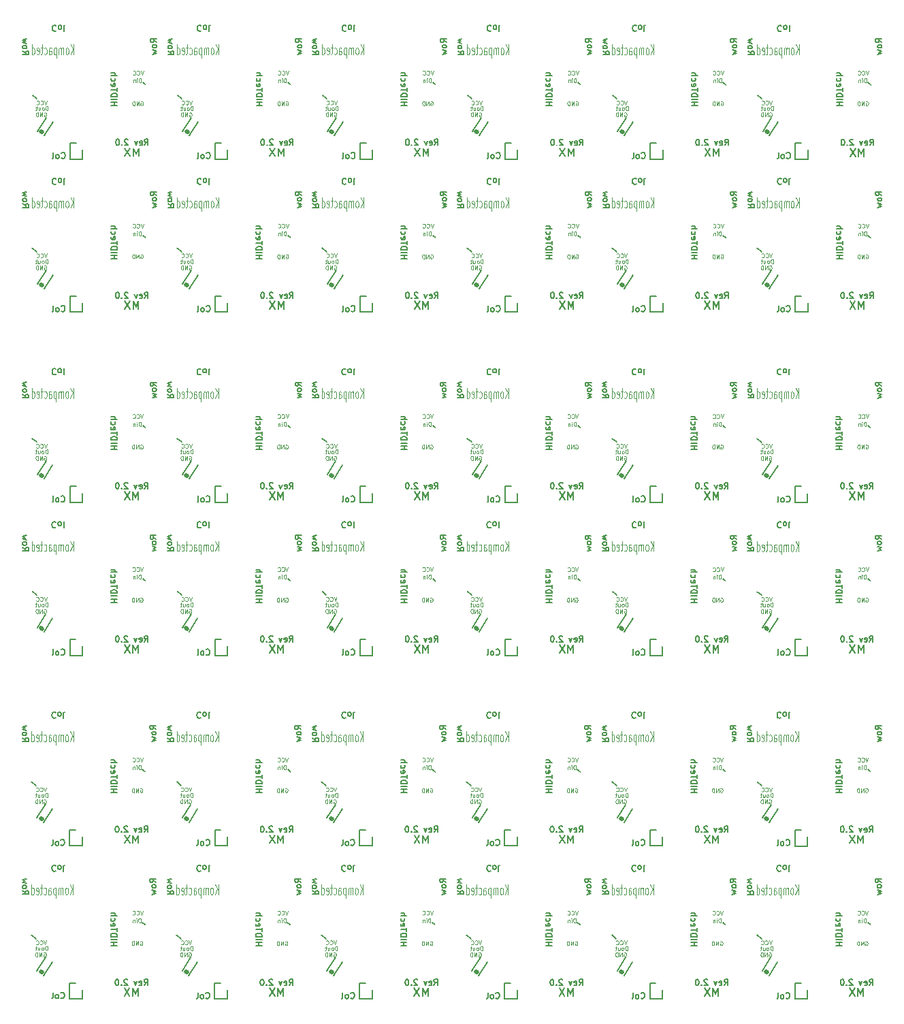
<source format=gbo>
G04 #@! TF.GenerationSoftware,KiCad,Pcbnew,(5.1.5)-3*
G04 #@! TF.CreationDate,2020-05-06T16:20:12+02:00*
G04 #@! TF.ProjectId,plaque,706c6171-7565-42e6-9b69-6361645f7063,1*
G04 #@! TF.SameCoordinates,Original*
G04 #@! TF.FileFunction,Legend,Bot*
G04 #@! TF.FilePolarity,Positive*
%FSLAX46Y46*%
G04 Gerber Fmt 4.6, Leading zero omitted, Abs format (unit mm)*
G04 Created by KiCad (PCBNEW (5.1.5)-3) date 2020-05-06 16:20:12*
%MOMM*%
%LPD*%
G04 APERTURE LIST*
%ADD10C,0.150000*%
%ADD11C,0.187500*%
%ADD12C,0.125000*%
%ADD13C,0.100000*%
%ADD14C,0.500000*%
%ADD15C,1.600000*%
%ADD16C,2.000000*%
%ADD17C,3.000000*%
%ADD18C,4.000000*%
%ADD19R,2.550000X2.500000*%
%ADD20R,1.000000X1.500000*%
%ADD21C,1.701800*%
%ADD22C,3.429000*%
%ADD23R,1.600000X1.600000*%
G04 APERTURE END LIST*
D10*
X128284040Y-127850920D02*
X128284040Y-129850920D01*
X129026420Y-146883140D02*
X128276420Y-146883140D01*
X129834040Y-129850920D02*
X129834040Y-128700920D01*
X128276420Y-148883140D02*
X129826420Y-148883140D01*
X129034040Y-127850920D02*
X128284040Y-127850920D01*
X128284040Y-129850920D02*
X129834040Y-129850920D01*
X128276420Y-146883140D02*
X128276420Y-148883140D01*
D11*
X127179991Y-148750997D02*
X127215705Y-148786711D01*
X127322848Y-148822425D01*
X127394277Y-148822425D01*
X127501420Y-148786711D01*
X127572848Y-148715282D01*
X127608562Y-148643854D01*
X127644277Y-148500997D01*
X127644277Y-148393854D01*
X127608562Y-148250997D01*
X127572848Y-148179568D01*
X127501420Y-148108140D01*
X127394277Y-148072425D01*
X127322848Y-148072425D01*
X127215705Y-148108140D01*
X127179991Y-148143854D01*
X126751420Y-148822425D02*
X126822848Y-148786711D01*
X126858562Y-148750997D01*
X126894277Y-148679568D01*
X126894277Y-148465282D01*
X126858562Y-148393854D01*
X126822848Y-148358140D01*
X126751420Y-148322425D01*
X126644277Y-148322425D01*
X126572848Y-148358140D01*
X126537134Y-148393854D01*
X126501420Y-148465282D01*
X126501420Y-148679568D01*
X126537134Y-148750997D01*
X126572848Y-148786711D01*
X126644277Y-148822425D01*
X126751420Y-148822425D01*
X126072848Y-148822425D02*
X126144277Y-148786711D01*
X126179991Y-148715282D01*
X126179991Y-148072425D01*
D12*
X137057372Y-141733140D02*
X137104991Y-141709330D01*
X137176420Y-141709330D01*
X137247848Y-141733140D01*
X137295467Y-141780759D01*
X137319277Y-141828378D01*
X137343086Y-141923616D01*
X137343086Y-141995044D01*
X137319277Y-142090282D01*
X137295467Y-142137901D01*
X137247848Y-142185520D01*
X137176420Y-142209330D01*
X137128800Y-142209330D01*
X137057372Y-142185520D01*
X137033562Y-142161711D01*
X137033562Y-141995044D01*
X137128800Y-141995044D01*
X136819277Y-142209330D02*
X136819277Y-141709330D01*
X136533562Y-142209330D01*
X136533562Y-141709330D01*
X136295467Y-142209330D02*
X136295467Y-141709330D01*
X136176420Y-141709330D01*
X136104991Y-141733140D01*
X136057372Y-141780759D01*
X136033562Y-141828378D01*
X136009753Y-141923616D01*
X136009753Y-141995044D01*
X136033562Y-142090282D01*
X136057372Y-142137901D01*
X136104991Y-142185520D01*
X136176420Y-142209330D01*
X136295467Y-142209330D01*
D11*
X139023325Y-115350920D02*
X138666182Y-115100920D01*
X139023325Y-114922348D02*
X138273325Y-114922348D01*
X138273325Y-115208062D01*
X138309040Y-115279491D01*
X138344754Y-115315205D01*
X138416182Y-115350920D01*
X138523325Y-115350920D01*
X138594754Y-115315205D01*
X138630468Y-115279491D01*
X138666182Y-115208062D01*
X138666182Y-114922348D01*
X139023325Y-115779491D02*
X138987611Y-115708062D01*
X138951897Y-115672348D01*
X138880468Y-115636634D01*
X138666182Y-115636634D01*
X138594754Y-115672348D01*
X138559040Y-115708062D01*
X138523325Y-115779491D01*
X138523325Y-115886634D01*
X138559040Y-115958062D01*
X138594754Y-115993777D01*
X138666182Y-116029491D01*
X138880468Y-116029491D01*
X138951897Y-115993777D01*
X138987611Y-115958062D01*
X139023325Y-115886634D01*
X139023325Y-115779491D01*
X138523325Y-116279491D02*
X139023325Y-116422348D01*
X138666182Y-116565205D01*
X139023325Y-116708062D01*
X138523325Y-116850920D01*
D12*
X125510230Y-123777110D02*
X125510230Y-123277110D01*
X125391182Y-123277110D01*
X125319754Y-123300920D01*
X125272135Y-123348539D01*
X125248325Y-123396158D01*
X125224516Y-123491396D01*
X125224516Y-123562824D01*
X125248325Y-123658062D01*
X125272135Y-123705681D01*
X125319754Y-123753300D01*
X125391182Y-123777110D01*
X125510230Y-123777110D01*
X124938801Y-123777110D02*
X124986420Y-123753300D01*
X125010230Y-123729491D01*
X125034040Y-123681872D01*
X125034040Y-123539015D01*
X125010230Y-123491396D01*
X124986420Y-123467586D01*
X124938801Y-123443777D01*
X124867373Y-123443777D01*
X124819754Y-123467586D01*
X124795944Y-123491396D01*
X124772135Y-123539015D01*
X124772135Y-123681872D01*
X124795944Y-123729491D01*
X124819754Y-123753300D01*
X124867373Y-123777110D01*
X124938801Y-123777110D01*
X124343563Y-123443777D02*
X124343563Y-123777110D01*
X124557849Y-123443777D02*
X124557849Y-123705681D01*
X124534040Y-123753300D01*
X124486420Y-123777110D01*
X124414992Y-123777110D01*
X124367373Y-123753300D01*
X124343563Y-123729491D01*
X124176897Y-123443777D02*
X123986420Y-123443777D01*
X124105468Y-123277110D02*
X124105468Y-123705681D01*
X124081659Y-123753300D01*
X124034040Y-123777110D01*
X123986420Y-123777110D01*
D11*
X127187611Y-129718777D02*
X127223325Y-129754491D01*
X127330468Y-129790205D01*
X127401897Y-129790205D01*
X127509040Y-129754491D01*
X127580468Y-129683062D01*
X127616182Y-129611634D01*
X127651897Y-129468777D01*
X127651897Y-129361634D01*
X127616182Y-129218777D01*
X127580468Y-129147348D01*
X127509040Y-129075920D01*
X127401897Y-129040205D01*
X127330468Y-129040205D01*
X127223325Y-129075920D01*
X127187611Y-129111634D01*
X126759040Y-129790205D02*
X126830468Y-129754491D01*
X126866182Y-129718777D01*
X126901897Y-129647348D01*
X126901897Y-129433062D01*
X126866182Y-129361634D01*
X126830468Y-129325920D01*
X126759040Y-129290205D01*
X126651897Y-129290205D01*
X126580468Y-129325920D01*
X126544754Y-129361634D01*
X126509040Y-129433062D01*
X126509040Y-129647348D01*
X126544754Y-129718777D01*
X126580468Y-129754491D01*
X126651897Y-129790205D01*
X126759040Y-129790205D01*
X126080468Y-129790205D02*
X126151897Y-129754491D01*
X126187611Y-129683062D01*
X126187611Y-129040205D01*
D10*
X133394754Y-123236634D02*
X134144754Y-123236634D01*
X133787611Y-123236634D02*
X133787611Y-122808062D01*
X133394754Y-122808062D02*
X134144754Y-122808062D01*
X133394754Y-122450920D02*
X134144754Y-122450920D01*
X133394754Y-122093777D02*
X134144754Y-122093777D01*
X134144754Y-121915205D01*
X134109040Y-121808062D01*
X134037611Y-121736634D01*
X133966182Y-121700920D01*
X133823325Y-121665205D01*
X133716182Y-121665205D01*
X133573325Y-121700920D01*
X133501897Y-121736634D01*
X133430468Y-121808062D01*
X133394754Y-121915205D01*
X133394754Y-122093777D01*
X134144754Y-121450920D02*
X134144754Y-121022348D01*
X133394754Y-121236634D02*
X134144754Y-121236634D01*
X133430468Y-120486634D02*
X133394754Y-120558062D01*
X133394754Y-120700920D01*
X133430468Y-120772348D01*
X133501897Y-120808062D01*
X133787611Y-120808062D01*
X133859040Y-120772348D01*
X133894754Y-120700920D01*
X133894754Y-120558062D01*
X133859040Y-120486634D01*
X133787611Y-120450920D01*
X133716182Y-120450920D01*
X133644754Y-120808062D01*
X133430468Y-119808062D02*
X133394754Y-119879491D01*
X133394754Y-120022348D01*
X133430468Y-120093777D01*
X133466182Y-120129491D01*
X133537611Y-120165205D01*
X133751897Y-120165205D01*
X133823325Y-120129491D01*
X133859040Y-120093777D01*
X133894754Y-120022348D01*
X133894754Y-119879491D01*
X133859040Y-119808062D01*
X133394754Y-119486634D02*
X134144754Y-119486634D01*
X133394754Y-119165205D02*
X133787611Y-119165205D01*
X133859040Y-119200920D01*
X133894754Y-119272348D01*
X133894754Y-119379491D01*
X133859040Y-119450920D01*
X133823325Y-119486634D01*
X124122333Y-141382728D02*
X123538680Y-140892985D01*
D12*
X128713462Y-135898616D02*
X128713462Y-134648616D01*
X128332548Y-135898616D02*
X128618234Y-135184330D01*
X128332548Y-134648616D02*
X128713462Y-135362901D01*
X127951634Y-135898616D02*
X128015120Y-135839092D01*
X128046862Y-135779568D01*
X128078605Y-135660520D01*
X128078605Y-135303378D01*
X128046862Y-135184330D01*
X128015120Y-135124806D01*
X127951634Y-135065282D01*
X127856405Y-135065282D01*
X127792920Y-135124806D01*
X127761177Y-135184330D01*
X127729434Y-135303378D01*
X127729434Y-135660520D01*
X127761177Y-135779568D01*
X127792920Y-135839092D01*
X127856405Y-135898616D01*
X127951634Y-135898616D01*
X127443748Y-135898616D02*
X127443748Y-135065282D01*
X127443748Y-135184330D02*
X127412005Y-135124806D01*
X127348520Y-135065282D01*
X127253291Y-135065282D01*
X127189805Y-135124806D01*
X127158062Y-135243854D01*
X127158062Y-135898616D01*
X127158062Y-135243854D02*
X127126320Y-135124806D01*
X127062834Y-135065282D01*
X126967605Y-135065282D01*
X126904120Y-135124806D01*
X126872377Y-135243854D01*
X126872377Y-135898616D01*
X126554948Y-135065282D02*
X126554948Y-136315282D01*
X126554948Y-135124806D02*
X126491462Y-135065282D01*
X126364491Y-135065282D01*
X126301005Y-135124806D01*
X126269262Y-135184330D01*
X126237520Y-135303378D01*
X126237520Y-135660520D01*
X126269262Y-135779568D01*
X126301005Y-135839092D01*
X126364491Y-135898616D01*
X126491462Y-135898616D01*
X126554948Y-135839092D01*
X125666148Y-135898616D02*
X125666148Y-135243854D01*
X125697891Y-135124806D01*
X125761377Y-135065282D01*
X125888348Y-135065282D01*
X125951834Y-135124806D01*
X125666148Y-135839092D02*
X125729634Y-135898616D01*
X125888348Y-135898616D01*
X125951834Y-135839092D01*
X125983577Y-135720044D01*
X125983577Y-135600997D01*
X125951834Y-135481949D01*
X125888348Y-135422425D01*
X125729634Y-135422425D01*
X125666148Y-135362901D01*
X125063034Y-135839092D02*
X125126520Y-135898616D01*
X125253491Y-135898616D01*
X125316977Y-135839092D01*
X125348720Y-135779568D01*
X125380462Y-135660520D01*
X125380462Y-135303378D01*
X125348720Y-135184330D01*
X125316977Y-135124806D01*
X125253491Y-135065282D01*
X125126520Y-135065282D01*
X125063034Y-135124806D01*
X124872577Y-135065282D02*
X124618634Y-135065282D01*
X124777348Y-134648616D02*
X124777348Y-135720044D01*
X124745605Y-135839092D01*
X124682120Y-135898616D01*
X124618634Y-135898616D01*
X124142491Y-135839092D02*
X124205977Y-135898616D01*
X124332948Y-135898616D01*
X124396434Y-135839092D01*
X124428177Y-135720044D01*
X124428177Y-135243854D01*
X124396434Y-135124806D01*
X124332948Y-135065282D01*
X124205977Y-135065282D01*
X124142491Y-135124806D01*
X124110748Y-135243854D01*
X124110748Y-135362901D01*
X124428177Y-135481949D01*
X123539377Y-135898616D02*
X123539377Y-134648616D01*
X123539377Y-135839092D02*
X123602862Y-135898616D01*
X123729834Y-135898616D01*
X123793320Y-135839092D01*
X123825062Y-135779568D01*
X123856805Y-135660520D01*
X123856805Y-135303378D01*
X123825062Y-135184330D01*
X123793320Y-135124806D01*
X123729834Y-135065282D01*
X123602862Y-135065282D01*
X123539377Y-135124806D01*
X125502610Y-142809330D02*
X125502610Y-142309330D01*
X125383562Y-142309330D01*
X125312134Y-142333140D01*
X125264515Y-142380759D01*
X125240705Y-142428378D01*
X125216896Y-142523616D01*
X125216896Y-142595044D01*
X125240705Y-142690282D01*
X125264515Y-142737901D01*
X125312134Y-142785520D01*
X125383562Y-142809330D01*
X125502610Y-142809330D01*
X124931181Y-142809330D02*
X124978800Y-142785520D01*
X125002610Y-142761711D01*
X125026420Y-142714092D01*
X125026420Y-142571235D01*
X125002610Y-142523616D01*
X124978800Y-142499806D01*
X124931181Y-142475997D01*
X124859753Y-142475997D01*
X124812134Y-142499806D01*
X124788324Y-142523616D01*
X124764515Y-142571235D01*
X124764515Y-142714092D01*
X124788324Y-142761711D01*
X124812134Y-142785520D01*
X124859753Y-142809330D01*
X124931181Y-142809330D01*
X124335943Y-142475997D02*
X124335943Y-142809330D01*
X124550229Y-142475997D02*
X124550229Y-142737901D01*
X124526420Y-142785520D01*
X124478800Y-142809330D01*
X124407372Y-142809330D01*
X124359753Y-142785520D01*
X124335943Y-142761711D01*
X124169277Y-142475997D02*
X123978800Y-142475997D01*
X124097848Y-142309330D02*
X124097848Y-142737901D01*
X124074039Y-142785520D01*
X124026420Y-142809330D01*
X123978800Y-142809330D01*
D10*
X133387134Y-142268854D02*
X134137134Y-142268854D01*
X133779991Y-142268854D02*
X133779991Y-141840282D01*
X133387134Y-141840282D02*
X134137134Y-141840282D01*
X133387134Y-141483140D02*
X134137134Y-141483140D01*
X133387134Y-141125997D02*
X134137134Y-141125997D01*
X134137134Y-140947425D01*
X134101420Y-140840282D01*
X134029991Y-140768854D01*
X133958562Y-140733140D01*
X133815705Y-140697425D01*
X133708562Y-140697425D01*
X133565705Y-140733140D01*
X133494277Y-140768854D01*
X133422848Y-140840282D01*
X133387134Y-140947425D01*
X133387134Y-141125997D01*
X134137134Y-140483140D02*
X134137134Y-140054568D01*
X133387134Y-140268854D02*
X134137134Y-140268854D01*
X133422848Y-139518854D02*
X133387134Y-139590282D01*
X133387134Y-139733140D01*
X133422848Y-139804568D01*
X133494277Y-139840282D01*
X133779991Y-139840282D01*
X133851420Y-139804568D01*
X133887134Y-139733140D01*
X133887134Y-139590282D01*
X133851420Y-139518854D01*
X133779991Y-139483140D01*
X133708562Y-139483140D01*
X133637134Y-139840282D01*
X133422848Y-138840282D02*
X133387134Y-138911711D01*
X133387134Y-139054568D01*
X133422848Y-139125997D01*
X133458562Y-139161711D01*
X133529991Y-139197425D01*
X133744277Y-139197425D01*
X133815705Y-139161711D01*
X133851420Y-139125997D01*
X133887134Y-139054568D01*
X133887134Y-138911711D01*
X133851420Y-138840282D01*
X133387134Y-138518854D02*
X134137134Y-138518854D01*
X133387134Y-138197425D02*
X133779991Y-138197425D01*
X133851420Y-138233140D01*
X133887134Y-138304568D01*
X133887134Y-138411711D01*
X133851420Y-138483140D01*
X133815705Y-138518854D01*
D12*
X137393086Y-137909330D02*
X137226420Y-138409330D01*
X137059753Y-137909330D01*
X136607372Y-138361711D02*
X136631181Y-138385520D01*
X136702610Y-138409330D01*
X136750229Y-138409330D01*
X136821658Y-138385520D01*
X136869277Y-138337901D01*
X136893086Y-138290282D01*
X136916896Y-138195044D01*
X136916896Y-138123616D01*
X136893086Y-138028378D01*
X136869277Y-137980759D01*
X136821658Y-137933140D01*
X136750229Y-137909330D01*
X136702610Y-137909330D01*
X136631181Y-137933140D01*
X136607372Y-137956949D01*
X136107372Y-138361711D02*
X136131181Y-138385520D01*
X136202610Y-138409330D01*
X136250229Y-138409330D01*
X136321658Y-138385520D01*
X136369277Y-138337901D01*
X136393086Y-138290282D01*
X136416896Y-138195044D01*
X136416896Y-138123616D01*
X136393086Y-138028378D01*
X136369277Y-137980759D01*
X136321658Y-137933140D01*
X136250229Y-137909330D01*
X136202610Y-137909330D01*
X136131181Y-137933140D01*
X136107372Y-137956949D01*
D10*
X137527391Y-147172425D02*
X137777391Y-146815282D01*
X137955962Y-147172425D02*
X137955962Y-146422425D01*
X137670248Y-146422425D01*
X137598820Y-146458140D01*
X137563105Y-146493854D01*
X137527391Y-146565282D01*
X137527391Y-146672425D01*
X137563105Y-146743854D01*
X137598820Y-146779568D01*
X137670248Y-146815282D01*
X137955962Y-146815282D01*
X136920248Y-147136711D02*
X136991677Y-147172425D01*
X137134534Y-147172425D01*
X137205962Y-147136711D01*
X137241677Y-147065282D01*
X137241677Y-146779568D01*
X137205962Y-146708140D01*
X137134534Y-146672425D01*
X136991677Y-146672425D01*
X136920248Y-146708140D01*
X136884534Y-146779568D01*
X136884534Y-146850997D01*
X137241677Y-146922425D01*
X136634534Y-146672425D02*
X136455962Y-147172425D01*
X136277391Y-146672425D01*
X135455962Y-146493854D02*
X135420248Y-146458140D01*
X135348820Y-146422425D01*
X135170248Y-146422425D01*
X135098820Y-146458140D01*
X135063105Y-146493854D01*
X135027391Y-146565282D01*
X135027391Y-146636711D01*
X135063105Y-146743854D01*
X135491677Y-147172425D01*
X135027391Y-147172425D01*
X134705962Y-147100997D02*
X134670248Y-147136711D01*
X134705962Y-147172425D01*
X134741677Y-147136711D01*
X134705962Y-147100997D01*
X134705962Y-147172425D01*
X134205962Y-146422425D02*
X134134534Y-146422425D01*
X134063105Y-146458140D01*
X134027391Y-146493854D01*
X133991677Y-146565282D01*
X133955962Y-146708140D01*
X133955962Y-146886711D01*
X133991677Y-147029568D01*
X134027391Y-147100997D01*
X134063105Y-147136711D01*
X134134534Y-147172425D01*
X134205962Y-147172425D01*
X134277391Y-147136711D01*
X134313105Y-147100997D01*
X134348820Y-147029568D01*
X134384534Y-146886711D01*
X134384534Y-146708140D01*
X134348820Y-146565282D01*
X134313105Y-146493854D01*
X134277391Y-146458140D01*
X134205962Y-146422425D01*
X136785943Y-148535520D02*
X136785943Y-147535520D01*
X136452610Y-148249806D01*
X136119277Y-147535520D01*
X136119277Y-148535520D01*
X135738324Y-147535520D02*
X135071658Y-148535520D01*
X135071658Y-147535520D02*
X135738324Y-148535520D01*
D11*
X126522848Y-132315282D02*
X126487134Y-132279568D01*
X126379991Y-132243854D01*
X126308562Y-132243854D01*
X126201420Y-132279568D01*
X126129991Y-132350997D01*
X126094277Y-132422425D01*
X126058562Y-132565282D01*
X126058562Y-132672425D01*
X126094277Y-132815282D01*
X126129991Y-132886711D01*
X126201420Y-132958140D01*
X126308562Y-132993854D01*
X126379991Y-132993854D01*
X126487134Y-132958140D01*
X126522848Y-132922425D01*
X126951420Y-132243854D02*
X126879991Y-132279568D01*
X126844277Y-132315282D01*
X126808562Y-132386711D01*
X126808562Y-132600997D01*
X126844277Y-132672425D01*
X126879991Y-132708140D01*
X126951420Y-132743854D01*
X127058562Y-132743854D01*
X127129991Y-132708140D01*
X127165705Y-132672425D01*
X127201420Y-132600997D01*
X127201420Y-132386711D01*
X127165705Y-132315282D01*
X127129991Y-132279568D01*
X127058562Y-132243854D01*
X126951420Y-132243854D01*
X127629991Y-132243854D02*
X127558562Y-132279568D01*
X127522848Y-132350997D01*
X127522848Y-132993854D01*
X122387134Y-135433140D02*
X122744277Y-135683140D01*
X122387134Y-135861711D02*
X123137134Y-135861711D01*
X123137134Y-135575997D01*
X123101420Y-135504568D01*
X123065705Y-135468854D01*
X122994277Y-135433140D01*
X122887134Y-135433140D01*
X122815705Y-135468854D01*
X122779991Y-135504568D01*
X122744277Y-135575997D01*
X122744277Y-135861711D01*
X122387134Y-135004568D02*
X122422848Y-135075997D01*
X122458562Y-135111711D01*
X122529991Y-135147425D01*
X122744277Y-135147425D01*
X122815705Y-135111711D01*
X122851420Y-135075997D01*
X122887134Y-135004568D01*
X122887134Y-134897425D01*
X122851420Y-134825997D01*
X122815705Y-134790282D01*
X122744277Y-134754568D01*
X122529991Y-134754568D01*
X122458562Y-134790282D01*
X122422848Y-134825997D01*
X122387134Y-134897425D01*
X122387134Y-135004568D01*
X122887134Y-134504568D02*
X122387134Y-134361711D01*
X122744277Y-134218854D01*
X122387134Y-134075997D01*
X122887134Y-133933140D01*
X139015705Y-134383140D02*
X138658562Y-134133140D01*
X139015705Y-133954568D02*
X138265705Y-133954568D01*
X138265705Y-134240282D01*
X138301420Y-134311711D01*
X138337134Y-134347425D01*
X138408562Y-134383140D01*
X138515705Y-134383140D01*
X138587134Y-134347425D01*
X138622848Y-134311711D01*
X138658562Y-134240282D01*
X138658562Y-133954568D01*
X139015705Y-134811711D02*
X138979991Y-134740282D01*
X138944277Y-134704568D01*
X138872848Y-134668854D01*
X138658562Y-134668854D01*
X138587134Y-134704568D01*
X138551420Y-134740282D01*
X138515705Y-134811711D01*
X138515705Y-134918854D01*
X138551420Y-134990282D01*
X138587134Y-135025997D01*
X138658562Y-135061711D01*
X138872848Y-135061711D01*
X138944277Y-135025997D01*
X138979991Y-134990282D01*
X139015705Y-134918854D01*
X139015705Y-134811711D01*
X138515705Y-135311711D02*
X139015705Y-135454568D01*
X138658562Y-135597425D01*
X139015705Y-135740282D01*
X138515705Y-135883140D01*
D12*
X137102610Y-139359330D02*
X137102610Y-138859330D01*
X136983562Y-138859330D01*
X136912134Y-138883140D01*
X136864515Y-138930759D01*
X136840705Y-138978378D01*
X136816896Y-139073616D01*
X136816896Y-139145044D01*
X136840705Y-139240282D01*
X136864515Y-139287901D01*
X136912134Y-139335520D01*
X136983562Y-139359330D01*
X137102610Y-139359330D01*
X136602610Y-139359330D02*
X136602610Y-139025997D01*
X136602610Y-138859330D02*
X136626420Y-138883140D01*
X136602610Y-138906949D01*
X136578800Y-138883140D01*
X136602610Y-138859330D01*
X136602610Y-138906949D01*
X136364515Y-139025997D02*
X136364515Y-139359330D01*
X136364515Y-139073616D02*
X136340705Y-139049806D01*
X136293086Y-139025997D01*
X136221658Y-139025997D01*
X136174039Y-139049806D01*
X136150229Y-139097425D01*
X136150229Y-139359330D01*
D10*
X137922333Y-139832728D02*
X137338680Y-139342985D01*
D12*
X125057372Y-143133140D02*
X125104991Y-143109330D01*
X125176420Y-143109330D01*
X125247848Y-143133140D01*
X125295467Y-143180759D01*
X125319277Y-143228378D01*
X125343086Y-143323616D01*
X125343086Y-143395044D01*
X125319277Y-143490282D01*
X125295467Y-143537901D01*
X125247848Y-143585520D01*
X125176420Y-143609330D01*
X125128800Y-143609330D01*
X125057372Y-143585520D01*
X125033562Y-143561711D01*
X125033562Y-143395044D01*
X125128800Y-143395044D01*
X124819277Y-143609330D02*
X124819277Y-143109330D01*
X124533562Y-143609330D01*
X124533562Y-143109330D01*
X124295467Y-143609330D02*
X124295467Y-143109330D01*
X124176420Y-143109330D01*
X124104991Y-143133140D01*
X124057372Y-143180759D01*
X124033562Y-143228378D01*
X124009753Y-143323616D01*
X124009753Y-143395044D01*
X124033562Y-143490282D01*
X124057372Y-143537901D01*
X124104991Y-143585520D01*
X124176420Y-143609330D01*
X124295467Y-143609330D01*
X125393086Y-141609330D02*
X125226420Y-142109330D01*
X125059753Y-141609330D01*
X124607372Y-142061711D02*
X124631181Y-142085520D01*
X124702610Y-142109330D01*
X124750229Y-142109330D01*
X124821658Y-142085520D01*
X124869277Y-142037901D01*
X124893086Y-141990282D01*
X124916896Y-141895044D01*
X124916896Y-141823616D01*
X124893086Y-141728378D01*
X124869277Y-141680759D01*
X124821658Y-141633140D01*
X124750229Y-141609330D01*
X124702610Y-141609330D01*
X124631181Y-141633140D01*
X124607372Y-141656949D01*
X124107372Y-142061711D02*
X124131181Y-142085520D01*
X124202610Y-142109330D01*
X124250229Y-142109330D01*
X124321658Y-142085520D01*
X124369277Y-142037901D01*
X124393086Y-141990282D01*
X124416896Y-141895044D01*
X124416896Y-141823616D01*
X124393086Y-141728378D01*
X124369277Y-141680759D01*
X124321658Y-141633140D01*
X124250229Y-141609330D01*
X124202610Y-141609330D01*
X124131181Y-141633140D01*
X124107372Y-141656949D01*
D11*
X126530468Y-113283062D02*
X126494754Y-113247348D01*
X126387611Y-113211634D01*
X126316182Y-113211634D01*
X126209040Y-113247348D01*
X126137611Y-113318777D01*
X126101897Y-113390205D01*
X126066182Y-113533062D01*
X126066182Y-113640205D01*
X126101897Y-113783062D01*
X126137611Y-113854491D01*
X126209040Y-113925920D01*
X126316182Y-113961634D01*
X126387611Y-113961634D01*
X126494754Y-113925920D01*
X126530468Y-113890205D01*
X126959040Y-113211634D02*
X126887611Y-113247348D01*
X126851897Y-113283062D01*
X126816182Y-113354491D01*
X126816182Y-113568777D01*
X126851897Y-113640205D01*
X126887611Y-113675920D01*
X126959040Y-113711634D01*
X127066182Y-113711634D01*
X127137611Y-113675920D01*
X127173325Y-113640205D01*
X127209040Y-113568777D01*
X127209040Y-113354491D01*
X127173325Y-113283062D01*
X127137611Y-113247348D01*
X127066182Y-113211634D01*
X126959040Y-113211634D01*
X127637611Y-113211634D02*
X127566182Y-113247348D01*
X127530468Y-113318777D01*
X127530468Y-113961634D01*
D10*
X137535011Y-128140205D02*
X137785011Y-127783062D01*
X137963582Y-128140205D02*
X137963582Y-127390205D01*
X137677868Y-127390205D01*
X137606440Y-127425920D01*
X137570725Y-127461634D01*
X137535011Y-127533062D01*
X137535011Y-127640205D01*
X137570725Y-127711634D01*
X137606440Y-127747348D01*
X137677868Y-127783062D01*
X137963582Y-127783062D01*
X136927868Y-128104491D02*
X136999297Y-128140205D01*
X137142154Y-128140205D01*
X137213582Y-128104491D01*
X137249297Y-128033062D01*
X137249297Y-127747348D01*
X137213582Y-127675920D01*
X137142154Y-127640205D01*
X136999297Y-127640205D01*
X136927868Y-127675920D01*
X136892154Y-127747348D01*
X136892154Y-127818777D01*
X137249297Y-127890205D01*
X136642154Y-127640205D02*
X136463582Y-128140205D01*
X136285011Y-127640205D01*
X135463582Y-127461634D02*
X135427868Y-127425920D01*
X135356440Y-127390205D01*
X135177868Y-127390205D01*
X135106440Y-127425920D01*
X135070725Y-127461634D01*
X135035011Y-127533062D01*
X135035011Y-127604491D01*
X135070725Y-127711634D01*
X135499297Y-128140205D01*
X135035011Y-128140205D01*
X134713582Y-128068777D02*
X134677868Y-128104491D01*
X134713582Y-128140205D01*
X134749297Y-128104491D01*
X134713582Y-128068777D01*
X134713582Y-128140205D01*
X134213582Y-127390205D02*
X134142154Y-127390205D01*
X134070725Y-127425920D01*
X134035011Y-127461634D01*
X133999297Y-127533062D01*
X133963582Y-127675920D01*
X133963582Y-127854491D01*
X133999297Y-127997348D01*
X134035011Y-128068777D01*
X134070725Y-128104491D01*
X134142154Y-128140205D01*
X134213582Y-128140205D01*
X134285011Y-128104491D01*
X134320725Y-128068777D01*
X134356440Y-127997348D01*
X134392154Y-127854491D01*
X134392154Y-127675920D01*
X134356440Y-127533062D01*
X134320725Y-127461634D01*
X134285011Y-127425920D01*
X134213582Y-127390205D01*
D12*
X125400706Y-122577110D02*
X125234040Y-123077110D01*
X125067373Y-122577110D01*
X124614992Y-123029491D02*
X124638801Y-123053300D01*
X124710230Y-123077110D01*
X124757849Y-123077110D01*
X124829278Y-123053300D01*
X124876897Y-123005681D01*
X124900706Y-122958062D01*
X124924516Y-122862824D01*
X124924516Y-122791396D01*
X124900706Y-122696158D01*
X124876897Y-122648539D01*
X124829278Y-122600920D01*
X124757849Y-122577110D01*
X124710230Y-122577110D01*
X124638801Y-122600920D01*
X124614992Y-122624729D01*
X124114992Y-123029491D02*
X124138801Y-123053300D01*
X124210230Y-123077110D01*
X124257849Y-123077110D01*
X124329278Y-123053300D01*
X124376897Y-123005681D01*
X124400706Y-122958062D01*
X124424516Y-122862824D01*
X124424516Y-122791396D01*
X124400706Y-122696158D01*
X124376897Y-122648539D01*
X124329278Y-122600920D01*
X124257849Y-122577110D01*
X124210230Y-122577110D01*
X124138801Y-122600920D01*
X124114992Y-122624729D01*
D10*
X124129953Y-122350508D02*
X123546300Y-121860765D01*
D12*
X128721082Y-116866396D02*
X128721082Y-115616396D01*
X128340168Y-116866396D02*
X128625854Y-116152110D01*
X128340168Y-115616396D02*
X128721082Y-116330681D01*
X127959254Y-116866396D02*
X128022740Y-116806872D01*
X128054482Y-116747348D01*
X128086225Y-116628300D01*
X128086225Y-116271158D01*
X128054482Y-116152110D01*
X128022740Y-116092586D01*
X127959254Y-116033062D01*
X127864025Y-116033062D01*
X127800540Y-116092586D01*
X127768797Y-116152110D01*
X127737054Y-116271158D01*
X127737054Y-116628300D01*
X127768797Y-116747348D01*
X127800540Y-116806872D01*
X127864025Y-116866396D01*
X127959254Y-116866396D01*
X127451368Y-116866396D02*
X127451368Y-116033062D01*
X127451368Y-116152110D02*
X127419625Y-116092586D01*
X127356140Y-116033062D01*
X127260911Y-116033062D01*
X127197425Y-116092586D01*
X127165682Y-116211634D01*
X127165682Y-116866396D01*
X127165682Y-116211634D02*
X127133940Y-116092586D01*
X127070454Y-116033062D01*
X126975225Y-116033062D01*
X126911740Y-116092586D01*
X126879997Y-116211634D01*
X126879997Y-116866396D01*
X126562568Y-116033062D02*
X126562568Y-117283062D01*
X126562568Y-116092586D02*
X126499082Y-116033062D01*
X126372111Y-116033062D01*
X126308625Y-116092586D01*
X126276882Y-116152110D01*
X126245140Y-116271158D01*
X126245140Y-116628300D01*
X126276882Y-116747348D01*
X126308625Y-116806872D01*
X126372111Y-116866396D01*
X126499082Y-116866396D01*
X126562568Y-116806872D01*
X125673768Y-116866396D02*
X125673768Y-116211634D01*
X125705511Y-116092586D01*
X125768997Y-116033062D01*
X125895968Y-116033062D01*
X125959454Y-116092586D01*
X125673768Y-116806872D02*
X125737254Y-116866396D01*
X125895968Y-116866396D01*
X125959454Y-116806872D01*
X125991197Y-116687824D01*
X125991197Y-116568777D01*
X125959454Y-116449729D01*
X125895968Y-116390205D01*
X125737254Y-116390205D01*
X125673768Y-116330681D01*
X125070654Y-116806872D02*
X125134140Y-116866396D01*
X125261111Y-116866396D01*
X125324597Y-116806872D01*
X125356340Y-116747348D01*
X125388082Y-116628300D01*
X125388082Y-116271158D01*
X125356340Y-116152110D01*
X125324597Y-116092586D01*
X125261111Y-116033062D01*
X125134140Y-116033062D01*
X125070654Y-116092586D01*
X124880197Y-116033062D02*
X124626254Y-116033062D01*
X124784968Y-115616396D02*
X124784968Y-116687824D01*
X124753225Y-116806872D01*
X124689740Y-116866396D01*
X124626254Y-116866396D01*
X124150111Y-116806872D02*
X124213597Y-116866396D01*
X124340568Y-116866396D01*
X124404054Y-116806872D01*
X124435797Y-116687824D01*
X124435797Y-116211634D01*
X124404054Y-116092586D01*
X124340568Y-116033062D01*
X124213597Y-116033062D01*
X124150111Y-116092586D01*
X124118368Y-116211634D01*
X124118368Y-116330681D01*
X124435797Y-116449729D01*
X123546997Y-116866396D02*
X123546997Y-115616396D01*
X123546997Y-116806872D02*
X123610482Y-116866396D01*
X123737454Y-116866396D01*
X123800940Y-116806872D01*
X123832682Y-116747348D01*
X123864425Y-116628300D01*
X123864425Y-116271158D01*
X123832682Y-116152110D01*
X123800940Y-116092586D01*
X123737454Y-116033062D01*
X123610482Y-116033062D01*
X123546997Y-116092586D01*
X137064992Y-122700920D02*
X137112611Y-122677110D01*
X137184040Y-122677110D01*
X137255468Y-122700920D01*
X137303087Y-122748539D01*
X137326897Y-122796158D01*
X137350706Y-122891396D01*
X137350706Y-122962824D01*
X137326897Y-123058062D01*
X137303087Y-123105681D01*
X137255468Y-123153300D01*
X137184040Y-123177110D01*
X137136420Y-123177110D01*
X137064992Y-123153300D01*
X137041182Y-123129491D01*
X137041182Y-122962824D01*
X137136420Y-122962824D01*
X136826897Y-123177110D02*
X136826897Y-122677110D01*
X136541182Y-123177110D01*
X136541182Y-122677110D01*
X136303087Y-123177110D02*
X136303087Y-122677110D01*
X136184040Y-122677110D01*
X136112611Y-122700920D01*
X136064992Y-122748539D01*
X136041182Y-122796158D01*
X136017373Y-122891396D01*
X136017373Y-122962824D01*
X136041182Y-123058062D01*
X136064992Y-123105681D01*
X136112611Y-123153300D01*
X136184040Y-123177110D01*
X136303087Y-123177110D01*
X137110230Y-120327110D02*
X137110230Y-119827110D01*
X136991182Y-119827110D01*
X136919754Y-119850920D01*
X136872135Y-119898539D01*
X136848325Y-119946158D01*
X136824516Y-120041396D01*
X136824516Y-120112824D01*
X136848325Y-120208062D01*
X136872135Y-120255681D01*
X136919754Y-120303300D01*
X136991182Y-120327110D01*
X137110230Y-120327110D01*
X136610230Y-120327110D02*
X136610230Y-119993777D01*
X136610230Y-119827110D02*
X136634040Y-119850920D01*
X136610230Y-119874729D01*
X136586420Y-119850920D01*
X136610230Y-119827110D01*
X136610230Y-119874729D01*
X136372135Y-119993777D02*
X136372135Y-120327110D01*
X136372135Y-120041396D02*
X136348325Y-120017586D01*
X136300706Y-119993777D01*
X136229278Y-119993777D01*
X136181659Y-120017586D01*
X136157849Y-120065205D01*
X136157849Y-120327110D01*
D10*
X136793563Y-129503300D02*
X136793563Y-128503300D01*
X136460230Y-129217586D01*
X136126897Y-128503300D01*
X136126897Y-129503300D01*
X135745944Y-128503300D02*
X135079278Y-129503300D01*
X135079278Y-128503300D02*
X135745944Y-129503300D01*
D11*
X122394754Y-116400920D02*
X122751897Y-116650920D01*
X122394754Y-116829491D02*
X123144754Y-116829491D01*
X123144754Y-116543777D01*
X123109040Y-116472348D01*
X123073325Y-116436634D01*
X123001897Y-116400920D01*
X122894754Y-116400920D01*
X122823325Y-116436634D01*
X122787611Y-116472348D01*
X122751897Y-116543777D01*
X122751897Y-116829491D01*
X122394754Y-115972348D02*
X122430468Y-116043777D01*
X122466182Y-116079491D01*
X122537611Y-116115205D01*
X122751897Y-116115205D01*
X122823325Y-116079491D01*
X122859040Y-116043777D01*
X122894754Y-115972348D01*
X122894754Y-115865205D01*
X122859040Y-115793777D01*
X122823325Y-115758062D01*
X122751897Y-115722348D01*
X122537611Y-115722348D01*
X122466182Y-115758062D01*
X122430468Y-115793777D01*
X122394754Y-115865205D01*
X122394754Y-115972348D01*
X122894754Y-115472348D02*
X122394754Y-115329491D01*
X122751897Y-115186634D01*
X122394754Y-115043777D01*
X122894754Y-114900920D01*
D10*
X137929953Y-120800508D02*
X137346300Y-120310765D01*
D12*
X137400706Y-118877110D02*
X137234040Y-119377110D01*
X137067373Y-118877110D01*
X136614992Y-119329491D02*
X136638801Y-119353300D01*
X136710230Y-119377110D01*
X136757849Y-119377110D01*
X136829278Y-119353300D01*
X136876897Y-119305681D01*
X136900706Y-119258062D01*
X136924516Y-119162824D01*
X136924516Y-119091396D01*
X136900706Y-118996158D01*
X136876897Y-118948539D01*
X136829278Y-118900920D01*
X136757849Y-118877110D01*
X136710230Y-118877110D01*
X136638801Y-118900920D01*
X136614992Y-118924729D01*
X136114992Y-119329491D02*
X136138801Y-119353300D01*
X136210230Y-119377110D01*
X136257849Y-119377110D01*
X136329278Y-119353300D01*
X136376897Y-119305681D01*
X136400706Y-119258062D01*
X136424516Y-119162824D01*
X136424516Y-119091396D01*
X136400706Y-118996158D01*
X136376897Y-118948539D01*
X136329278Y-118900920D01*
X136257849Y-118877110D01*
X136210230Y-118877110D01*
X136138801Y-118900920D01*
X136114992Y-118924729D01*
X125064992Y-124100920D02*
X125112611Y-124077110D01*
X125184040Y-124077110D01*
X125255468Y-124100920D01*
X125303087Y-124148539D01*
X125326897Y-124196158D01*
X125350706Y-124291396D01*
X125350706Y-124362824D01*
X125326897Y-124458062D01*
X125303087Y-124505681D01*
X125255468Y-124553300D01*
X125184040Y-124577110D01*
X125136420Y-124577110D01*
X125064992Y-124553300D01*
X125041182Y-124529491D01*
X125041182Y-124362824D01*
X125136420Y-124362824D01*
X124826897Y-124577110D02*
X124826897Y-124077110D01*
X124541182Y-124577110D01*
X124541182Y-124077110D01*
X124303087Y-124577110D02*
X124303087Y-124077110D01*
X124184040Y-124077110D01*
X124112611Y-124100920D01*
X124064992Y-124148539D01*
X124041182Y-124196158D01*
X124017373Y-124291396D01*
X124017373Y-124362824D01*
X124041182Y-124458062D01*
X124064992Y-124505681D01*
X124112611Y-124553300D01*
X124184040Y-124577110D01*
X124303087Y-124577110D01*
D10*
X110989880Y-127848380D02*
X110239880Y-127848380D01*
X110239880Y-127848380D02*
X110239880Y-129848380D01*
X111789880Y-129848380D02*
X111789880Y-128698380D01*
X110239880Y-129848380D02*
X111789880Y-129848380D01*
X110982260Y-146880600D02*
X110232260Y-146880600D01*
X111782260Y-148880600D02*
X111782260Y-147730600D01*
X110232260Y-146880600D02*
X110232260Y-148880600D01*
X129826420Y-148883140D02*
X129826420Y-147733140D01*
X110232260Y-148880600D02*
X111782260Y-148880600D01*
X106085793Y-122347968D02*
X105502140Y-121858225D01*
D11*
X104350594Y-116398380D02*
X104707737Y-116648380D01*
X104350594Y-116826951D02*
X105100594Y-116826951D01*
X105100594Y-116541237D01*
X105064880Y-116469808D01*
X105029165Y-116434094D01*
X104957737Y-116398380D01*
X104850594Y-116398380D01*
X104779165Y-116434094D01*
X104743451Y-116469808D01*
X104707737Y-116541237D01*
X104707737Y-116826951D01*
X104350594Y-115969808D02*
X104386308Y-116041237D01*
X104422022Y-116076951D01*
X104493451Y-116112665D01*
X104707737Y-116112665D01*
X104779165Y-116076951D01*
X104814880Y-116041237D01*
X104850594Y-115969808D01*
X104850594Y-115862665D01*
X104814880Y-115791237D01*
X104779165Y-115755522D01*
X104707737Y-115719808D01*
X104493451Y-115719808D01*
X104422022Y-115755522D01*
X104386308Y-115791237D01*
X104350594Y-115862665D01*
X104350594Y-115969808D01*
X104850594Y-115469808D02*
X104350594Y-115326951D01*
X104707737Y-115184094D01*
X104350594Y-115041237D01*
X104850594Y-114898380D01*
D10*
X118749403Y-129500760D02*
X118749403Y-128500760D01*
X118416070Y-129215046D01*
X118082737Y-128500760D01*
X118082737Y-129500760D01*
X117701784Y-128500760D02*
X117035118Y-129500760D01*
X117035118Y-128500760D02*
X117701784Y-129500760D01*
D11*
X120979165Y-115348380D02*
X120622022Y-115098380D01*
X120979165Y-114919808D02*
X120229165Y-114919808D01*
X120229165Y-115205522D01*
X120264880Y-115276951D01*
X120300594Y-115312665D01*
X120372022Y-115348380D01*
X120479165Y-115348380D01*
X120550594Y-115312665D01*
X120586308Y-115276951D01*
X120622022Y-115205522D01*
X120622022Y-114919808D01*
X120979165Y-115776951D02*
X120943451Y-115705522D01*
X120907737Y-115669808D01*
X120836308Y-115634094D01*
X120622022Y-115634094D01*
X120550594Y-115669808D01*
X120514880Y-115705522D01*
X120479165Y-115776951D01*
X120479165Y-115884094D01*
X120514880Y-115955522D01*
X120550594Y-115991237D01*
X120622022Y-116026951D01*
X120836308Y-116026951D01*
X120907737Y-115991237D01*
X120943451Y-115955522D01*
X120979165Y-115884094D01*
X120979165Y-115776951D01*
X120479165Y-116276951D02*
X120979165Y-116419808D01*
X120622022Y-116562665D01*
X120979165Y-116705522D01*
X120479165Y-116848380D01*
D10*
X115350594Y-123234094D02*
X116100594Y-123234094D01*
X115743451Y-123234094D02*
X115743451Y-122805522D01*
X115350594Y-122805522D02*
X116100594Y-122805522D01*
X115350594Y-122448380D02*
X116100594Y-122448380D01*
X115350594Y-122091237D02*
X116100594Y-122091237D01*
X116100594Y-121912665D01*
X116064880Y-121805522D01*
X115993451Y-121734094D01*
X115922022Y-121698380D01*
X115779165Y-121662665D01*
X115672022Y-121662665D01*
X115529165Y-121698380D01*
X115457737Y-121734094D01*
X115386308Y-121805522D01*
X115350594Y-121912665D01*
X115350594Y-122091237D01*
X116100594Y-121448380D02*
X116100594Y-121019808D01*
X115350594Y-121234094D02*
X116100594Y-121234094D01*
X115386308Y-120484094D02*
X115350594Y-120555522D01*
X115350594Y-120698380D01*
X115386308Y-120769808D01*
X115457737Y-120805522D01*
X115743451Y-120805522D01*
X115814880Y-120769808D01*
X115850594Y-120698380D01*
X115850594Y-120555522D01*
X115814880Y-120484094D01*
X115743451Y-120448380D01*
X115672022Y-120448380D01*
X115600594Y-120805522D01*
X115386308Y-119805522D02*
X115350594Y-119876951D01*
X115350594Y-120019808D01*
X115386308Y-120091237D01*
X115422022Y-120126951D01*
X115493451Y-120162665D01*
X115707737Y-120162665D01*
X115779165Y-120126951D01*
X115814880Y-120091237D01*
X115850594Y-120019808D01*
X115850594Y-119876951D01*
X115814880Y-119805522D01*
X115350594Y-119484094D02*
X116100594Y-119484094D01*
X115350594Y-119162665D02*
X115743451Y-119162665D01*
X115814880Y-119198380D01*
X115850594Y-119269808D01*
X115850594Y-119376951D01*
X115814880Y-119448380D01*
X115779165Y-119484094D01*
D12*
X119356546Y-118874570D02*
X119189880Y-119374570D01*
X119023213Y-118874570D01*
X118570832Y-119326951D02*
X118594641Y-119350760D01*
X118666070Y-119374570D01*
X118713689Y-119374570D01*
X118785118Y-119350760D01*
X118832737Y-119303141D01*
X118856546Y-119255522D01*
X118880356Y-119160284D01*
X118880356Y-119088856D01*
X118856546Y-118993618D01*
X118832737Y-118945999D01*
X118785118Y-118898380D01*
X118713689Y-118874570D01*
X118666070Y-118874570D01*
X118594641Y-118898380D01*
X118570832Y-118922189D01*
X118070832Y-119326951D02*
X118094641Y-119350760D01*
X118166070Y-119374570D01*
X118213689Y-119374570D01*
X118285118Y-119350760D01*
X118332737Y-119303141D01*
X118356546Y-119255522D01*
X118380356Y-119160284D01*
X118380356Y-119088856D01*
X118356546Y-118993618D01*
X118332737Y-118945999D01*
X118285118Y-118898380D01*
X118213689Y-118874570D01*
X118166070Y-118874570D01*
X118094641Y-118898380D01*
X118070832Y-118922189D01*
D10*
X115342974Y-142266314D02*
X116092974Y-142266314D01*
X115735831Y-142266314D02*
X115735831Y-141837742D01*
X115342974Y-141837742D02*
X116092974Y-141837742D01*
X115342974Y-141480600D02*
X116092974Y-141480600D01*
X115342974Y-141123457D02*
X116092974Y-141123457D01*
X116092974Y-140944885D01*
X116057260Y-140837742D01*
X115985831Y-140766314D01*
X115914402Y-140730600D01*
X115771545Y-140694885D01*
X115664402Y-140694885D01*
X115521545Y-140730600D01*
X115450117Y-140766314D01*
X115378688Y-140837742D01*
X115342974Y-140944885D01*
X115342974Y-141123457D01*
X116092974Y-140480600D02*
X116092974Y-140052028D01*
X115342974Y-140266314D02*
X116092974Y-140266314D01*
X115378688Y-139516314D02*
X115342974Y-139587742D01*
X115342974Y-139730600D01*
X115378688Y-139802028D01*
X115450117Y-139837742D01*
X115735831Y-139837742D01*
X115807260Y-139802028D01*
X115842974Y-139730600D01*
X115842974Y-139587742D01*
X115807260Y-139516314D01*
X115735831Y-139480600D01*
X115664402Y-139480600D01*
X115592974Y-139837742D01*
X115378688Y-138837742D02*
X115342974Y-138909171D01*
X115342974Y-139052028D01*
X115378688Y-139123457D01*
X115414402Y-139159171D01*
X115485831Y-139194885D01*
X115700117Y-139194885D01*
X115771545Y-139159171D01*
X115807260Y-139123457D01*
X115842974Y-139052028D01*
X115842974Y-138909171D01*
X115807260Y-138837742D01*
X115342974Y-138516314D02*
X116092974Y-138516314D01*
X115342974Y-138194885D02*
X115735831Y-138194885D01*
X115807260Y-138230600D01*
X115842974Y-138302028D01*
X115842974Y-138409171D01*
X115807260Y-138480600D01*
X115771545Y-138516314D01*
X119885793Y-120797968D02*
X119302140Y-120308225D01*
D11*
X109143451Y-129716237D02*
X109179165Y-129751951D01*
X109286308Y-129787665D01*
X109357737Y-129787665D01*
X109464880Y-129751951D01*
X109536308Y-129680522D01*
X109572022Y-129609094D01*
X109607737Y-129466237D01*
X109607737Y-129359094D01*
X109572022Y-129216237D01*
X109536308Y-129144808D01*
X109464880Y-129073380D01*
X109357737Y-129037665D01*
X109286308Y-129037665D01*
X109179165Y-129073380D01*
X109143451Y-129109094D01*
X108714880Y-129787665D02*
X108786308Y-129751951D01*
X108822022Y-129716237D01*
X108857737Y-129644808D01*
X108857737Y-129430522D01*
X108822022Y-129359094D01*
X108786308Y-129323380D01*
X108714880Y-129287665D01*
X108607737Y-129287665D01*
X108536308Y-129323380D01*
X108500594Y-129359094D01*
X108464880Y-129430522D01*
X108464880Y-129644808D01*
X108500594Y-129716237D01*
X108536308Y-129751951D01*
X108607737Y-129787665D01*
X108714880Y-129787665D01*
X108036308Y-129787665D02*
X108107737Y-129751951D01*
X108143451Y-129680522D01*
X108143451Y-129037665D01*
D12*
X119066070Y-120324570D02*
X119066070Y-119824570D01*
X118947022Y-119824570D01*
X118875594Y-119848380D01*
X118827975Y-119895999D01*
X118804165Y-119943618D01*
X118780356Y-120038856D01*
X118780356Y-120110284D01*
X118804165Y-120205522D01*
X118827975Y-120253141D01*
X118875594Y-120300760D01*
X118947022Y-120324570D01*
X119066070Y-120324570D01*
X118566070Y-120324570D02*
X118566070Y-119991237D01*
X118566070Y-119824570D02*
X118589880Y-119848380D01*
X118566070Y-119872189D01*
X118542260Y-119848380D01*
X118566070Y-119824570D01*
X118566070Y-119872189D01*
X118327975Y-119991237D02*
X118327975Y-120324570D01*
X118327975Y-120038856D02*
X118304165Y-120015046D01*
X118256546Y-119991237D01*
X118185118Y-119991237D01*
X118137499Y-120015046D01*
X118113689Y-120062665D01*
X118113689Y-120324570D01*
D11*
X108486308Y-113280522D02*
X108450594Y-113244808D01*
X108343451Y-113209094D01*
X108272022Y-113209094D01*
X108164880Y-113244808D01*
X108093451Y-113316237D01*
X108057737Y-113387665D01*
X108022022Y-113530522D01*
X108022022Y-113637665D01*
X108057737Y-113780522D01*
X108093451Y-113851951D01*
X108164880Y-113923380D01*
X108272022Y-113959094D01*
X108343451Y-113959094D01*
X108450594Y-113923380D01*
X108486308Y-113887665D01*
X108914880Y-113209094D02*
X108843451Y-113244808D01*
X108807737Y-113280522D01*
X108772022Y-113351951D01*
X108772022Y-113566237D01*
X108807737Y-113637665D01*
X108843451Y-113673380D01*
X108914880Y-113709094D01*
X109022022Y-113709094D01*
X109093451Y-113673380D01*
X109129165Y-113637665D01*
X109164880Y-113566237D01*
X109164880Y-113351951D01*
X109129165Y-113280522D01*
X109093451Y-113244808D01*
X109022022Y-113209094D01*
X108914880Y-113209094D01*
X109593451Y-113209094D02*
X109522022Y-113244808D01*
X109486308Y-113316237D01*
X109486308Y-113959094D01*
D12*
X110676922Y-116863856D02*
X110676922Y-115613856D01*
X110296008Y-116863856D02*
X110581694Y-116149570D01*
X110296008Y-115613856D02*
X110676922Y-116328141D01*
X109915094Y-116863856D02*
X109978580Y-116804332D01*
X110010322Y-116744808D01*
X110042065Y-116625760D01*
X110042065Y-116268618D01*
X110010322Y-116149570D01*
X109978580Y-116090046D01*
X109915094Y-116030522D01*
X109819865Y-116030522D01*
X109756380Y-116090046D01*
X109724637Y-116149570D01*
X109692894Y-116268618D01*
X109692894Y-116625760D01*
X109724637Y-116744808D01*
X109756380Y-116804332D01*
X109819865Y-116863856D01*
X109915094Y-116863856D01*
X109407208Y-116863856D02*
X109407208Y-116030522D01*
X109407208Y-116149570D02*
X109375465Y-116090046D01*
X109311980Y-116030522D01*
X109216751Y-116030522D01*
X109153265Y-116090046D01*
X109121522Y-116209094D01*
X109121522Y-116863856D01*
X109121522Y-116209094D02*
X109089780Y-116090046D01*
X109026294Y-116030522D01*
X108931065Y-116030522D01*
X108867580Y-116090046D01*
X108835837Y-116209094D01*
X108835837Y-116863856D01*
X108518408Y-116030522D02*
X108518408Y-117280522D01*
X108518408Y-116090046D02*
X108454922Y-116030522D01*
X108327951Y-116030522D01*
X108264465Y-116090046D01*
X108232722Y-116149570D01*
X108200980Y-116268618D01*
X108200980Y-116625760D01*
X108232722Y-116744808D01*
X108264465Y-116804332D01*
X108327951Y-116863856D01*
X108454922Y-116863856D01*
X108518408Y-116804332D01*
X107629608Y-116863856D02*
X107629608Y-116209094D01*
X107661351Y-116090046D01*
X107724837Y-116030522D01*
X107851808Y-116030522D01*
X107915294Y-116090046D01*
X107629608Y-116804332D02*
X107693094Y-116863856D01*
X107851808Y-116863856D01*
X107915294Y-116804332D01*
X107947037Y-116685284D01*
X107947037Y-116566237D01*
X107915294Y-116447189D01*
X107851808Y-116387665D01*
X107693094Y-116387665D01*
X107629608Y-116328141D01*
X107026494Y-116804332D02*
X107089980Y-116863856D01*
X107216951Y-116863856D01*
X107280437Y-116804332D01*
X107312180Y-116744808D01*
X107343922Y-116625760D01*
X107343922Y-116268618D01*
X107312180Y-116149570D01*
X107280437Y-116090046D01*
X107216951Y-116030522D01*
X107089980Y-116030522D01*
X107026494Y-116090046D01*
X106836037Y-116030522D02*
X106582094Y-116030522D01*
X106740808Y-115613856D02*
X106740808Y-116685284D01*
X106709065Y-116804332D01*
X106645580Y-116863856D01*
X106582094Y-116863856D01*
X106105951Y-116804332D02*
X106169437Y-116863856D01*
X106296408Y-116863856D01*
X106359894Y-116804332D01*
X106391637Y-116685284D01*
X106391637Y-116209094D01*
X106359894Y-116090046D01*
X106296408Y-116030522D01*
X106169437Y-116030522D01*
X106105951Y-116090046D01*
X106074208Y-116209094D01*
X106074208Y-116328141D01*
X106391637Y-116447189D01*
X105502837Y-116863856D02*
X105502837Y-115613856D01*
X105502837Y-116804332D02*
X105566322Y-116863856D01*
X105693294Y-116863856D01*
X105756780Y-116804332D01*
X105788522Y-116744808D01*
X105820265Y-116625760D01*
X105820265Y-116268618D01*
X105788522Y-116149570D01*
X105756780Y-116090046D01*
X105693294Y-116030522D01*
X105566322Y-116030522D01*
X105502837Y-116090046D01*
X107466070Y-123774570D02*
X107466070Y-123274570D01*
X107347022Y-123274570D01*
X107275594Y-123298380D01*
X107227975Y-123345999D01*
X107204165Y-123393618D01*
X107180356Y-123488856D01*
X107180356Y-123560284D01*
X107204165Y-123655522D01*
X107227975Y-123703141D01*
X107275594Y-123750760D01*
X107347022Y-123774570D01*
X107466070Y-123774570D01*
X106894641Y-123774570D02*
X106942260Y-123750760D01*
X106966070Y-123726951D01*
X106989880Y-123679332D01*
X106989880Y-123536475D01*
X106966070Y-123488856D01*
X106942260Y-123465046D01*
X106894641Y-123441237D01*
X106823213Y-123441237D01*
X106775594Y-123465046D01*
X106751784Y-123488856D01*
X106727975Y-123536475D01*
X106727975Y-123679332D01*
X106751784Y-123726951D01*
X106775594Y-123750760D01*
X106823213Y-123774570D01*
X106894641Y-123774570D01*
X106299403Y-123441237D02*
X106299403Y-123774570D01*
X106513689Y-123441237D02*
X106513689Y-123703141D01*
X106489880Y-123750760D01*
X106442260Y-123774570D01*
X106370832Y-123774570D01*
X106323213Y-123750760D01*
X106299403Y-123726951D01*
X106132737Y-123441237D02*
X105942260Y-123441237D01*
X106061308Y-123274570D02*
X106061308Y-123703141D01*
X106037499Y-123750760D01*
X105989880Y-123774570D01*
X105942260Y-123774570D01*
X107020832Y-124098380D02*
X107068451Y-124074570D01*
X107139880Y-124074570D01*
X107211308Y-124098380D01*
X107258927Y-124145999D01*
X107282737Y-124193618D01*
X107306546Y-124288856D01*
X107306546Y-124360284D01*
X107282737Y-124455522D01*
X107258927Y-124503141D01*
X107211308Y-124550760D01*
X107139880Y-124574570D01*
X107092260Y-124574570D01*
X107020832Y-124550760D01*
X106997022Y-124526951D01*
X106997022Y-124360284D01*
X107092260Y-124360284D01*
X106782737Y-124574570D02*
X106782737Y-124074570D01*
X106497022Y-124574570D01*
X106497022Y-124074570D01*
X106258927Y-124574570D02*
X106258927Y-124074570D01*
X106139880Y-124074570D01*
X106068451Y-124098380D01*
X106020832Y-124145999D01*
X105997022Y-124193618D01*
X105973213Y-124288856D01*
X105973213Y-124360284D01*
X105997022Y-124455522D01*
X106020832Y-124503141D01*
X106068451Y-124550760D01*
X106139880Y-124574570D01*
X106258927Y-124574570D01*
X107356546Y-122574570D02*
X107189880Y-123074570D01*
X107023213Y-122574570D01*
X106570832Y-123026951D02*
X106594641Y-123050760D01*
X106666070Y-123074570D01*
X106713689Y-123074570D01*
X106785118Y-123050760D01*
X106832737Y-123003141D01*
X106856546Y-122955522D01*
X106880356Y-122860284D01*
X106880356Y-122788856D01*
X106856546Y-122693618D01*
X106832737Y-122645999D01*
X106785118Y-122598380D01*
X106713689Y-122574570D01*
X106666070Y-122574570D01*
X106594641Y-122598380D01*
X106570832Y-122622189D01*
X106070832Y-123026951D02*
X106094641Y-123050760D01*
X106166070Y-123074570D01*
X106213689Y-123074570D01*
X106285118Y-123050760D01*
X106332737Y-123003141D01*
X106356546Y-122955522D01*
X106380356Y-122860284D01*
X106380356Y-122788856D01*
X106356546Y-122693618D01*
X106332737Y-122645999D01*
X106285118Y-122598380D01*
X106213689Y-122574570D01*
X106166070Y-122574570D01*
X106094641Y-122598380D01*
X106070832Y-122622189D01*
X119020832Y-122698380D02*
X119068451Y-122674570D01*
X119139880Y-122674570D01*
X119211308Y-122698380D01*
X119258927Y-122745999D01*
X119282737Y-122793618D01*
X119306546Y-122888856D01*
X119306546Y-122960284D01*
X119282737Y-123055522D01*
X119258927Y-123103141D01*
X119211308Y-123150760D01*
X119139880Y-123174570D01*
X119092260Y-123174570D01*
X119020832Y-123150760D01*
X118997022Y-123126951D01*
X118997022Y-122960284D01*
X119092260Y-122960284D01*
X118782737Y-123174570D02*
X118782737Y-122674570D01*
X118497022Y-123174570D01*
X118497022Y-122674570D01*
X118258927Y-123174570D02*
X118258927Y-122674570D01*
X118139880Y-122674570D01*
X118068451Y-122698380D01*
X118020832Y-122745999D01*
X117997022Y-122793618D01*
X117973213Y-122888856D01*
X117973213Y-122960284D01*
X117997022Y-123055522D01*
X118020832Y-123103141D01*
X118068451Y-123150760D01*
X118139880Y-123174570D01*
X118258927Y-123174570D01*
D10*
X119490851Y-128137665D02*
X119740851Y-127780522D01*
X119919422Y-128137665D02*
X119919422Y-127387665D01*
X119633708Y-127387665D01*
X119562280Y-127423380D01*
X119526565Y-127459094D01*
X119490851Y-127530522D01*
X119490851Y-127637665D01*
X119526565Y-127709094D01*
X119562280Y-127744808D01*
X119633708Y-127780522D01*
X119919422Y-127780522D01*
X118883708Y-128101951D02*
X118955137Y-128137665D01*
X119097994Y-128137665D01*
X119169422Y-128101951D01*
X119205137Y-128030522D01*
X119205137Y-127744808D01*
X119169422Y-127673380D01*
X119097994Y-127637665D01*
X118955137Y-127637665D01*
X118883708Y-127673380D01*
X118847994Y-127744808D01*
X118847994Y-127816237D01*
X119205137Y-127887665D01*
X118597994Y-127637665D02*
X118419422Y-128137665D01*
X118240851Y-127637665D01*
X117419422Y-127459094D02*
X117383708Y-127423380D01*
X117312280Y-127387665D01*
X117133708Y-127387665D01*
X117062280Y-127423380D01*
X117026565Y-127459094D01*
X116990851Y-127530522D01*
X116990851Y-127601951D01*
X117026565Y-127709094D01*
X117455137Y-128137665D01*
X116990851Y-128137665D01*
X116669422Y-128066237D02*
X116633708Y-128101951D01*
X116669422Y-128137665D01*
X116705137Y-128101951D01*
X116669422Y-128066237D01*
X116669422Y-128137665D01*
X116169422Y-127387665D02*
X116097994Y-127387665D01*
X116026565Y-127423380D01*
X115990851Y-127459094D01*
X115955137Y-127530522D01*
X115919422Y-127673380D01*
X115919422Y-127851951D01*
X115955137Y-127994808D01*
X115990851Y-128066237D01*
X116026565Y-128101951D01*
X116097994Y-128137665D01*
X116169422Y-128137665D01*
X116240851Y-128101951D01*
X116276565Y-128066237D01*
X116312280Y-127994808D01*
X116347994Y-127851951D01*
X116347994Y-127673380D01*
X116312280Y-127530522D01*
X116276565Y-127459094D01*
X116240851Y-127423380D01*
X116169422Y-127387665D01*
X119878173Y-139830188D02*
X119294520Y-139340445D01*
X106078173Y-141380188D02*
X105494520Y-140890445D01*
D12*
X107458450Y-142806790D02*
X107458450Y-142306790D01*
X107339402Y-142306790D01*
X107267974Y-142330600D01*
X107220355Y-142378219D01*
X107196545Y-142425838D01*
X107172736Y-142521076D01*
X107172736Y-142592504D01*
X107196545Y-142687742D01*
X107220355Y-142735361D01*
X107267974Y-142782980D01*
X107339402Y-142806790D01*
X107458450Y-142806790D01*
X106887021Y-142806790D02*
X106934640Y-142782980D01*
X106958450Y-142759171D01*
X106982260Y-142711552D01*
X106982260Y-142568695D01*
X106958450Y-142521076D01*
X106934640Y-142497266D01*
X106887021Y-142473457D01*
X106815593Y-142473457D01*
X106767974Y-142497266D01*
X106744164Y-142521076D01*
X106720355Y-142568695D01*
X106720355Y-142711552D01*
X106744164Y-142759171D01*
X106767974Y-142782980D01*
X106815593Y-142806790D01*
X106887021Y-142806790D01*
X106291783Y-142473457D02*
X106291783Y-142806790D01*
X106506069Y-142473457D02*
X106506069Y-142735361D01*
X106482260Y-142782980D01*
X106434640Y-142806790D01*
X106363212Y-142806790D01*
X106315593Y-142782980D01*
X106291783Y-142759171D01*
X106125117Y-142473457D02*
X105934640Y-142473457D01*
X106053688Y-142306790D02*
X106053688Y-142735361D01*
X106029879Y-142782980D01*
X105982260Y-142806790D01*
X105934640Y-142806790D01*
X119348926Y-137906790D02*
X119182260Y-138406790D01*
X119015593Y-137906790D01*
X118563212Y-138359171D02*
X118587021Y-138382980D01*
X118658450Y-138406790D01*
X118706069Y-138406790D01*
X118777498Y-138382980D01*
X118825117Y-138335361D01*
X118848926Y-138287742D01*
X118872736Y-138192504D01*
X118872736Y-138121076D01*
X118848926Y-138025838D01*
X118825117Y-137978219D01*
X118777498Y-137930600D01*
X118706069Y-137906790D01*
X118658450Y-137906790D01*
X118587021Y-137930600D01*
X118563212Y-137954409D01*
X118063212Y-138359171D02*
X118087021Y-138382980D01*
X118158450Y-138406790D01*
X118206069Y-138406790D01*
X118277498Y-138382980D01*
X118325117Y-138335361D01*
X118348926Y-138287742D01*
X118372736Y-138192504D01*
X118372736Y-138121076D01*
X118348926Y-138025838D01*
X118325117Y-137978219D01*
X118277498Y-137930600D01*
X118206069Y-137906790D01*
X118158450Y-137906790D01*
X118087021Y-137930600D01*
X118063212Y-137954409D01*
D11*
X104342974Y-135430600D02*
X104700117Y-135680600D01*
X104342974Y-135859171D02*
X105092974Y-135859171D01*
X105092974Y-135573457D01*
X105057260Y-135502028D01*
X105021545Y-135466314D01*
X104950117Y-135430600D01*
X104842974Y-135430600D01*
X104771545Y-135466314D01*
X104735831Y-135502028D01*
X104700117Y-135573457D01*
X104700117Y-135859171D01*
X104342974Y-135002028D02*
X104378688Y-135073457D01*
X104414402Y-135109171D01*
X104485831Y-135144885D01*
X104700117Y-135144885D01*
X104771545Y-135109171D01*
X104807260Y-135073457D01*
X104842974Y-135002028D01*
X104842974Y-134894885D01*
X104807260Y-134823457D01*
X104771545Y-134787742D01*
X104700117Y-134752028D01*
X104485831Y-134752028D01*
X104414402Y-134787742D01*
X104378688Y-134823457D01*
X104342974Y-134894885D01*
X104342974Y-135002028D01*
X104842974Y-134502028D02*
X104342974Y-134359171D01*
X104700117Y-134216314D01*
X104342974Y-134073457D01*
X104842974Y-133930600D01*
X120971545Y-134380600D02*
X120614402Y-134130600D01*
X120971545Y-133952028D02*
X120221545Y-133952028D01*
X120221545Y-134237742D01*
X120257260Y-134309171D01*
X120292974Y-134344885D01*
X120364402Y-134380600D01*
X120471545Y-134380600D01*
X120542974Y-134344885D01*
X120578688Y-134309171D01*
X120614402Y-134237742D01*
X120614402Y-133952028D01*
X120971545Y-134809171D02*
X120935831Y-134737742D01*
X120900117Y-134702028D01*
X120828688Y-134666314D01*
X120614402Y-134666314D01*
X120542974Y-134702028D01*
X120507260Y-134737742D01*
X120471545Y-134809171D01*
X120471545Y-134916314D01*
X120507260Y-134987742D01*
X120542974Y-135023457D01*
X120614402Y-135059171D01*
X120828688Y-135059171D01*
X120900117Y-135023457D01*
X120935831Y-134987742D01*
X120971545Y-134916314D01*
X120971545Y-134809171D01*
X120471545Y-135309171D02*
X120971545Y-135452028D01*
X120614402Y-135594885D01*
X120971545Y-135737742D01*
X120471545Y-135880600D01*
D12*
X107013212Y-143130600D02*
X107060831Y-143106790D01*
X107132260Y-143106790D01*
X107203688Y-143130600D01*
X107251307Y-143178219D01*
X107275117Y-143225838D01*
X107298926Y-143321076D01*
X107298926Y-143392504D01*
X107275117Y-143487742D01*
X107251307Y-143535361D01*
X107203688Y-143582980D01*
X107132260Y-143606790D01*
X107084640Y-143606790D01*
X107013212Y-143582980D01*
X106989402Y-143559171D01*
X106989402Y-143392504D01*
X107084640Y-143392504D01*
X106775117Y-143606790D02*
X106775117Y-143106790D01*
X106489402Y-143606790D01*
X106489402Y-143106790D01*
X106251307Y-143606790D02*
X106251307Y-143106790D01*
X106132260Y-143106790D01*
X106060831Y-143130600D01*
X106013212Y-143178219D01*
X105989402Y-143225838D01*
X105965593Y-143321076D01*
X105965593Y-143392504D01*
X105989402Y-143487742D01*
X106013212Y-143535361D01*
X106060831Y-143582980D01*
X106132260Y-143606790D01*
X106251307Y-143606790D01*
D10*
X118741783Y-148532980D02*
X118741783Y-147532980D01*
X118408450Y-148247266D01*
X118075117Y-147532980D01*
X118075117Y-148532980D01*
X117694164Y-147532980D02*
X117027498Y-148532980D01*
X117027498Y-147532980D02*
X117694164Y-148532980D01*
D11*
X109135831Y-148748457D02*
X109171545Y-148784171D01*
X109278688Y-148819885D01*
X109350117Y-148819885D01*
X109457260Y-148784171D01*
X109528688Y-148712742D01*
X109564402Y-148641314D01*
X109600117Y-148498457D01*
X109600117Y-148391314D01*
X109564402Y-148248457D01*
X109528688Y-148177028D01*
X109457260Y-148105600D01*
X109350117Y-148069885D01*
X109278688Y-148069885D01*
X109171545Y-148105600D01*
X109135831Y-148141314D01*
X108707260Y-148819885D02*
X108778688Y-148784171D01*
X108814402Y-148748457D01*
X108850117Y-148677028D01*
X108850117Y-148462742D01*
X108814402Y-148391314D01*
X108778688Y-148355600D01*
X108707260Y-148319885D01*
X108600117Y-148319885D01*
X108528688Y-148355600D01*
X108492974Y-148391314D01*
X108457260Y-148462742D01*
X108457260Y-148677028D01*
X108492974Y-148748457D01*
X108528688Y-148784171D01*
X108600117Y-148819885D01*
X108707260Y-148819885D01*
X108028688Y-148819885D02*
X108100117Y-148784171D01*
X108135831Y-148712742D01*
X108135831Y-148069885D01*
D12*
X107348926Y-141606790D02*
X107182260Y-142106790D01*
X107015593Y-141606790D01*
X106563212Y-142059171D02*
X106587021Y-142082980D01*
X106658450Y-142106790D01*
X106706069Y-142106790D01*
X106777498Y-142082980D01*
X106825117Y-142035361D01*
X106848926Y-141987742D01*
X106872736Y-141892504D01*
X106872736Y-141821076D01*
X106848926Y-141725838D01*
X106825117Y-141678219D01*
X106777498Y-141630600D01*
X106706069Y-141606790D01*
X106658450Y-141606790D01*
X106587021Y-141630600D01*
X106563212Y-141654409D01*
X106063212Y-142059171D02*
X106087021Y-142082980D01*
X106158450Y-142106790D01*
X106206069Y-142106790D01*
X106277498Y-142082980D01*
X106325117Y-142035361D01*
X106348926Y-141987742D01*
X106372736Y-141892504D01*
X106372736Y-141821076D01*
X106348926Y-141725838D01*
X106325117Y-141678219D01*
X106277498Y-141630600D01*
X106206069Y-141606790D01*
X106158450Y-141606790D01*
X106087021Y-141630600D01*
X106063212Y-141654409D01*
D11*
X108478688Y-132312742D02*
X108442974Y-132277028D01*
X108335831Y-132241314D01*
X108264402Y-132241314D01*
X108157260Y-132277028D01*
X108085831Y-132348457D01*
X108050117Y-132419885D01*
X108014402Y-132562742D01*
X108014402Y-132669885D01*
X108050117Y-132812742D01*
X108085831Y-132884171D01*
X108157260Y-132955600D01*
X108264402Y-132991314D01*
X108335831Y-132991314D01*
X108442974Y-132955600D01*
X108478688Y-132919885D01*
X108907260Y-132241314D02*
X108835831Y-132277028D01*
X108800117Y-132312742D01*
X108764402Y-132384171D01*
X108764402Y-132598457D01*
X108800117Y-132669885D01*
X108835831Y-132705600D01*
X108907260Y-132741314D01*
X109014402Y-132741314D01*
X109085831Y-132705600D01*
X109121545Y-132669885D01*
X109157260Y-132598457D01*
X109157260Y-132384171D01*
X109121545Y-132312742D01*
X109085831Y-132277028D01*
X109014402Y-132241314D01*
X108907260Y-132241314D01*
X109585831Y-132241314D02*
X109514402Y-132277028D01*
X109478688Y-132348457D01*
X109478688Y-132991314D01*
D12*
X119058450Y-139356790D02*
X119058450Y-138856790D01*
X118939402Y-138856790D01*
X118867974Y-138880600D01*
X118820355Y-138928219D01*
X118796545Y-138975838D01*
X118772736Y-139071076D01*
X118772736Y-139142504D01*
X118796545Y-139237742D01*
X118820355Y-139285361D01*
X118867974Y-139332980D01*
X118939402Y-139356790D01*
X119058450Y-139356790D01*
X118558450Y-139356790D02*
X118558450Y-139023457D01*
X118558450Y-138856790D02*
X118582260Y-138880600D01*
X118558450Y-138904409D01*
X118534640Y-138880600D01*
X118558450Y-138856790D01*
X118558450Y-138904409D01*
X118320355Y-139023457D02*
X118320355Y-139356790D01*
X118320355Y-139071076D02*
X118296545Y-139047266D01*
X118248926Y-139023457D01*
X118177498Y-139023457D01*
X118129879Y-139047266D01*
X118106069Y-139094885D01*
X118106069Y-139356790D01*
X119013212Y-141730600D02*
X119060831Y-141706790D01*
X119132260Y-141706790D01*
X119203688Y-141730600D01*
X119251307Y-141778219D01*
X119275117Y-141825838D01*
X119298926Y-141921076D01*
X119298926Y-141992504D01*
X119275117Y-142087742D01*
X119251307Y-142135361D01*
X119203688Y-142182980D01*
X119132260Y-142206790D01*
X119084640Y-142206790D01*
X119013212Y-142182980D01*
X118989402Y-142159171D01*
X118989402Y-141992504D01*
X119084640Y-141992504D01*
X118775117Y-142206790D02*
X118775117Y-141706790D01*
X118489402Y-142206790D01*
X118489402Y-141706790D01*
X118251307Y-142206790D02*
X118251307Y-141706790D01*
X118132260Y-141706790D01*
X118060831Y-141730600D01*
X118013212Y-141778219D01*
X117989402Y-141825838D01*
X117965593Y-141921076D01*
X117965593Y-141992504D01*
X117989402Y-142087742D01*
X118013212Y-142135361D01*
X118060831Y-142182980D01*
X118132260Y-142206790D01*
X118251307Y-142206790D01*
X110669302Y-135896076D02*
X110669302Y-134646076D01*
X110288388Y-135896076D02*
X110574074Y-135181790D01*
X110288388Y-134646076D02*
X110669302Y-135360361D01*
X109907474Y-135896076D02*
X109970960Y-135836552D01*
X110002702Y-135777028D01*
X110034445Y-135657980D01*
X110034445Y-135300838D01*
X110002702Y-135181790D01*
X109970960Y-135122266D01*
X109907474Y-135062742D01*
X109812245Y-135062742D01*
X109748760Y-135122266D01*
X109717017Y-135181790D01*
X109685274Y-135300838D01*
X109685274Y-135657980D01*
X109717017Y-135777028D01*
X109748760Y-135836552D01*
X109812245Y-135896076D01*
X109907474Y-135896076D01*
X109399588Y-135896076D02*
X109399588Y-135062742D01*
X109399588Y-135181790D02*
X109367845Y-135122266D01*
X109304360Y-135062742D01*
X109209131Y-135062742D01*
X109145645Y-135122266D01*
X109113902Y-135241314D01*
X109113902Y-135896076D01*
X109113902Y-135241314D02*
X109082160Y-135122266D01*
X109018674Y-135062742D01*
X108923445Y-135062742D01*
X108859960Y-135122266D01*
X108828217Y-135241314D01*
X108828217Y-135896076D01*
X108510788Y-135062742D02*
X108510788Y-136312742D01*
X108510788Y-135122266D02*
X108447302Y-135062742D01*
X108320331Y-135062742D01*
X108256845Y-135122266D01*
X108225102Y-135181790D01*
X108193360Y-135300838D01*
X108193360Y-135657980D01*
X108225102Y-135777028D01*
X108256845Y-135836552D01*
X108320331Y-135896076D01*
X108447302Y-135896076D01*
X108510788Y-135836552D01*
X107621988Y-135896076D02*
X107621988Y-135241314D01*
X107653731Y-135122266D01*
X107717217Y-135062742D01*
X107844188Y-135062742D01*
X107907674Y-135122266D01*
X107621988Y-135836552D02*
X107685474Y-135896076D01*
X107844188Y-135896076D01*
X107907674Y-135836552D01*
X107939417Y-135717504D01*
X107939417Y-135598457D01*
X107907674Y-135479409D01*
X107844188Y-135419885D01*
X107685474Y-135419885D01*
X107621988Y-135360361D01*
X107018874Y-135836552D02*
X107082360Y-135896076D01*
X107209331Y-135896076D01*
X107272817Y-135836552D01*
X107304560Y-135777028D01*
X107336302Y-135657980D01*
X107336302Y-135300838D01*
X107304560Y-135181790D01*
X107272817Y-135122266D01*
X107209331Y-135062742D01*
X107082360Y-135062742D01*
X107018874Y-135122266D01*
X106828417Y-135062742D02*
X106574474Y-135062742D01*
X106733188Y-134646076D02*
X106733188Y-135717504D01*
X106701445Y-135836552D01*
X106637960Y-135896076D01*
X106574474Y-135896076D01*
X106098331Y-135836552D02*
X106161817Y-135896076D01*
X106288788Y-135896076D01*
X106352274Y-135836552D01*
X106384017Y-135717504D01*
X106384017Y-135241314D01*
X106352274Y-135122266D01*
X106288788Y-135062742D01*
X106161817Y-135062742D01*
X106098331Y-135122266D01*
X106066588Y-135241314D01*
X106066588Y-135360361D01*
X106384017Y-135479409D01*
X105495217Y-135896076D02*
X105495217Y-134646076D01*
X105495217Y-135836552D02*
X105558702Y-135896076D01*
X105685674Y-135896076D01*
X105749160Y-135836552D01*
X105780902Y-135777028D01*
X105812645Y-135657980D01*
X105812645Y-135300838D01*
X105780902Y-135181790D01*
X105749160Y-135122266D01*
X105685674Y-135062742D01*
X105558702Y-135062742D01*
X105495217Y-135122266D01*
D10*
X119483231Y-147169885D02*
X119733231Y-146812742D01*
X119911802Y-147169885D02*
X119911802Y-146419885D01*
X119626088Y-146419885D01*
X119554660Y-146455600D01*
X119518945Y-146491314D01*
X119483231Y-146562742D01*
X119483231Y-146669885D01*
X119518945Y-146741314D01*
X119554660Y-146777028D01*
X119626088Y-146812742D01*
X119911802Y-146812742D01*
X118876088Y-147134171D02*
X118947517Y-147169885D01*
X119090374Y-147169885D01*
X119161802Y-147134171D01*
X119197517Y-147062742D01*
X119197517Y-146777028D01*
X119161802Y-146705600D01*
X119090374Y-146669885D01*
X118947517Y-146669885D01*
X118876088Y-146705600D01*
X118840374Y-146777028D01*
X118840374Y-146848457D01*
X119197517Y-146919885D01*
X118590374Y-146669885D02*
X118411802Y-147169885D01*
X118233231Y-146669885D01*
X117411802Y-146491314D02*
X117376088Y-146455600D01*
X117304660Y-146419885D01*
X117126088Y-146419885D01*
X117054660Y-146455600D01*
X117018945Y-146491314D01*
X116983231Y-146562742D01*
X116983231Y-146634171D01*
X117018945Y-146741314D01*
X117447517Y-147169885D01*
X116983231Y-147169885D01*
X116661802Y-147098457D02*
X116626088Y-147134171D01*
X116661802Y-147169885D01*
X116697517Y-147134171D01*
X116661802Y-147098457D01*
X116661802Y-147169885D01*
X116161802Y-146419885D02*
X116090374Y-146419885D01*
X116018945Y-146455600D01*
X115983231Y-146491314D01*
X115947517Y-146562742D01*
X115911802Y-146705600D01*
X115911802Y-146884171D01*
X115947517Y-147027028D01*
X115983231Y-147098457D01*
X116018945Y-147134171D01*
X116090374Y-147169885D01*
X116161802Y-147169885D01*
X116233231Y-147134171D01*
X116268945Y-147098457D01*
X116304660Y-147027028D01*
X116340374Y-146884171D01*
X116340374Y-146705600D01*
X116304660Y-146562742D01*
X116268945Y-146491314D01*
X116233231Y-146455600D01*
X116161802Y-146419885D01*
X92177940Y-146880600D02*
X92177940Y-148880600D01*
X93735560Y-129848380D02*
X93735560Y-128698380D01*
X92185560Y-127848380D02*
X92185560Y-129848380D01*
X92935560Y-127848380D02*
X92185560Y-127848380D01*
X92185560Y-129848380D02*
X93735560Y-129848380D01*
X93727940Y-148880600D02*
X93727940Y-147730600D01*
X74883780Y-146878060D02*
X74133780Y-146878060D01*
X92177940Y-148880600D02*
X93727940Y-148880600D01*
X75683780Y-148878060D02*
X75683780Y-147728060D01*
X74133780Y-148878060D02*
X75683780Y-148878060D01*
X92927940Y-146880600D02*
X92177940Y-146880600D01*
X74133780Y-146878060D02*
X74133780Y-148878060D01*
D12*
X70922352Y-124095840D02*
X70969971Y-124072030D01*
X71041400Y-124072030D01*
X71112828Y-124095840D01*
X71160447Y-124143459D01*
X71184257Y-124191078D01*
X71208066Y-124286316D01*
X71208066Y-124357744D01*
X71184257Y-124452982D01*
X71160447Y-124500601D01*
X71112828Y-124548220D01*
X71041400Y-124572030D01*
X70993780Y-124572030D01*
X70922352Y-124548220D01*
X70898542Y-124524411D01*
X70898542Y-124357744D01*
X70993780Y-124357744D01*
X70684257Y-124572030D02*
X70684257Y-124072030D01*
X70398542Y-124572030D01*
X70398542Y-124072030D01*
X70160447Y-124572030D02*
X70160447Y-124072030D01*
X70041400Y-124072030D01*
X69969971Y-124095840D01*
X69922352Y-124143459D01*
X69898542Y-124191078D01*
X69874733Y-124286316D01*
X69874733Y-124357744D01*
X69898542Y-124452982D01*
X69922352Y-124500601D01*
X69969971Y-124548220D01*
X70041400Y-124572030D01*
X70160447Y-124572030D01*
D10*
X83787313Y-120795428D02*
X83203660Y-120305685D01*
D11*
X84880685Y-115345840D02*
X84523542Y-115095840D01*
X84880685Y-114917268D02*
X84130685Y-114917268D01*
X84130685Y-115202982D01*
X84166400Y-115274411D01*
X84202114Y-115310125D01*
X84273542Y-115345840D01*
X84380685Y-115345840D01*
X84452114Y-115310125D01*
X84487828Y-115274411D01*
X84523542Y-115202982D01*
X84523542Y-114917268D01*
X84880685Y-115774411D02*
X84844971Y-115702982D01*
X84809257Y-115667268D01*
X84737828Y-115631554D01*
X84523542Y-115631554D01*
X84452114Y-115667268D01*
X84416400Y-115702982D01*
X84380685Y-115774411D01*
X84380685Y-115881554D01*
X84416400Y-115952982D01*
X84452114Y-115988697D01*
X84523542Y-116024411D01*
X84737828Y-116024411D01*
X84809257Y-115988697D01*
X84844971Y-115952982D01*
X84880685Y-115881554D01*
X84880685Y-115774411D01*
X84380685Y-116274411D02*
X84880685Y-116417268D01*
X84523542Y-116560125D01*
X84880685Y-116702982D01*
X84380685Y-116845840D01*
D10*
X69987313Y-122345428D02*
X69403660Y-121855685D01*
D12*
X71258066Y-122572030D02*
X71091400Y-123072030D01*
X70924733Y-122572030D01*
X70472352Y-123024411D02*
X70496161Y-123048220D01*
X70567590Y-123072030D01*
X70615209Y-123072030D01*
X70686638Y-123048220D01*
X70734257Y-123000601D01*
X70758066Y-122952982D01*
X70781876Y-122857744D01*
X70781876Y-122786316D01*
X70758066Y-122691078D01*
X70734257Y-122643459D01*
X70686638Y-122595840D01*
X70615209Y-122572030D01*
X70567590Y-122572030D01*
X70496161Y-122595840D01*
X70472352Y-122619649D01*
X69972352Y-123024411D02*
X69996161Y-123048220D01*
X70067590Y-123072030D01*
X70115209Y-123072030D01*
X70186638Y-123048220D01*
X70234257Y-123000601D01*
X70258066Y-122952982D01*
X70281876Y-122857744D01*
X70281876Y-122786316D01*
X70258066Y-122691078D01*
X70234257Y-122643459D01*
X70186638Y-122595840D01*
X70115209Y-122572030D01*
X70067590Y-122572030D01*
X69996161Y-122595840D01*
X69972352Y-122619649D01*
X82922352Y-122695840D02*
X82969971Y-122672030D01*
X83041400Y-122672030D01*
X83112828Y-122695840D01*
X83160447Y-122743459D01*
X83184257Y-122791078D01*
X83208066Y-122886316D01*
X83208066Y-122957744D01*
X83184257Y-123052982D01*
X83160447Y-123100601D01*
X83112828Y-123148220D01*
X83041400Y-123172030D01*
X82993780Y-123172030D01*
X82922352Y-123148220D01*
X82898542Y-123124411D01*
X82898542Y-122957744D01*
X82993780Y-122957744D01*
X82684257Y-123172030D02*
X82684257Y-122672030D01*
X82398542Y-123172030D01*
X82398542Y-122672030D01*
X82160447Y-123172030D02*
X82160447Y-122672030D01*
X82041400Y-122672030D01*
X81969971Y-122695840D01*
X81922352Y-122743459D01*
X81898542Y-122791078D01*
X81874733Y-122886316D01*
X81874733Y-122957744D01*
X81898542Y-123052982D01*
X81922352Y-123100601D01*
X81969971Y-123148220D01*
X82041400Y-123172030D01*
X82160447Y-123172030D01*
X71367590Y-123772030D02*
X71367590Y-123272030D01*
X71248542Y-123272030D01*
X71177114Y-123295840D01*
X71129495Y-123343459D01*
X71105685Y-123391078D01*
X71081876Y-123486316D01*
X71081876Y-123557744D01*
X71105685Y-123652982D01*
X71129495Y-123700601D01*
X71177114Y-123748220D01*
X71248542Y-123772030D01*
X71367590Y-123772030D01*
X70796161Y-123772030D02*
X70843780Y-123748220D01*
X70867590Y-123724411D01*
X70891400Y-123676792D01*
X70891400Y-123533935D01*
X70867590Y-123486316D01*
X70843780Y-123462506D01*
X70796161Y-123438697D01*
X70724733Y-123438697D01*
X70677114Y-123462506D01*
X70653304Y-123486316D01*
X70629495Y-123533935D01*
X70629495Y-123676792D01*
X70653304Y-123724411D01*
X70677114Y-123748220D01*
X70724733Y-123772030D01*
X70796161Y-123772030D01*
X70200923Y-123438697D02*
X70200923Y-123772030D01*
X70415209Y-123438697D02*
X70415209Y-123700601D01*
X70391400Y-123748220D01*
X70343780Y-123772030D01*
X70272352Y-123772030D01*
X70224733Y-123748220D01*
X70200923Y-123724411D01*
X70034257Y-123438697D02*
X69843780Y-123438697D01*
X69962828Y-123272030D02*
X69962828Y-123700601D01*
X69939019Y-123748220D01*
X69891400Y-123772030D01*
X69843780Y-123772030D01*
D10*
X79252114Y-123231554D02*
X80002114Y-123231554D01*
X79644971Y-123231554D02*
X79644971Y-122802982D01*
X79252114Y-122802982D02*
X80002114Y-122802982D01*
X79252114Y-122445840D02*
X80002114Y-122445840D01*
X79252114Y-122088697D02*
X80002114Y-122088697D01*
X80002114Y-121910125D01*
X79966400Y-121802982D01*
X79894971Y-121731554D01*
X79823542Y-121695840D01*
X79680685Y-121660125D01*
X79573542Y-121660125D01*
X79430685Y-121695840D01*
X79359257Y-121731554D01*
X79287828Y-121802982D01*
X79252114Y-121910125D01*
X79252114Y-122088697D01*
X80002114Y-121445840D02*
X80002114Y-121017268D01*
X79252114Y-121231554D02*
X80002114Y-121231554D01*
X79287828Y-120481554D02*
X79252114Y-120552982D01*
X79252114Y-120695840D01*
X79287828Y-120767268D01*
X79359257Y-120802982D01*
X79644971Y-120802982D01*
X79716400Y-120767268D01*
X79752114Y-120695840D01*
X79752114Y-120552982D01*
X79716400Y-120481554D01*
X79644971Y-120445840D01*
X79573542Y-120445840D01*
X79502114Y-120802982D01*
X79287828Y-119802982D02*
X79252114Y-119874411D01*
X79252114Y-120017268D01*
X79287828Y-120088697D01*
X79323542Y-120124411D01*
X79394971Y-120160125D01*
X79609257Y-120160125D01*
X79680685Y-120124411D01*
X79716400Y-120088697D01*
X79752114Y-120017268D01*
X79752114Y-119874411D01*
X79716400Y-119802982D01*
X79252114Y-119481554D02*
X80002114Y-119481554D01*
X79252114Y-119160125D02*
X79644971Y-119160125D01*
X79716400Y-119195840D01*
X79752114Y-119267268D01*
X79752114Y-119374411D01*
X79716400Y-119445840D01*
X79680685Y-119481554D01*
X82650923Y-129498220D02*
X82650923Y-128498220D01*
X82317590Y-129212506D01*
X81984257Y-128498220D01*
X81984257Y-129498220D01*
X81603304Y-128498220D02*
X80936638Y-129498220D01*
X80936638Y-128498220D02*
X81603304Y-129498220D01*
X83392371Y-128135125D02*
X83642371Y-127777982D01*
X83820942Y-128135125D02*
X83820942Y-127385125D01*
X83535228Y-127385125D01*
X83463800Y-127420840D01*
X83428085Y-127456554D01*
X83392371Y-127527982D01*
X83392371Y-127635125D01*
X83428085Y-127706554D01*
X83463800Y-127742268D01*
X83535228Y-127777982D01*
X83820942Y-127777982D01*
X82785228Y-128099411D02*
X82856657Y-128135125D01*
X82999514Y-128135125D01*
X83070942Y-128099411D01*
X83106657Y-128027982D01*
X83106657Y-127742268D01*
X83070942Y-127670840D01*
X82999514Y-127635125D01*
X82856657Y-127635125D01*
X82785228Y-127670840D01*
X82749514Y-127742268D01*
X82749514Y-127813697D01*
X83106657Y-127885125D01*
X82499514Y-127635125D02*
X82320942Y-128135125D01*
X82142371Y-127635125D01*
X81320942Y-127456554D02*
X81285228Y-127420840D01*
X81213800Y-127385125D01*
X81035228Y-127385125D01*
X80963800Y-127420840D01*
X80928085Y-127456554D01*
X80892371Y-127527982D01*
X80892371Y-127599411D01*
X80928085Y-127706554D01*
X81356657Y-128135125D01*
X80892371Y-128135125D01*
X80570942Y-128063697D02*
X80535228Y-128099411D01*
X80570942Y-128135125D01*
X80606657Y-128099411D01*
X80570942Y-128063697D01*
X80570942Y-128135125D01*
X80070942Y-127385125D02*
X79999514Y-127385125D01*
X79928085Y-127420840D01*
X79892371Y-127456554D01*
X79856657Y-127527982D01*
X79820942Y-127670840D01*
X79820942Y-127849411D01*
X79856657Y-127992268D01*
X79892371Y-128063697D01*
X79928085Y-128099411D01*
X79999514Y-128135125D01*
X80070942Y-128135125D01*
X80142371Y-128099411D01*
X80178085Y-128063697D01*
X80213800Y-127992268D01*
X80249514Y-127849411D01*
X80249514Y-127670840D01*
X80213800Y-127527982D01*
X80178085Y-127456554D01*
X80142371Y-127420840D01*
X80070942Y-127385125D01*
D11*
X72387828Y-113277982D02*
X72352114Y-113242268D01*
X72244971Y-113206554D01*
X72173542Y-113206554D01*
X72066400Y-113242268D01*
X71994971Y-113313697D01*
X71959257Y-113385125D01*
X71923542Y-113527982D01*
X71923542Y-113635125D01*
X71959257Y-113777982D01*
X71994971Y-113849411D01*
X72066400Y-113920840D01*
X72173542Y-113956554D01*
X72244971Y-113956554D01*
X72352114Y-113920840D01*
X72387828Y-113885125D01*
X72816400Y-113206554D02*
X72744971Y-113242268D01*
X72709257Y-113277982D01*
X72673542Y-113349411D01*
X72673542Y-113563697D01*
X72709257Y-113635125D01*
X72744971Y-113670840D01*
X72816400Y-113706554D01*
X72923542Y-113706554D01*
X72994971Y-113670840D01*
X73030685Y-113635125D01*
X73066400Y-113563697D01*
X73066400Y-113349411D01*
X73030685Y-113277982D01*
X72994971Y-113242268D01*
X72923542Y-113206554D01*
X72816400Y-113206554D01*
X73494971Y-113206554D02*
X73423542Y-113242268D01*
X73387828Y-113313697D01*
X73387828Y-113956554D01*
X73044971Y-129713697D02*
X73080685Y-129749411D01*
X73187828Y-129785125D01*
X73259257Y-129785125D01*
X73366400Y-129749411D01*
X73437828Y-129677982D01*
X73473542Y-129606554D01*
X73509257Y-129463697D01*
X73509257Y-129356554D01*
X73473542Y-129213697D01*
X73437828Y-129142268D01*
X73366400Y-129070840D01*
X73259257Y-129035125D01*
X73187828Y-129035125D01*
X73080685Y-129070840D01*
X73044971Y-129106554D01*
X72616400Y-129785125D02*
X72687828Y-129749411D01*
X72723542Y-129713697D01*
X72759257Y-129642268D01*
X72759257Y-129427982D01*
X72723542Y-129356554D01*
X72687828Y-129320840D01*
X72616400Y-129285125D01*
X72509257Y-129285125D01*
X72437828Y-129320840D01*
X72402114Y-129356554D01*
X72366400Y-129427982D01*
X72366400Y-129642268D01*
X72402114Y-129713697D01*
X72437828Y-129749411D01*
X72509257Y-129785125D01*
X72616400Y-129785125D01*
X71937828Y-129785125D02*
X72009257Y-129749411D01*
X72044971Y-129677982D01*
X72044971Y-129035125D01*
D12*
X82967590Y-120322030D02*
X82967590Y-119822030D01*
X82848542Y-119822030D01*
X82777114Y-119845840D01*
X82729495Y-119893459D01*
X82705685Y-119941078D01*
X82681876Y-120036316D01*
X82681876Y-120107744D01*
X82705685Y-120202982D01*
X82729495Y-120250601D01*
X82777114Y-120298220D01*
X82848542Y-120322030D01*
X82967590Y-120322030D01*
X82467590Y-120322030D02*
X82467590Y-119988697D01*
X82467590Y-119822030D02*
X82491400Y-119845840D01*
X82467590Y-119869649D01*
X82443780Y-119845840D01*
X82467590Y-119822030D01*
X82467590Y-119869649D01*
X82229495Y-119988697D02*
X82229495Y-120322030D01*
X82229495Y-120036316D02*
X82205685Y-120012506D01*
X82158066Y-119988697D01*
X82086638Y-119988697D01*
X82039019Y-120012506D01*
X82015209Y-120060125D01*
X82015209Y-120322030D01*
X83258066Y-118872030D02*
X83091400Y-119372030D01*
X82924733Y-118872030D01*
X82472352Y-119324411D02*
X82496161Y-119348220D01*
X82567590Y-119372030D01*
X82615209Y-119372030D01*
X82686638Y-119348220D01*
X82734257Y-119300601D01*
X82758066Y-119252982D01*
X82781876Y-119157744D01*
X82781876Y-119086316D01*
X82758066Y-118991078D01*
X82734257Y-118943459D01*
X82686638Y-118895840D01*
X82615209Y-118872030D01*
X82567590Y-118872030D01*
X82496161Y-118895840D01*
X82472352Y-118919649D01*
X81972352Y-119324411D02*
X81996161Y-119348220D01*
X82067590Y-119372030D01*
X82115209Y-119372030D01*
X82186638Y-119348220D01*
X82234257Y-119300601D01*
X82258066Y-119252982D01*
X82281876Y-119157744D01*
X82281876Y-119086316D01*
X82258066Y-118991078D01*
X82234257Y-118943459D01*
X82186638Y-118895840D01*
X82115209Y-118872030D01*
X82067590Y-118872030D01*
X81996161Y-118895840D01*
X81972352Y-118919649D01*
X74578442Y-116861316D02*
X74578442Y-115611316D01*
X74197528Y-116861316D02*
X74483214Y-116147030D01*
X74197528Y-115611316D02*
X74578442Y-116325601D01*
X73816614Y-116861316D02*
X73880100Y-116801792D01*
X73911842Y-116742268D01*
X73943585Y-116623220D01*
X73943585Y-116266078D01*
X73911842Y-116147030D01*
X73880100Y-116087506D01*
X73816614Y-116027982D01*
X73721385Y-116027982D01*
X73657900Y-116087506D01*
X73626157Y-116147030D01*
X73594414Y-116266078D01*
X73594414Y-116623220D01*
X73626157Y-116742268D01*
X73657900Y-116801792D01*
X73721385Y-116861316D01*
X73816614Y-116861316D01*
X73308728Y-116861316D02*
X73308728Y-116027982D01*
X73308728Y-116147030D02*
X73276985Y-116087506D01*
X73213500Y-116027982D01*
X73118271Y-116027982D01*
X73054785Y-116087506D01*
X73023042Y-116206554D01*
X73023042Y-116861316D01*
X73023042Y-116206554D02*
X72991300Y-116087506D01*
X72927814Y-116027982D01*
X72832585Y-116027982D01*
X72769100Y-116087506D01*
X72737357Y-116206554D01*
X72737357Y-116861316D01*
X72419928Y-116027982D02*
X72419928Y-117277982D01*
X72419928Y-116087506D02*
X72356442Y-116027982D01*
X72229471Y-116027982D01*
X72165985Y-116087506D01*
X72134242Y-116147030D01*
X72102500Y-116266078D01*
X72102500Y-116623220D01*
X72134242Y-116742268D01*
X72165985Y-116801792D01*
X72229471Y-116861316D01*
X72356442Y-116861316D01*
X72419928Y-116801792D01*
X71531128Y-116861316D02*
X71531128Y-116206554D01*
X71562871Y-116087506D01*
X71626357Y-116027982D01*
X71753328Y-116027982D01*
X71816814Y-116087506D01*
X71531128Y-116801792D02*
X71594614Y-116861316D01*
X71753328Y-116861316D01*
X71816814Y-116801792D01*
X71848557Y-116682744D01*
X71848557Y-116563697D01*
X71816814Y-116444649D01*
X71753328Y-116385125D01*
X71594614Y-116385125D01*
X71531128Y-116325601D01*
X70928014Y-116801792D02*
X70991500Y-116861316D01*
X71118471Y-116861316D01*
X71181957Y-116801792D01*
X71213700Y-116742268D01*
X71245442Y-116623220D01*
X71245442Y-116266078D01*
X71213700Y-116147030D01*
X71181957Y-116087506D01*
X71118471Y-116027982D01*
X70991500Y-116027982D01*
X70928014Y-116087506D01*
X70737557Y-116027982D02*
X70483614Y-116027982D01*
X70642328Y-115611316D02*
X70642328Y-116682744D01*
X70610585Y-116801792D01*
X70547100Y-116861316D01*
X70483614Y-116861316D01*
X70007471Y-116801792D02*
X70070957Y-116861316D01*
X70197928Y-116861316D01*
X70261414Y-116801792D01*
X70293157Y-116682744D01*
X70293157Y-116206554D01*
X70261414Y-116087506D01*
X70197928Y-116027982D01*
X70070957Y-116027982D01*
X70007471Y-116087506D01*
X69975728Y-116206554D01*
X69975728Y-116325601D01*
X70293157Y-116444649D01*
X69404357Y-116861316D02*
X69404357Y-115611316D01*
X69404357Y-116801792D02*
X69467842Y-116861316D01*
X69594814Y-116861316D01*
X69658300Y-116801792D01*
X69690042Y-116742268D01*
X69721785Y-116623220D01*
X69721785Y-116266078D01*
X69690042Y-116147030D01*
X69658300Y-116087506D01*
X69594814Y-116027982D01*
X69467842Y-116027982D01*
X69404357Y-116087506D01*
D11*
X68252114Y-116395840D02*
X68609257Y-116645840D01*
X68252114Y-116824411D02*
X69002114Y-116824411D01*
X69002114Y-116538697D01*
X68966400Y-116467268D01*
X68930685Y-116431554D01*
X68859257Y-116395840D01*
X68752114Y-116395840D01*
X68680685Y-116431554D01*
X68644971Y-116467268D01*
X68609257Y-116538697D01*
X68609257Y-116824411D01*
X68252114Y-115967268D02*
X68287828Y-116038697D01*
X68323542Y-116074411D01*
X68394971Y-116110125D01*
X68609257Y-116110125D01*
X68680685Y-116074411D01*
X68716400Y-116038697D01*
X68752114Y-115967268D01*
X68752114Y-115860125D01*
X68716400Y-115788697D01*
X68680685Y-115752982D01*
X68609257Y-115717268D01*
X68394971Y-115717268D01*
X68323542Y-115752982D01*
X68287828Y-115788697D01*
X68252114Y-115860125D01*
X68252114Y-115967268D01*
X68752114Y-115467268D02*
X68252114Y-115324411D01*
X68609257Y-115181554D01*
X68252114Y-115038697D01*
X68752114Y-114895840D01*
D10*
X79244494Y-142263774D02*
X79994494Y-142263774D01*
X79637351Y-142263774D02*
X79637351Y-141835202D01*
X79244494Y-141835202D02*
X79994494Y-141835202D01*
X79244494Y-141478060D02*
X79994494Y-141478060D01*
X79244494Y-141120917D02*
X79994494Y-141120917D01*
X79994494Y-140942345D01*
X79958780Y-140835202D01*
X79887351Y-140763774D01*
X79815922Y-140728060D01*
X79673065Y-140692345D01*
X79565922Y-140692345D01*
X79423065Y-140728060D01*
X79351637Y-140763774D01*
X79280208Y-140835202D01*
X79244494Y-140942345D01*
X79244494Y-141120917D01*
X79994494Y-140478060D02*
X79994494Y-140049488D01*
X79244494Y-140263774D02*
X79994494Y-140263774D01*
X79280208Y-139513774D02*
X79244494Y-139585202D01*
X79244494Y-139728060D01*
X79280208Y-139799488D01*
X79351637Y-139835202D01*
X79637351Y-139835202D01*
X79708780Y-139799488D01*
X79744494Y-139728060D01*
X79744494Y-139585202D01*
X79708780Y-139513774D01*
X79637351Y-139478060D01*
X79565922Y-139478060D01*
X79494494Y-139835202D01*
X79280208Y-138835202D02*
X79244494Y-138906631D01*
X79244494Y-139049488D01*
X79280208Y-139120917D01*
X79315922Y-139156631D01*
X79387351Y-139192345D01*
X79601637Y-139192345D01*
X79673065Y-139156631D01*
X79708780Y-139120917D01*
X79744494Y-139049488D01*
X79744494Y-138906631D01*
X79708780Y-138835202D01*
X79244494Y-138513774D02*
X79994494Y-138513774D01*
X79244494Y-138192345D02*
X79637351Y-138192345D01*
X79708780Y-138228060D01*
X79744494Y-138299488D01*
X79744494Y-138406631D01*
X79708780Y-138478060D01*
X79673065Y-138513774D01*
X75691400Y-129845840D02*
X75691400Y-128695840D01*
X74891400Y-127845840D02*
X74141400Y-127845840D01*
X74141400Y-127845840D02*
X74141400Y-129845840D01*
X74141400Y-129845840D02*
X75691400Y-129845840D01*
D12*
X92622602Y-116863856D02*
X92622602Y-115613856D01*
X92241688Y-116863856D02*
X92527374Y-116149570D01*
X92241688Y-115613856D02*
X92622602Y-116328141D01*
X91860774Y-116863856D02*
X91924260Y-116804332D01*
X91956002Y-116744808D01*
X91987745Y-116625760D01*
X91987745Y-116268618D01*
X91956002Y-116149570D01*
X91924260Y-116090046D01*
X91860774Y-116030522D01*
X91765545Y-116030522D01*
X91702060Y-116090046D01*
X91670317Y-116149570D01*
X91638574Y-116268618D01*
X91638574Y-116625760D01*
X91670317Y-116744808D01*
X91702060Y-116804332D01*
X91765545Y-116863856D01*
X91860774Y-116863856D01*
X91352888Y-116863856D02*
X91352888Y-116030522D01*
X91352888Y-116149570D02*
X91321145Y-116090046D01*
X91257660Y-116030522D01*
X91162431Y-116030522D01*
X91098945Y-116090046D01*
X91067202Y-116209094D01*
X91067202Y-116863856D01*
X91067202Y-116209094D02*
X91035460Y-116090046D01*
X90971974Y-116030522D01*
X90876745Y-116030522D01*
X90813260Y-116090046D01*
X90781517Y-116209094D01*
X90781517Y-116863856D01*
X90464088Y-116030522D02*
X90464088Y-117280522D01*
X90464088Y-116090046D02*
X90400602Y-116030522D01*
X90273631Y-116030522D01*
X90210145Y-116090046D01*
X90178402Y-116149570D01*
X90146660Y-116268618D01*
X90146660Y-116625760D01*
X90178402Y-116744808D01*
X90210145Y-116804332D01*
X90273631Y-116863856D01*
X90400602Y-116863856D01*
X90464088Y-116804332D01*
X89575288Y-116863856D02*
X89575288Y-116209094D01*
X89607031Y-116090046D01*
X89670517Y-116030522D01*
X89797488Y-116030522D01*
X89860974Y-116090046D01*
X89575288Y-116804332D02*
X89638774Y-116863856D01*
X89797488Y-116863856D01*
X89860974Y-116804332D01*
X89892717Y-116685284D01*
X89892717Y-116566237D01*
X89860974Y-116447189D01*
X89797488Y-116387665D01*
X89638774Y-116387665D01*
X89575288Y-116328141D01*
X88972174Y-116804332D02*
X89035660Y-116863856D01*
X89162631Y-116863856D01*
X89226117Y-116804332D01*
X89257860Y-116744808D01*
X89289602Y-116625760D01*
X89289602Y-116268618D01*
X89257860Y-116149570D01*
X89226117Y-116090046D01*
X89162631Y-116030522D01*
X89035660Y-116030522D01*
X88972174Y-116090046D01*
X88781717Y-116030522D02*
X88527774Y-116030522D01*
X88686488Y-115613856D02*
X88686488Y-116685284D01*
X88654745Y-116804332D01*
X88591260Y-116863856D01*
X88527774Y-116863856D01*
X88051631Y-116804332D02*
X88115117Y-116863856D01*
X88242088Y-116863856D01*
X88305574Y-116804332D01*
X88337317Y-116685284D01*
X88337317Y-116209094D01*
X88305574Y-116090046D01*
X88242088Y-116030522D01*
X88115117Y-116030522D01*
X88051631Y-116090046D01*
X88019888Y-116209094D01*
X88019888Y-116328141D01*
X88337317Y-116447189D01*
X87448517Y-116863856D02*
X87448517Y-115613856D01*
X87448517Y-116804332D02*
X87512002Y-116863856D01*
X87638974Y-116863856D01*
X87702460Y-116804332D01*
X87734202Y-116744808D01*
X87765945Y-116625760D01*
X87765945Y-116268618D01*
X87734202Y-116149570D01*
X87702460Y-116090046D01*
X87638974Y-116030522D01*
X87512002Y-116030522D01*
X87448517Y-116090046D01*
D10*
X88031473Y-122347968D02*
X87447820Y-121858225D01*
D11*
X86296274Y-116398380D02*
X86653417Y-116648380D01*
X86296274Y-116826951D02*
X87046274Y-116826951D01*
X87046274Y-116541237D01*
X87010560Y-116469808D01*
X86974845Y-116434094D01*
X86903417Y-116398380D01*
X86796274Y-116398380D01*
X86724845Y-116434094D01*
X86689131Y-116469808D01*
X86653417Y-116541237D01*
X86653417Y-116826951D01*
X86296274Y-115969808D02*
X86331988Y-116041237D01*
X86367702Y-116076951D01*
X86439131Y-116112665D01*
X86653417Y-116112665D01*
X86724845Y-116076951D01*
X86760560Y-116041237D01*
X86796274Y-115969808D01*
X86796274Y-115862665D01*
X86760560Y-115791237D01*
X86724845Y-115755522D01*
X86653417Y-115719808D01*
X86439131Y-115719808D01*
X86367702Y-115755522D01*
X86331988Y-115791237D01*
X86296274Y-115862665D01*
X86296274Y-115969808D01*
X86796274Y-115469808D02*
X86296274Y-115326951D01*
X86653417Y-115184094D01*
X86296274Y-115041237D01*
X86796274Y-114898380D01*
D10*
X101436531Y-128137665D02*
X101686531Y-127780522D01*
X101865102Y-128137665D02*
X101865102Y-127387665D01*
X101579388Y-127387665D01*
X101507960Y-127423380D01*
X101472245Y-127459094D01*
X101436531Y-127530522D01*
X101436531Y-127637665D01*
X101472245Y-127709094D01*
X101507960Y-127744808D01*
X101579388Y-127780522D01*
X101865102Y-127780522D01*
X100829388Y-128101951D02*
X100900817Y-128137665D01*
X101043674Y-128137665D01*
X101115102Y-128101951D01*
X101150817Y-128030522D01*
X101150817Y-127744808D01*
X101115102Y-127673380D01*
X101043674Y-127637665D01*
X100900817Y-127637665D01*
X100829388Y-127673380D01*
X100793674Y-127744808D01*
X100793674Y-127816237D01*
X101150817Y-127887665D01*
X100543674Y-127637665D02*
X100365102Y-128137665D01*
X100186531Y-127637665D01*
X99365102Y-127459094D02*
X99329388Y-127423380D01*
X99257960Y-127387665D01*
X99079388Y-127387665D01*
X99007960Y-127423380D01*
X98972245Y-127459094D01*
X98936531Y-127530522D01*
X98936531Y-127601951D01*
X98972245Y-127709094D01*
X99400817Y-128137665D01*
X98936531Y-128137665D01*
X98615102Y-128066237D02*
X98579388Y-128101951D01*
X98615102Y-128137665D01*
X98650817Y-128101951D01*
X98615102Y-128066237D01*
X98615102Y-128137665D01*
X98115102Y-127387665D02*
X98043674Y-127387665D01*
X97972245Y-127423380D01*
X97936531Y-127459094D01*
X97900817Y-127530522D01*
X97865102Y-127673380D01*
X97865102Y-127851951D01*
X97900817Y-127994808D01*
X97936531Y-128066237D01*
X97972245Y-128101951D01*
X98043674Y-128137665D01*
X98115102Y-128137665D01*
X98186531Y-128101951D01*
X98222245Y-128066237D01*
X98257960Y-127994808D01*
X98293674Y-127851951D01*
X98293674Y-127673380D01*
X98257960Y-127530522D01*
X98222245Y-127459094D01*
X98186531Y-127423380D01*
X98115102Y-127387665D01*
D12*
X88966512Y-124098380D02*
X89014131Y-124074570D01*
X89085560Y-124074570D01*
X89156988Y-124098380D01*
X89204607Y-124145999D01*
X89228417Y-124193618D01*
X89252226Y-124288856D01*
X89252226Y-124360284D01*
X89228417Y-124455522D01*
X89204607Y-124503141D01*
X89156988Y-124550760D01*
X89085560Y-124574570D01*
X89037940Y-124574570D01*
X88966512Y-124550760D01*
X88942702Y-124526951D01*
X88942702Y-124360284D01*
X89037940Y-124360284D01*
X88728417Y-124574570D02*
X88728417Y-124074570D01*
X88442702Y-124574570D01*
X88442702Y-124074570D01*
X88204607Y-124574570D02*
X88204607Y-124074570D01*
X88085560Y-124074570D01*
X88014131Y-124098380D01*
X87966512Y-124145999D01*
X87942702Y-124193618D01*
X87918893Y-124288856D01*
X87918893Y-124360284D01*
X87942702Y-124455522D01*
X87966512Y-124503141D01*
X88014131Y-124550760D01*
X88085560Y-124574570D01*
X88204607Y-124574570D01*
X89302226Y-122574570D02*
X89135560Y-123074570D01*
X88968893Y-122574570D01*
X88516512Y-123026951D02*
X88540321Y-123050760D01*
X88611750Y-123074570D01*
X88659369Y-123074570D01*
X88730798Y-123050760D01*
X88778417Y-123003141D01*
X88802226Y-122955522D01*
X88826036Y-122860284D01*
X88826036Y-122788856D01*
X88802226Y-122693618D01*
X88778417Y-122645999D01*
X88730798Y-122598380D01*
X88659369Y-122574570D01*
X88611750Y-122574570D01*
X88540321Y-122598380D01*
X88516512Y-122622189D01*
X88016512Y-123026951D02*
X88040321Y-123050760D01*
X88111750Y-123074570D01*
X88159369Y-123074570D01*
X88230798Y-123050760D01*
X88278417Y-123003141D01*
X88302226Y-122955522D01*
X88326036Y-122860284D01*
X88326036Y-122788856D01*
X88302226Y-122693618D01*
X88278417Y-122645999D01*
X88230798Y-122598380D01*
X88159369Y-122574570D01*
X88111750Y-122574570D01*
X88040321Y-122598380D01*
X88016512Y-122622189D01*
D11*
X90431988Y-113280522D02*
X90396274Y-113244808D01*
X90289131Y-113209094D01*
X90217702Y-113209094D01*
X90110560Y-113244808D01*
X90039131Y-113316237D01*
X90003417Y-113387665D01*
X89967702Y-113530522D01*
X89967702Y-113637665D01*
X90003417Y-113780522D01*
X90039131Y-113851951D01*
X90110560Y-113923380D01*
X90217702Y-113959094D01*
X90289131Y-113959094D01*
X90396274Y-113923380D01*
X90431988Y-113887665D01*
X90860560Y-113209094D02*
X90789131Y-113244808D01*
X90753417Y-113280522D01*
X90717702Y-113351951D01*
X90717702Y-113566237D01*
X90753417Y-113637665D01*
X90789131Y-113673380D01*
X90860560Y-113709094D01*
X90967702Y-113709094D01*
X91039131Y-113673380D01*
X91074845Y-113637665D01*
X91110560Y-113566237D01*
X91110560Y-113351951D01*
X91074845Y-113280522D01*
X91039131Y-113244808D01*
X90967702Y-113209094D01*
X90860560Y-113209094D01*
X91539131Y-113209094D02*
X91467702Y-113244808D01*
X91431988Y-113316237D01*
X91431988Y-113959094D01*
D10*
X100695083Y-129500760D02*
X100695083Y-128500760D01*
X100361750Y-129215046D01*
X100028417Y-128500760D01*
X100028417Y-129500760D01*
X99647464Y-128500760D02*
X98980798Y-129500760D01*
X98980798Y-128500760D02*
X99647464Y-129500760D01*
D12*
X101011750Y-120324570D02*
X101011750Y-119824570D01*
X100892702Y-119824570D01*
X100821274Y-119848380D01*
X100773655Y-119895999D01*
X100749845Y-119943618D01*
X100726036Y-120038856D01*
X100726036Y-120110284D01*
X100749845Y-120205522D01*
X100773655Y-120253141D01*
X100821274Y-120300760D01*
X100892702Y-120324570D01*
X101011750Y-120324570D01*
X100511750Y-120324570D02*
X100511750Y-119991237D01*
X100511750Y-119824570D02*
X100535560Y-119848380D01*
X100511750Y-119872189D01*
X100487940Y-119848380D01*
X100511750Y-119824570D01*
X100511750Y-119872189D01*
X100273655Y-119991237D02*
X100273655Y-120324570D01*
X100273655Y-120038856D02*
X100249845Y-120015046D01*
X100202226Y-119991237D01*
X100130798Y-119991237D01*
X100083179Y-120015046D01*
X100059369Y-120062665D01*
X100059369Y-120324570D01*
D10*
X101831473Y-120797968D02*
X101247820Y-120308225D01*
D12*
X101302226Y-118874570D02*
X101135560Y-119374570D01*
X100968893Y-118874570D01*
X100516512Y-119326951D02*
X100540321Y-119350760D01*
X100611750Y-119374570D01*
X100659369Y-119374570D01*
X100730798Y-119350760D01*
X100778417Y-119303141D01*
X100802226Y-119255522D01*
X100826036Y-119160284D01*
X100826036Y-119088856D01*
X100802226Y-118993618D01*
X100778417Y-118945999D01*
X100730798Y-118898380D01*
X100659369Y-118874570D01*
X100611750Y-118874570D01*
X100540321Y-118898380D01*
X100516512Y-118922189D01*
X100016512Y-119326951D02*
X100040321Y-119350760D01*
X100111750Y-119374570D01*
X100159369Y-119374570D01*
X100230798Y-119350760D01*
X100278417Y-119303141D01*
X100302226Y-119255522D01*
X100326036Y-119160284D01*
X100326036Y-119088856D01*
X100302226Y-118993618D01*
X100278417Y-118945999D01*
X100230798Y-118898380D01*
X100159369Y-118874570D01*
X100111750Y-118874570D01*
X100040321Y-118898380D01*
X100016512Y-118922189D01*
X100966512Y-122698380D02*
X101014131Y-122674570D01*
X101085560Y-122674570D01*
X101156988Y-122698380D01*
X101204607Y-122745999D01*
X101228417Y-122793618D01*
X101252226Y-122888856D01*
X101252226Y-122960284D01*
X101228417Y-123055522D01*
X101204607Y-123103141D01*
X101156988Y-123150760D01*
X101085560Y-123174570D01*
X101037940Y-123174570D01*
X100966512Y-123150760D01*
X100942702Y-123126951D01*
X100942702Y-122960284D01*
X101037940Y-122960284D01*
X100728417Y-123174570D02*
X100728417Y-122674570D01*
X100442702Y-123174570D01*
X100442702Y-122674570D01*
X100204607Y-123174570D02*
X100204607Y-122674570D01*
X100085560Y-122674570D01*
X100014131Y-122698380D01*
X99966512Y-122745999D01*
X99942702Y-122793618D01*
X99918893Y-122888856D01*
X99918893Y-122960284D01*
X99942702Y-123055522D01*
X99966512Y-123103141D01*
X100014131Y-123150760D01*
X100085560Y-123174570D01*
X100204607Y-123174570D01*
X70914732Y-143128060D02*
X70962351Y-143104250D01*
X71033780Y-143104250D01*
X71105208Y-143128060D01*
X71152827Y-143175679D01*
X71176637Y-143223298D01*
X71200446Y-143318536D01*
X71200446Y-143389964D01*
X71176637Y-143485202D01*
X71152827Y-143532821D01*
X71105208Y-143580440D01*
X71033780Y-143604250D01*
X70986160Y-143604250D01*
X70914732Y-143580440D01*
X70890922Y-143556631D01*
X70890922Y-143389964D01*
X70986160Y-143389964D01*
X70676637Y-143604250D02*
X70676637Y-143104250D01*
X70390922Y-143604250D01*
X70390922Y-143104250D01*
X70152827Y-143604250D02*
X70152827Y-143104250D01*
X70033780Y-143104250D01*
X69962351Y-143128060D01*
X69914732Y-143175679D01*
X69890922Y-143223298D01*
X69867113Y-143318536D01*
X69867113Y-143389964D01*
X69890922Y-143485202D01*
X69914732Y-143532821D01*
X69962351Y-143580440D01*
X70033780Y-143604250D01*
X70152827Y-143604250D01*
D11*
X84873065Y-134378060D02*
X84515922Y-134128060D01*
X84873065Y-133949488D02*
X84123065Y-133949488D01*
X84123065Y-134235202D01*
X84158780Y-134306631D01*
X84194494Y-134342345D01*
X84265922Y-134378060D01*
X84373065Y-134378060D01*
X84444494Y-134342345D01*
X84480208Y-134306631D01*
X84515922Y-134235202D01*
X84515922Y-133949488D01*
X84873065Y-134806631D02*
X84837351Y-134735202D01*
X84801637Y-134699488D01*
X84730208Y-134663774D01*
X84515922Y-134663774D01*
X84444494Y-134699488D01*
X84408780Y-134735202D01*
X84373065Y-134806631D01*
X84373065Y-134913774D01*
X84408780Y-134985202D01*
X84444494Y-135020917D01*
X84515922Y-135056631D01*
X84730208Y-135056631D01*
X84801637Y-135020917D01*
X84837351Y-134985202D01*
X84873065Y-134913774D01*
X84873065Y-134806631D01*
X84373065Y-135306631D02*
X84873065Y-135449488D01*
X84515922Y-135592345D01*
X84873065Y-135735202D01*
X84373065Y-135878060D01*
D12*
X74570822Y-135893536D02*
X74570822Y-134643536D01*
X74189908Y-135893536D02*
X74475594Y-135179250D01*
X74189908Y-134643536D02*
X74570822Y-135357821D01*
X73808994Y-135893536D02*
X73872480Y-135834012D01*
X73904222Y-135774488D01*
X73935965Y-135655440D01*
X73935965Y-135298298D01*
X73904222Y-135179250D01*
X73872480Y-135119726D01*
X73808994Y-135060202D01*
X73713765Y-135060202D01*
X73650280Y-135119726D01*
X73618537Y-135179250D01*
X73586794Y-135298298D01*
X73586794Y-135655440D01*
X73618537Y-135774488D01*
X73650280Y-135834012D01*
X73713765Y-135893536D01*
X73808994Y-135893536D01*
X73301108Y-135893536D02*
X73301108Y-135060202D01*
X73301108Y-135179250D02*
X73269365Y-135119726D01*
X73205880Y-135060202D01*
X73110651Y-135060202D01*
X73047165Y-135119726D01*
X73015422Y-135238774D01*
X73015422Y-135893536D01*
X73015422Y-135238774D02*
X72983680Y-135119726D01*
X72920194Y-135060202D01*
X72824965Y-135060202D01*
X72761480Y-135119726D01*
X72729737Y-135238774D01*
X72729737Y-135893536D01*
X72412308Y-135060202D02*
X72412308Y-136310202D01*
X72412308Y-135119726D02*
X72348822Y-135060202D01*
X72221851Y-135060202D01*
X72158365Y-135119726D01*
X72126622Y-135179250D01*
X72094880Y-135298298D01*
X72094880Y-135655440D01*
X72126622Y-135774488D01*
X72158365Y-135834012D01*
X72221851Y-135893536D01*
X72348822Y-135893536D01*
X72412308Y-135834012D01*
X71523508Y-135893536D02*
X71523508Y-135238774D01*
X71555251Y-135119726D01*
X71618737Y-135060202D01*
X71745708Y-135060202D01*
X71809194Y-135119726D01*
X71523508Y-135834012D02*
X71586994Y-135893536D01*
X71745708Y-135893536D01*
X71809194Y-135834012D01*
X71840937Y-135714964D01*
X71840937Y-135595917D01*
X71809194Y-135476869D01*
X71745708Y-135417345D01*
X71586994Y-135417345D01*
X71523508Y-135357821D01*
X70920394Y-135834012D02*
X70983880Y-135893536D01*
X71110851Y-135893536D01*
X71174337Y-135834012D01*
X71206080Y-135774488D01*
X71237822Y-135655440D01*
X71237822Y-135298298D01*
X71206080Y-135179250D01*
X71174337Y-135119726D01*
X71110851Y-135060202D01*
X70983880Y-135060202D01*
X70920394Y-135119726D01*
X70729937Y-135060202D02*
X70475994Y-135060202D01*
X70634708Y-134643536D02*
X70634708Y-135714964D01*
X70602965Y-135834012D01*
X70539480Y-135893536D01*
X70475994Y-135893536D01*
X69999851Y-135834012D02*
X70063337Y-135893536D01*
X70190308Y-135893536D01*
X70253794Y-135834012D01*
X70285537Y-135714964D01*
X70285537Y-135238774D01*
X70253794Y-135119726D01*
X70190308Y-135060202D01*
X70063337Y-135060202D01*
X69999851Y-135119726D01*
X69968108Y-135238774D01*
X69968108Y-135357821D01*
X70285537Y-135476869D01*
X69396737Y-135893536D02*
X69396737Y-134643536D01*
X69396737Y-135834012D02*
X69460222Y-135893536D01*
X69587194Y-135893536D01*
X69650680Y-135834012D01*
X69682422Y-135774488D01*
X69714165Y-135655440D01*
X69714165Y-135298298D01*
X69682422Y-135179250D01*
X69650680Y-135119726D01*
X69587194Y-135060202D01*
X69460222Y-135060202D01*
X69396737Y-135119726D01*
D10*
X82643303Y-148530440D02*
X82643303Y-147530440D01*
X82309970Y-148244726D01*
X81976637Y-147530440D01*
X81976637Y-148530440D01*
X81595684Y-147530440D02*
X80929018Y-148530440D01*
X80929018Y-147530440D02*
X81595684Y-148530440D01*
D12*
X71250446Y-141604250D02*
X71083780Y-142104250D01*
X70917113Y-141604250D01*
X70464732Y-142056631D02*
X70488541Y-142080440D01*
X70559970Y-142104250D01*
X70607589Y-142104250D01*
X70679018Y-142080440D01*
X70726637Y-142032821D01*
X70750446Y-141985202D01*
X70774256Y-141889964D01*
X70774256Y-141818536D01*
X70750446Y-141723298D01*
X70726637Y-141675679D01*
X70679018Y-141628060D01*
X70607589Y-141604250D01*
X70559970Y-141604250D01*
X70488541Y-141628060D01*
X70464732Y-141651869D01*
X69964732Y-142056631D02*
X69988541Y-142080440D01*
X70059970Y-142104250D01*
X70107589Y-142104250D01*
X70179018Y-142080440D01*
X70226637Y-142032821D01*
X70250446Y-141985202D01*
X70274256Y-141889964D01*
X70274256Y-141818536D01*
X70250446Y-141723298D01*
X70226637Y-141675679D01*
X70179018Y-141628060D01*
X70107589Y-141604250D01*
X70059970Y-141604250D01*
X69988541Y-141628060D01*
X69964732Y-141651869D01*
X82959970Y-139354250D02*
X82959970Y-138854250D01*
X82840922Y-138854250D01*
X82769494Y-138878060D01*
X82721875Y-138925679D01*
X82698065Y-138973298D01*
X82674256Y-139068536D01*
X82674256Y-139139964D01*
X82698065Y-139235202D01*
X82721875Y-139282821D01*
X82769494Y-139330440D01*
X82840922Y-139354250D01*
X82959970Y-139354250D01*
X82459970Y-139354250D02*
X82459970Y-139020917D01*
X82459970Y-138854250D02*
X82483780Y-138878060D01*
X82459970Y-138901869D01*
X82436160Y-138878060D01*
X82459970Y-138854250D01*
X82459970Y-138901869D01*
X82221875Y-139020917D02*
X82221875Y-139354250D01*
X82221875Y-139068536D02*
X82198065Y-139044726D01*
X82150446Y-139020917D01*
X82079018Y-139020917D01*
X82031399Y-139044726D01*
X82007589Y-139092345D01*
X82007589Y-139354250D01*
X71359970Y-142804250D02*
X71359970Y-142304250D01*
X71240922Y-142304250D01*
X71169494Y-142328060D01*
X71121875Y-142375679D01*
X71098065Y-142423298D01*
X71074256Y-142518536D01*
X71074256Y-142589964D01*
X71098065Y-142685202D01*
X71121875Y-142732821D01*
X71169494Y-142780440D01*
X71240922Y-142804250D01*
X71359970Y-142804250D01*
X70788541Y-142804250D02*
X70836160Y-142780440D01*
X70859970Y-142756631D01*
X70883780Y-142709012D01*
X70883780Y-142566155D01*
X70859970Y-142518536D01*
X70836160Y-142494726D01*
X70788541Y-142470917D01*
X70717113Y-142470917D01*
X70669494Y-142494726D01*
X70645684Y-142518536D01*
X70621875Y-142566155D01*
X70621875Y-142709012D01*
X70645684Y-142756631D01*
X70669494Y-142780440D01*
X70717113Y-142804250D01*
X70788541Y-142804250D01*
X70193303Y-142470917D02*
X70193303Y-142804250D01*
X70407589Y-142470917D02*
X70407589Y-142732821D01*
X70383780Y-142780440D01*
X70336160Y-142804250D01*
X70264732Y-142804250D01*
X70217113Y-142780440D01*
X70193303Y-142756631D01*
X70026637Y-142470917D02*
X69836160Y-142470917D01*
X69955208Y-142304250D02*
X69955208Y-142732821D01*
X69931399Y-142780440D01*
X69883780Y-142804250D01*
X69836160Y-142804250D01*
D10*
X69979693Y-141377648D02*
X69396040Y-140887905D01*
D11*
X73037351Y-148745917D02*
X73073065Y-148781631D01*
X73180208Y-148817345D01*
X73251637Y-148817345D01*
X73358780Y-148781631D01*
X73430208Y-148710202D01*
X73465922Y-148638774D01*
X73501637Y-148495917D01*
X73501637Y-148388774D01*
X73465922Y-148245917D01*
X73430208Y-148174488D01*
X73358780Y-148103060D01*
X73251637Y-148067345D01*
X73180208Y-148067345D01*
X73073065Y-148103060D01*
X73037351Y-148138774D01*
X72608780Y-148817345D02*
X72680208Y-148781631D01*
X72715922Y-148745917D01*
X72751637Y-148674488D01*
X72751637Y-148460202D01*
X72715922Y-148388774D01*
X72680208Y-148353060D01*
X72608780Y-148317345D01*
X72501637Y-148317345D01*
X72430208Y-148353060D01*
X72394494Y-148388774D01*
X72358780Y-148460202D01*
X72358780Y-148674488D01*
X72394494Y-148745917D01*
X72430208Y-148781631D01*
X72501637Y-148817345D01*
X72608780Y-148817345D01*
X71930208Y-148817345D02*
X72001637Y-148781631D01*
X72037351Y-148710202D01*
X72037351Y-148067345D01*
D10*
X83384751Y-147167345D02*
X83634751Y-146810202D01*
X83813322Y-147167345D02*
X83813322Y-146417345D01*
X83527608Y-146417345D01*
X83456180Y-146453060D01*
X83420465Y-146488774D01*
X83384751Y-146560202D01*
X83384751Y-146667345D01*
X83420465Y-146738774D01*
X83456180Y-146774488D01*
X83527608Y-146810202D01*
X83813322Y-146810202D01*
X82777608Y-147131631D02*
X82849037Y-147167345D01*
X82991894Y-147167345D01*
X83063322Y-147131631D01*
X83099037Y-147060202D01*
X83099037Y-146774488D01*
X83063322Y-146703060D01*
X82991894Y-146667345D01*
X82849037Y-146667345D01*
X82777608Y-146703060D01*
X82741894Y-146774488D01*
X82741894Y-146845917D01*
X83099037Y-146917345D01*
X82491894Y-146667345D02*
X82313322Y-147167345D01*
X82134751Y-146667345D01*
X81313322Y-146488774D02*
X81277608Y-146453060D01*
X81206180Y-146417345D01*
X81027608Y-146417345D01*
X80956180Y-146453060D01*
X80920465Y-146488774D01*
X80884751Y-146560202D01*
X80884751Y-146631631D01*
X80920465Y-146738774D01*
X81349037Y-147167345D01*
X80884751Y-147167345D01*
X80563322Y-147095917D02*
X80527608Y-147131631D01*
X80563322Y-147167345D01*
X80599037Y-147131631D01*
X80563322Y-147095917D01*
X80563322Y-147167345D01*
X80063322Y-146417345D02*
X79991894Y-146417345D01*
X79920465Y-146453060D01*
X79884751Y-146488774D01*
X79849037Y-146560202D01*
X79813322Y-146703060D01*
X79813322Y-146881631D01*
X79849037Y-147024488D01*
X79884751Y-147095917D01*
X79920465Y-147131631D01*
X79991894Y-147167345D01*
X80063322Y-147167345D01*
X80134751Y-147131631D01*
X80170465Y-147095917D01*
X80206180Y-147024488D01*
X80241894Y-146881631D01*
X80241894Y-146703060D01*
X80206180Y-146560202D01*
X80170465Y-146488774D01*
X80134751Y-146453060D01*
X80063322Y-146417345D01*
D12*
X83250446Y-137904250D02*
X83083780Y-138404250D01*
X82917113Y-137904250D01*
X82464732Y-138356631D02*
X82488541Y-138380440D01*
X82559970Y-138404250D01*
X82607589Y-138404250D01*
X82679018Y-138380440D01*
X82726637Y-138332821D01*
X82750446Y-138285202D01*
X82774256Y-138189964D01*
X82774256Y-138118536D01*
X82750446Y-138023298D01*
X82726637Y-137975679D01*
X82679018Y-137928060D01*
X82607589Y-137904250D01*
X82559970Y-137904250D01*
X82488541Y-137928060D01*
X82464732Y-137951869D01*
X81964732Y-138356631D02*
X81988541Y-138380440D01*
X82059970Y-138404250D01*
X82107589Y-138404250D01*
X82179018Y-138380440D01*
X82226637Y-138332821D01*
X82250446Y-138285202D01*
X82274256Y-138189964D01*
X82274256Y-138118536D01*
X82250446Y-138023298D01*
X82226637Y-137975679D01*
X82179018Y-137928060D01*
X82107589Y-137904250D01*
X82059970Y-137904250D01*
X81988541Y-137928060D01*
X81964732Y-137951869D01*
D10*
X83779693Y-139827648D02*
X83196040Y-139337905D01*
D11*
X72380208Y-132310202D02*
X72344494Y-132274488D01*
X72237351Y-132238774D01*
X72165922Y-132238774D01*
X72058780Y-132274488D01*
X71987351Y-132345917D01*
X71951637Y-132417345D01*
X71915922Y-132560202D01*
X71915922Y-132667345D01*
X71951637Y-132810202D01*
X71987351Y-132881631D01*
X72058780Y-132953060D01*
X72165922Y-132988774D01*
X72237351Y-132988774D01*
X72344494Y-132953060D01*
X72380208Y-132917345D01*
X72808780Y-132238774D02*
X72737351Y-132274488D01*
X72701637Y-132310202D01*
X72665922Y-132381631D01*
X72665922Y-132595917D01*
X72701637Y-132667345D01*
X72737351Y-132703060D01*
X72808780Y-132738774D01*
X72915922Y-132738774D01*
X72987351Y-132703060D01*
X73023065Y-132667345D01*
X73058780Y-132595917D01*
X73058780Y-132381631D01*
X73023065Y-132310202D01*
X72987351Y-132274488D01*
X72915922Y-132238774D01*
X72808780Y-132238774D01*
X73487351Y-132238774D02*
X73415922Y-132274488D01*
X73380208Y-132345917D01*
X73380208Y-132988774D01*
D12*
X82914732Y-141728060D02*
X82962351Y-141704250D01*
X83033780Y-141704250D01*
X83105208Y-141728060D01*
X83152827Y-141775679D01*
X83176637Y-141823298D01*
X83200446Y-141918536D01*
X83200446Y-141989964D01*
X83176637Y-142085202D01*
X83152827Y-142132821D01*
X83105208Y-142180440D01*
X83033780Y-142204250D01*
X82986160Y-142204250D01*
X82914732Y-142180440D01*
X82890922Y-142156631D01*
X82890922Y-141989964D01*
X82986160Y-141989964D01*
X82676637Y-142204250D02*
X82676637Y-141704250D01*
X82390922Y-142204250D01*
X82390922Y-141704250D01*
X82152827Y-142204250D02*
X82152827Y-141704250D01*
X82033780Y-141704250D01*
X81962351Y-141728060D01*
X81914732Y-141775679D01*
X81890922Y-141823298D01*
X81867113Y-141918536D01*
X81867113Y-141989964D01*
X81890922Y-142085202D01*
X81914732Y-142132821D01*
X81962351Y-142180440D01*
X82033780Y-142204250D01*
X82152827Y-142204250D01*
D11*
X68244494Y-135428060D02*
X68601637Y-135678060D01*
X68244494Y-135856631D02*
X68994494Y-135856631D01*
X68994494Y-135570917D01*
X68958780Y-135499488D01*
X68923065Y-135463774D01*
X68851637Y-135428060D01*
X68744494Y-135428060D01*
X68673065Y-135463774D01*
X68637351Y-135499488D01*
X68601637Y-135570917D01*
X68601637Y-135856631D01*
X68244494Y-134999488D02*
X68280208Y-135070917D01*
X68315922Y-135106631D01*
X68387351Y-135142345D01*
X68601637Y-135142345D01*
X68673065Y-135106631D01*
X68708780Y-135070917D01*
X68744494Y-134999488D01*
X68744494Y-134892345D01*
X68708780Y-134820917D01*
X68673065Y-134785202D01*
X68601637Y-134749488D01*
X68387351Y-134749488D01*
X68315922Y-134785202D01*
X68280208Y-134820917D01*
X68244494Y-134892345D01*
X68244494Y-134999488D01*
X68744494Y-134499488D02*
X68244494Y-134356631D01*
X68601637Y-134213774D01*
X68244494Y-134070917D01*
X68744494Y-133928060D01*
D10*
X88023853Y-141380188D02*
X87440200Y-140890445D01*
D11*
X91089131Y-129716237D02*
X91124845Y-129751951D01*
X91231988Y-129787665D01*
X91303417Y-129787665D01*
X91410560Y-129751951D01*
X91481988Y-129680522D01*
X91517702Y-129609094D01*
X91553417Y-129466237D01*
X91553417Y-129359094D01*
X91517702Y-129216237D01*
X91481988Y-129144808D01*
X91410560Y-129073380D01*
X91303417Y-129037665D01*
X91231988Y-129037665D01*
X91124845Y-129073380D01*
X91089131Y-129109094D01*
X90660560Y-129787665D02*
X90731988Y-129751951D01*
X90767702Y-129716237D01*
X90803417Y-129644808D01*
X90803417Y-129430522D01*
X90767702Y-129359094D01*
X90731988Y-129323380D01*
X90660560Y-129287665D01*
X90553417Y-129287665D01*
X90481988Y-129323380D01*
X90446274Y-129359094D01*
X90410560Y-129430522D01*
X90410560Y-129644808D01*
X90446274Y-129716237D01*
X90481988Y-129751951D01*
X90553417Y-129787665D01*
X90660560Y-129787665D01*
X89981988Y-129787665D02*
X90053417Y-129751951D01*
X90089131Y-129680522D01*
X90089131Y-129037665D01*
D12*
X88958892Y-143130600D02*
X89006511Y-143106790D01*
X89077940Y-143106790D01*
X89149368Y-143130600D01*
X89196987Y-143178219D01*
X89220797Y-143225838D01*
X89244606Y-143321076D01*
X89244606Y-143392504D01*
X89220797Y-143487742D01*
X89196987Y-143535361D01*
X89149368Y-143582980D01*
X89077940Y-143606790D01*
X89030320Y-143606790D01*
X88958892Y-143582980D01*
X88935082Y-143559171D01*
X88935082Y-143392504D01*
X89030320Y-143392504D01*
X88720797Y-143606790D02*
X88720797Y-143106790D01*
X88435082Y-143606790D01*
X88435082Y-143106790D01*
X88196987Y-143606790D02*
X88196987Y-143106790D01*
X88077940Y-143106790D01*
X88006511Y-143130600D01*
X87958892Y-143178219D01*
X87935082Y-143225838D01*
X87911273Y-143321076D01*
X87911273Y-143392504D01*
X87935082Y-143487742D01*
X87958892Y-143535361D01*
X88006511Y-143582980D01*
X88077940Y-143606790D01*
X88196987Y-143606790D01*
D11*
X91081511Y-148748457D02*
X91117225Y-148784171D01*
X91224368Y-148819885D01*
X91295797Y-148819885D01*
X91402940Y-148784171D01*
X91474368Y-148712742D01*
X91510082Y-148641314D01*
X91545797Y-148498457D01*
X91545797Y-148391314D01*
X91510082Y-148248457D01*
X91474368Y-148177028D01*
X91402940Y-148105600D01*
X91295797Y-148069885D01*
X91224368Y-148069885D01*
X91117225Y-148105600D01*
X91081511Y-148141314D01*
X90652940Y-148819885D02*
X90724368Y-148784171D01*
X90760082Y-148748457D01*
X90795797Y-148677028D01*
X90795797Y-148462742D01*
X90760082Y-148391314D01*
X90724368Y-148355600D01*
X90652940Y-148319885D01*
X90545797Y-148319885D01*
X90474368Y-148355600D01*
X90438654Y-148391314D01*
X90402940Y-148462742D01*
X90402940Y-148677028D01*
X90438654Y-148748457D01*
X90474368Y-148784171D01*
X90545797Y-148819885D01*
X90652940Y-148819885D01*
X89974368Y-148819885D02*
X90045797Y-148784171D01*
X90081511Y-148712742D01*
X90081511Y-148069885D01*
D10*
X97296274Y-123234094D02*
X98046274Y-123234094D01*
X97689131Y-123234094D02*
X97689131Y-122805522D01*
X97296274Y-122805522D02*
X98046274Y-122805522D01*
X97296274Y-122448380D02*
X98046274Y-122448380D01*
X97296274Y-122091237D02*
X98046274Y-122091237D01*
X98046274Y-121912665D01*
X98010560Y-121805522D01*
X97939131Y-121734094D01*
X97867702Y-121698380D01*
X97724845Y-121662665D01*
X97617702Y-121662665D01*
X97474845Y-121698380D01*
X97403417Y-121734094D01*
X97331988Y-121805522D01*
X97296274Y-121912665D01*
X97296274Y-122091237D01*
X98046274Y-121448380D02*
X98046274Y-121019808D01*
X97296274Y-121234094D02*
X98046274Y-121234094D01*
X97331988Y-120484094D02*
X97296274Y-120555522D01*
X97296274Y-120698380D01*
X97331988Y-120769808D01*
X97403417Y-120805522D01*
X97689131Y-120805522D01*
X97760560Y-120769808D01*
X97796274Y-120698380D01*
X97796274Y-120555522D01*
X97760560Y-120484094D01*
X97689131Y-120448380D01*
X97617702Y-120448380D01*
X97546274Y-120805522D01*
X97331988Y-119805522D02*
X97296274Y-119876951D01*
X97296274Y-120019808D01*
X97331988Y-120091237D01*
X97367702Y-120126951D01*
X97439131Y-120162665D01*
X97653417Y-120162665D01*
X97724845Y-120126951D01*
X97760560Y-120091237D01*
X97796274Y-120019808D01*
X97796274Y-119876951D01*
X97760560Y-119805522D01*
X97296274Y-119484094D02*
X98046274Y-119484094D01*
X97296274Y-119162665D02*
X97689131Y-119162665D01*
X97760560Y-119198380D01*
X97796274Y-119269808D01*
X97796274Y-119376951D01*
X97760560Y-119448380D01*
X97724845Y-119484094D01*
X97288654Y-142266314D02*
X98038654Y-142266314D01*
X97681511Y-142266314D02*
X97681511Y-141837742D01*
X97288654Y-141837742D02*
X98038654Y-141837742D01*
X97288654Y-141480600D02*
X98038654Y-141480600D01*
X97288654Y-141123457D02*
X98038654Y-141123457D01*
X98038654Y-140944885D01*
X98002940Y-140837742D01*
X97931511Y-140766314D01*
X97860082Y-140730600D01*
X97717225Y-140694885D01*
X97610082Y-140694885D01*
X97467225Y-140730600D01*
X97395797Y-140766314D01*
X97324368Y-140837742D01*
X97288654Y-140944885D01*
X97288654Y-141123457D01*
X98038654Y-140480600D02*
X98038654Y-140052028D01*
X97288654Y-140266314D02*
X98038654Y-140266314D01*
X97324368Y-139516314D02*
X97288654Y-139587742D01*
X97288654Y-139730600D01*
X97324368Y-139802028D01*
X97395797Y-139837742D01*
X97681511Y-139837742D01*
X97752940Y-139802028D01*
X97788654Y-139730600D01*
X97788654Y-139587742D01*
X97752940Y-139516314D01*
X97681511Y-139480600D01*
X97610082Y-139480600D01*
X97538654Y-139837742D01*
X97324368Y-138837742D02*
X97288654Y-138909171D01*
X97288654Y-139052028D01*
X97324368Y-139123457D01*
X97360082Y-139159171D01*
X97431511Y-139194885D01*
X97645797Y-139194885D01*
X97717225Y-139159171D01*
X97752940Y-139123457D01*
X97788654Y-139052028D01*
X97788654Y-138909171D01*
X97752940Y-138837742D01*
X97288654Y-138516314D02*
X98038654Y-138516314D01*
X97288654Y-138194885D02*
X97681511Y-138194885D01*
X97752940Y-138230600D01*
X97788654Y-138302028D01*
X97788654Y-138409171D01*
X97752940Y-138480600D01*
X97717225Y-138516314D01*
D12*
X101294606Y-137906790D02*
X101127940Y-138406790D01*
X100961273Y-137906790D01*
X100508892Y-138359171D02*
X100532701Y-138382980D01*
X100604130Y-138406790D01*
X100651749Y-138406790D01*
X100723178Y-138382980D01*
X100770797Y-138335361D01*
X100794606Y-138287742D01*
X100818416Y-138192504D01*
X100818416Y-138121076D01*
X100794606Y-138025838D01*
X100770797Y-137978219D01*
X100723178Y-137930600D01*
X100651749Y-137906790D01*
X100604130Y-137906790D01*
X100532701Y-137930600D01*
X100508892Y-137954409D01*
X100008892Y-138359171D02*
X100032701Y-138382980D01*
X100104130Y-138406790D01*
X100151749Y-138406790D01*
X100223178Y-138382980D01*
X100270797Y-138335361D01*
X100294606Y-138287742D01*
X100318416Y-138192504D01*
X100318416Y-138121076D01*
X100294606Y-138025838D01*
X100270797Y-137978219D01*
X100223178Y-137930600D01*
X100151749Y-137906790D01*
X100104130Y-137906790D01*
X100032701Y-137930600D01*
X100008892Y-137954409D01*
X100958892Y-141730600D02*
X101006511Y-141706790D01*
X101077940Y-141706790D01*
X101149368Y-141730600D01*
X101196987Y-141778219D01*
X101220797Y-141825838D01*
X101244606Y-141921076D01*
X101244606Y-141992504D01*
X101220797Y-142087742D01*
X101196987Y-142135361D01*
X101149368Y-142182980D01*
X101077940Y-142206790D01*
X101030320Y-142206790D01*
X100958892Y-142182980D01*
X100935082Y-142159171D01*
X100935082Y-141992504D01*
X101030320Y-141992504D01*
X100720797Y-142206790D02*
X100720797Y-141706790D01*
X100435082Y-142206790D01*
X100435082Y-141706790D01*
X100196987Y-142206790D02*
X100196987Y-141706790D01*
X100077940Y-141706790D01*
X100006511Y-141730600D01*
X99958892Y-141778219D01*
X99935082Y-141825838D01*
X99911273Y-141921076D01*
X99911273Y-141992504D01*
X99935082Y-142087742D01*
X99958892Y-142135361D01*
X100006511Y-142182980D01*
X100077940Y-142206790D01*
X100196987Y-142206790D01*
X101004130Y-139356790D02*
X101004130Y-138856790D01*
X100885082Y-138856790D01*
X100813654Y-138880600D01*
X100766035Y-138928219D01*
X100742225Y-138975838D01*
X100718416Y-139071076D01*
X100718416Y-139142504D01*
X100742225Y-139237742D01*
X100766035Y-139285361D01*
X100813654Y-139332980D01*
X100885082Y-139356790D01*
X101004130Y-139356790D01*
X100504130Y-139356790D02*
X100504130Y-139023457D01*
X100504130Y-138856790D02*
X100527940Y-138880600D01*
X100504130Y-138904409D01*
X100480320Y-138880600D01*
X100504130Y-138856790D01*
X100504130Y-138904409D01*
X100266035Y-139023457D02*
X100266035Y-139356790D01*
X100266035Y-139071076D02*
X100242225Y-139047266D01*
X100194606Y-139023457D01*
X100123178Y-139023457D01*
X100075559Y-139047266D01*
X100051749Y-139094885D01*
X100051749Y-139356790D01*
D11*
X90424368Y-132312742D02*
X90388654Y-132277028D01*
X90281511Y-132241314D01*
X90210082Y-132241314D01*
X90102940Y-132277028D01*
X90031511Y-132348457D01*
X89995797Y-132419885D01*
X89960082Y-132562742D01*
X89960082Y-132669885D01*
X89995797Y-132812742D01*
X90031511Y-132884171D01*
X90102940Y-132955600D01*
X90210082Y-132991314D01*
X90281511Y-132991314D01*
X90388654Y-132955600D01*
X90424368Y-132919885D01*
X90852940Y-132241314D02*
X90781511Y-132277028D01*
X90745797Y-132312742D01*
X90710082Y-132384171D01*
X90710082Y-132598457D01*
X90745797Y-132669885D01*
X90781511Y-132705600D01*
X90852940Y-132741314D01*
X90960082Y-132741314D01*
X91031511Y-132705600D01*
X91067225Y-132669885D01*
X91102940Y-132598457D01*
X91102940Y-132384171D01*
X91067225Y-132312742D01*
X91031511Y-132277028D01*
X90960082Y-132241314D01*
X90852940Y-132241314D01*
X91531511Y-132241314D02*
X91460082Y-132277028D01*
X91424368Y-132348457D01*
X91424368Y-132991314D01*
D10*
X101823853Y-139830188D02*
X101240200Y-139340445D01*
D11*
X102924845Y-115348380D02*
X102567702Y-115098380D01*
X102924845Y-114919808D02*
X102174845Y-114919808D01*
X102174845Y-115205522D01*
X102210560Y-115276951D01*
X102246274Y-115312665D01*
X102317702Y-115348380D01*
X102424845Y-115348380D01*
X102496274Y-115312665D01*
X102531988Y-115276951D01*
X102567702Y-115205522D01*
X102567702Y-114919808D01*
X102924845Y-115776951D02*
X102889131Y-115705522D01*
X102853417Y-115669808D01*
X102781988Y-115634094D01*
X102567702Y-115634094D01*
X102496274Y-115669808D01*
X102460560Y-115705522D01*
X102424845Y-115776951D01*
X102424845Y-115884094D01*
X102460560Y-115955522D01*
X102496274Y-115991237D01*
X102567702Y-116026951D01*
X102781988Y-116026951D01*
X102853417Y-115991237D01*
X102889131Y-115955522D01*
X102924845Y-115884094D01*
X102924845Y-115776951D01*
X102424845Y-116276951D02*
X102924845Y-116419808D01*
X102567702Y-116562665D01*
X102924845Y-116705522D01*
X102424845Y-116848380D01*
D10*
X101428911Y-147169885D02*
X101678911Y-146812742D01*
X101857482Y-147169885D02*
X101857482Y-146419885D01*
X101571768Y-146419885D01*
X101500340Y-146455600D01*
X101464625Y-146491314D01*
X101428911Y-146562742D01*
X101428911Y-146669885D01*
X101464625Y-146741314D01*
X101500340Y-146777028D01*
X101571768Y-146812742D01*
X101857482Y-146812742D01*
X100821768Y-147134171D02*
X100893197Y-147169885D01*
X101036054Y-147169885D01*
X101107482Y-147134171D01*
X101143197Y-147062742D01*
X101143197Y-146777028D01*
X101107482Y-146705600D01*
X101036054Y-146669885D01*
X100893197Y-146669885D01*
X100821768Y-146705600D01*
X100786054Y-146777028D01*
X100786054Y-146848457D01*
X101143197Y-146919885D01*
X100536054Y-146669885D02*
X100357482Y-147169885D01*
X100178911Y-146669885D01*
X99357482Y-146491314D02*
X99321768Y-146455600D01*
X99250340Y-146419885D01*
X99071768Y-146419885D01*
X99000340Y-146455600D01*
X98964625Y-146491314D01*
X98928911Y-146562742D01*
X98928911Y-146634171D01*
X98964625Y-146741314D01*
X99393197Y-147169885D01*
X98928911Y-147169885D01*
X98607482Y-147098457D02*
X98571768Y-147134171D01*
X98607482Y-147169885D01*
X98643197Y-147134171D01*
X98607482Y-147098457D01*
X98607482Y-147169885D01*
X98107482Y-146419885D02*
X98036054Y-146419885D01*
X97964625Y-146455600D01*
X97928911Y-146491314D01*
X97893197Y-146562742D01*
X97857482Y-146705600D01*
X97857482Y-146884171D01*
X97893197Y-147027028D01*
X97928911Y-147098457D01*
X97964625Y-147134171D01*
X98036054Y-147169885D01*
X98107482Y-147169885D01*
X98178911Y-147134171D01*
X98214625Y-147098457D01*
X98250340Y-147027028D01*
X98286054Y-146884171D01*
X98286054Y-146705600D01*
X98250340Y-146562742D01*
X98214625Y-146491314D01*
X98178911Y-146455600D01*
X98107482Y-146419885D01*
D12*
X92614982Y-135896076D02*
X92614982Y-134646076D01*
X92234068Y-135896076D02*
X92519754Y-135181790D01*
X92234068Y-134646076D02*
X92614982Y-135360361D01*
X91853154Y-135896076D02*
X91916640Y-135836552D01*
X91948382Y-135777028D01*
X91980125Y-135657980D01*
X91980125Y-135300838D01*
X91948382Y-135181790D01*
X91916640Y-135122266D01*
X91853154Y-135062742D01*
X91757925Y-135062742D01*
X91694440Y-135122266D01*
X91662697Y-135181790D01*
X91630954Y-135300838D01*
X91630954Y-135657980D01*
X91662697Y-135777028D01*
X91694440Y-135836552D01*
X91757925Y-135896076D01*
X91853154Y-135896076D01*
X91345268Y-135896076D02*
X91345268Y-135062742D01*
X91345268Y-135181790D02*
X91313525Y-135122266D01*
X91250040Y-135062742D01*
X91154811Y-135062742D01*
X91091325Y-135122266D01*
X91059582Y-135241314D01*
X91059582Y-135896076D01*
X91059582Y-135241314D02*
X91027840Y-135122266D01*
X90964354Y-135062742D01*
X90869125Y-135062742D01*
X90805640Y-135122266D01*
X90773897Y-135241314D01*
X90773897Y-135896076D01*
X90456468Y-135062742D02*
X90456468Y-136312742D01*
X90456468Y-135122266D02*
X90392982Y-135062742D01*
X90266011Y-135062742D01*
X90202525Y-135122266D01*
X90170782Y-135181790D01*
X90139040Y-135300838D01*
X90139040Y-135657980D01*
X90170782Y-135777028D01*
X90202525Y-135836552D01*
X90266011Y-135896076D01*
X90392982Y-135896076D01*
X90456468Y-135836552D01*
X89567668Y-135896076D02*
X89567668Y-135241314D01*
X89599411Y-135122266D01*
X89662897Y-135062742D01*
X89789868Y-135062742D01*
X89853354Y-135122266D01*
X89567668Y-135836552D02*
X89631154Y-135896076D01*
X89789868Y-135896076D01*
X89853354Y-135836552D01*
X89885097Y-135717504D01*
X89885097Y-135598457D01*
X89853354Y-135479409D01*
X89789868Y-135419885D01*
X89631154Y-135419885D01*
X89567668Y-135360361D01*
X88964554Y-135836552D02*
X89028040Y-135896076D01*
X89155011Y-135896076D01*
X89218497Y-135836552D01*
X89250240Y-135777028D01*
X89281982Y-135657980D01*
X89281982Y-135300838D01*
X89250240Y-135181790D01*
X89218497Y-135122266D01*
X89155011Y-135062742D01*
X89028040Y-135062742D01*
X88964554Y-135122266D01*
X88774097Y-135062742D02*
X88520154Y-135062742D01*
X88678868Y-134646076D02*
X88678868Y-135717504D01*
X88647125Y-135836552D01*
X88583640Y-135896076D01*
X88520154Y-135896076D01*
X88044011Y-135836552D02*
X88107497Y-135896076D01*
X88234468Y-135896076D01*
X88297954Y-135836552D01*
X88329697Y-135717504D01*
X88329697Y-135241314D01*
X88297954Y-135122266D01*
X88234468Y-135062742D01*
X88107497Y-135062742D01*
X88044011Y-135122266D01*
X88012268Y-135241314D01*
X88012268Y-135360361D01*
X88329697Y-135479409D01*
X87440897Y-135896076D02*
X87440897Y-134646076D01*
X87440897Y-135836552D02*
X87504382Y-135896076D01*
X87631354Y-135896076D01*
X87694840Y-135836552D01*
X87726582Y-135777028D01*
X87758325Y-135657980D01*
X87758325Y-135300838D01*
X87726582Y-135181790D01*
X87694840Y-135122266D01*
X87631354Y-135062742D01*
X87504382Y-135062742D01*
X87440897Y-135122266D01*
D10*
X100687463Y-148532980D02*
X100687463Y-147532980D01*
X100354130Y-148247266D01*
X100020797Y-147532980D01*
X100020797Y-148532980D01*
X99639844Y-147532980D02*
X98973178Y-148532980D01*
X98973178Y-147532980D02*
X99639844Y-148532980D01*
D12*
X89294606Y-141606790D02*
X89127940Y-142106790D01*
X88961273Y-141606790D01*
X88508892Y-142059171D02*
X88532701Y-142082980D01*
X88604130Y-142106790D01*
X88651749Y-142106790D01*
X88723178Y-142082980D01*
X88770797Y-142035361D01*
X88794606Y-141987742D01*
X88818416Y-141892504D01*
X88818416Y-141821076D01*
X88794606Y-141725838D01*
X88770797Y-141678219D01*
X88723178Y-141630600D01*
X88651749Y-141606790D01*
X88604130Y-141606790D01*
X88532701Y-141630600D01*
X88508892Y-141654409D01*
X88008892Y-142059171D02*
X88032701Y-142082980D01*
X88104130Y-142106790D01*
X88151749Y-142106790D01*
X88223178Y-142082980D01*
X88270797Y-142035361D01*
X88294606Y-141987742D01*
X88318416Y-141892504D01*
X88318416Y-141821076D01*
X88294606Y-141725838D01*
X88270797Y-141678219D01*
X88223178Y-141630600D01*
X88151749Y-141606790D01*
X88104130Y-141606790D01*
X88032701Y-141630600D01*
X88008892Y-141654409D01*
D11*
X102917225Y-134380600D02*
X102560082Y-134130600D01*
X102917225Y-133952028D02*
X102167225Y-133952028D01*
X102167225Y-134237742D01*
X102202940Y-134309171D01*
X102238654Y-134344885D01*
X102310082Y-134380600D01*
X102417225Y-134380600D01*
X102488654Y-134344885D01*
X102524368Y-134309171D01*
X102560082Y-134237742D01*
X102560082Y-133952028D01*
X102917225Y-134809171D02*
X102881511Y-134737742D01*
X102845797Y-134702028D01*
X102774368Y-134666314D01*
X102560082Y-134666314D01*
X102488654Y-134702028D01*
X102452940Y-134737742D01*
X102417225Y-134809171D01*
X102417225Y-134916314D01*
X102452940Y-134987742D01*
X102488654Y-135023457D01*
X102560082Y-135059171D01*
X102774368Y-135059171D01*
X102845797Y-135023457D01*
X102881511Y-134987742D01*
X102917225Y-134916314D01*
X102917225Y-134809171D01*
X102417225Y-135309171D02*
X102917225Y-135452028D01*
X102560082Y-135594885D01*
X102917225Y-135737742D01*
X102417225Y-135880600D01*
D12*
X89404130Y-142806790D02*
X89404130Y-142306790D01*
X89285082Y-142306790D01*
X89213654Y-142330600D01*
X89166035Y-142378219D01*
X89142225Y-142425838D01*
X89118416Y-142521076D01*
X89118416Y-142592504D01*
X89142225Y-142687742D01*
X89166035Y-142735361D01*
X89213654Y-142782980D01*
X89285082Y-142806790D01*
X89404130Y-142806790D01*
X88832701Y-142806790D02*
X88880320Y-142782980D01*
X88904130Y-142759171D01*
X88927940Y-142711552D01*
X88927940Y-142568695D01*
X88904130Y-142521076D01*
X88880320Y-142497266D01*
X88832701Y-142473457D01*
X88761273Y-142473457D01*
X88713654Y-142497266D01*
X88689844Y-142521076D01*
X88666035Y-142568695D01*
X88666035Y-142711552D01*
X88689844Y-142759171D01*
X88713654Y-142782980D01*
X88761273Y-142806790D01*
X88832701Y-142806790D01*
X88237463Y-142473457D02*
X88237463Y-142806790D01*
X88451749Y-142473457D02*
X88451749Y-142735361D01*
X88427940Y-142782980D01*
X88380320Y-142806790D01*
X88308892Y-142806790D01*
X88261273Y-142782980D01*
X88237463Y-142759171D01*
X88070797Y-142473457D02*
X87880320Y-142473457D01*
X87999368Y-142306790D02*
X87999368Y-142735361D01*
X87975559Y-142782980D01*
X87927940Y-142806790D01*
X87880320Y-142806790D01*
D11*
X86288654Y-135430600D02*
X86645797Y-135680600D01*
X86288654Y-135859171D02*
X87038654Y-135859171D01*
X87038654Y-135573457D01*
X87002940Y-135502028D01*
X86967225Y-135466314D01*
X86895797Y-135430600D01*
X86788654Y-135430600D01*
X86717225Y-135466314D01*
X86681511Y-135502028D01*
X86645797Y-135573457D01*
X86645797Y-135859171D01*
X86288654Y-135002028D02*
X86324368Y-135073457D01*
X86360082Y-135109171D01*
X86431511Y-135144885D01*
X86645797Y-135144885D01*
X86717225Y-135109171D01*
X86752940Y-135073457D01*
X86788654Y-135002028D01*
X86788654Y-134894885D01*
X86752940Y-134823457D01*
X86717225Y-134787742D01*
X86645797Y-134752028D01*
X86431511Y-134752028D01*
X86360082Y-134787742D01*
X86324368Y-134823457D01*
X86288654Y-134894885D01*
X86288654Y-135002028D01*
X86788654Y-134502028D02*
X86288654Y-134359171D01*
X86645797Y-134216314D01*
X86288654Y-134073457D01*
X86788654Y-133930600D01*
D12*
X89411750Y-123774570D02*
X89411750Y-123274570D01*
X89292702Y-123274570D01*
X89221274Y-123298380D01*
X89173655Y-123345999D01*
X89149845Y-123393618D01*
X89126036Y-123488856D01*
X89126036Y-123560284D01*
X89149845Y-123655522D01*
X89173655Y-123703141D01*
X89221274Y-123750760D01*
X89292702Y-123774570D01*
X89411750Y-123774570D01*
X88840321Y-123774570D02*
X88887940Y-123750760D01*
X88911750Y-123726951D01*
X88935560Y-123679332D01*
X88935560Y-123536475D01*
X88911750Y-123488856D01*
X88887940Y-123465046D01*
X88840321Y-123441237D01*
X88768893Y-123441237D01*
X88721274Y-123465046D01*
X88697464Y-123488856D01*
X88673655Y-123536475D01*
X88673655Y-123679332D01*
X88697464Y-123726951D01*
X88721274Y-123750760D01*
X88768893Y-123774570D01*
X88840321Y-123774570D01*
X88245083Y-123441237D02*
X88245083Y-123774570D01*
X88459369Y-123441237D02*
X88459369Y-123703141D01*
X88435560Y-123750760D01*
X88387940Y-123774570D01*
X88316512Y-123774570D01*
X88268893Y-123750760D01*
X88245083Y-123726951D01*
X88078417Y-123441237D02*
X87887940Y-123441237D01*
X88006988Y-123274570D02*
X88006988Y-123703141D01*
X87983179Y-123750760D01*
X87935560Y-123774570D01*
X87887940Y-123774570D01*
D10*
X56125180Y-127845840D02*
X56125180Y-129845840D01*
X56117560Y-146878060D02*
X56117560Y-148878060D01*
X57675180Y-129845840D02*
X57675180Y-128695840D01*
X56875180Y-127845840D02*
X56125180Y-127845840D01*
X56125180Y-129845840D02*
X57675180Y-129845840D01*
X56867560Y-146878060D02*
X56117560Y-146878060D01*
X56117560Y-148878060D02*
X57667560Y-148878060D01*
X57667560Y-148878060D02*
X57667560Y-147728060D01*
X65368531Y-147167345D02*
X65618531Y-146810202D01*
X65797102Y-147167345D02*
X65797102Y-146417345D01*
X65511388Y-146417345D01*
X65439960Y-146453060D01*
X65404245Y-146488774D01*
X65368531Y-146560202D01*
X65368531Y-146667345D01*
X65404245Y-146738774D01*
X65439960Y-146774488D01*
X65511388Y-146810202D01*
X65797102Y-146810202D01*
X64761388Y-147131631D02*
X64832817Y-147167345D01*
X64975674Y-147167345D01*
X65047102Y-147131631D01*
X65082817Y-147060202D01*
X65082817Y-146774488D01*
X65047102Y-146703060D01*
X64975674Y-146667345D01*
X64832817Y-146667345D01*
X64761388Y-146703060D01*
X64725674Y-146774488D01*
X64725674Y-146845917D01*
X65082817Y-146917345D01*
X64475674Y-146667345D02*
X64297102Y-147167345D01*
X64118531Y-146667345D01*
X63297102Y-146488774D02*
X63261388Y-146453060D01*
X63189960Y-146417345D01*
X63011388Y-146417345D01*
X62939960Y-146453060D01*
X62904245Y-146488774D01*
X62868531Y-146560202D01*
X62868531Y-146631631D01*
X62904245Y-146738774D01*
X63332817Y-147167345D01*
X62868531Y-147167345D01*
X62547102Y-147095917D02*
X62511388Y-147131631D01*
X62547102Y-147167345D01*
X62582817Y-147131631D01*
X62547102Y-147095917D01*
X62547102Y-147167345D01*
X62047102Y-146417345D02*
X61975674Y-146417345D01*
X61904245Y-146453060D01*
X61868531Y-146488774D01*
X61832817Y-146560202D01*
X61797102Y-146703060D01*
X61797102Y-146881631D01*
X61832817Y-147024488D01*
X61868531Y-147095917D01*
X61904245Y-147131631D01*
X61975674Y-147167345D01*
X62047102Y-147167345D01*
X62118531Y-147131631D01*
X62154245Y-147095917D01*
X62189960Y-147024488D01*
X62225674Y-146881631D01*
X62225674Y-146703060D01*
X62189960Y-146560202D01*
X62154245Y-146488774D01*
X62118531Y-146453060D01*
X62047102Y-146417345D01*
D11*
X55028751Y-129713697D02*
X55064465Y-129749411D01*
X55171608Y-129785125D01*
X55243037Y-129785125D01*
X55350180Y-129749411D01*
X55421608Y-129677982D01*
X55457322Y-129606554D01*
X55493037Y-129463697D01*
X55493037Y-129356554D01*
X55457322Y-129213697D01*
X55421608Y-129142268D01*
X55350180Y-129070840D01*
X55243037Y-129035125D01*
X55171608Y-129035125D01*
X55064465Y-129070840D01*
X55028751Y-129106554D01*
X54600180Y-129785125D02*
X54671608Y-129749411D01*
X54707322Y-129713697D01*
X54743037Y-129642268D01*
X54743037Y-129427982D01*
X54707322Y-129356554D01*
X54671608Y-129320840D01*
X54600180Y-129285125D01*
X54493037Y-129285125D01*
X54421608Y-129320840D01*
X54385894Y-129356554D01*
X54350180Y-129427982D01*
X54350180Y-129642268D01*
X54385894Y-129713697D01*
X54421608Y-129749411D01*
X54493037Y-129785125D01*
X54600180Y-129785125D01*
X53921608Y-129785125D02*
X53993037Y-129749411D01*
X54028751Y-129677982D01*
X54028751Y-129035125D01*
D12*
X65234226Y-137904250D02*
X65067560Y-138404250D01*
X64900893Y-137904250D01*
X64448512Y-138356631D02*
X64472321Y-138380440D01*
X64543750Y-138404250D01*
X64591369Y-138404250D01*
X64662798Y-138380440D01*
X64710417Y-138332821D01*
X64734226Y-138285202D01*
X64758036Y-138189964D01*
X64758036Y-138118536D01*
X64734226Y-138023298D01*
X64710417Y-137975679D01*
X64662798Y-137928060D01*
X64591369Y-137904250D01*
X64543750Y-137904250D01*
X64472321Y-137928060D01*
X64448512Y-137951869D01*
X63948512Y-138356631D02*
X63972321Y-138380440D01*
X64043750Y-138404250D01*
X64091369Y-138404250D01*
X64162798Y-138380440D01*
X64210417Y-138332821D01*
X64234226Y-138285202D01*
X64258036Y-138189964D01*
X64258036Y-138118536D01*
X64234226Y-138023298D01*
X64210417Y-137975679D01*
X64162798Y-137928060D01*
X64091369Y-137904250D01*
X64043750Y-137904250D01*
X63972321Y-137928060D01*
X63948512Y-137951869D01*
D10*
X51963473Y-141377648D02*
X51379820Y-140887905D01*
D11*
X54363988Y-132310202D02*
X54328274Y-132274488D01*
X54221131Y-132238774D01*
X54149702Y-132238774D01*
X54042560Y-132274488D01*
X53971131Y-132345917D01*
X53935417Y-132417345D01*
X53899702Y-132560202D01*
X53899702Y-132667345D01*
X53935417Y-132810202D01*
X53971131Y-132881631D01*
X54042560Y-132953060D01*
X54149702Y-132988774D01*
X54221131Y-132988774D01*
X54328274Y-132953060D01*
X54363988Y-132917345D01*
X54792560Y-132238774D02*
X54721131Y-132274488D01*
X54685417Y-132310202D01*
X54649702Y-132381631D01*
X54649702Y-132595917D01*
X54685417Y-132667345D01*
X54721131Y-132703060D01*
X54792560Y-132738774D01*
X54899702Y-132738774D01*
X54971131Y-132703060D01*
X55006845Y-132667345D01*
X55042560Y-132595917D01*
X55042560Y-132381631D01*
X55006845Y-132310202D01*
X54971131Y-132274488D01*
X54899702Y-132238774D01*
X54792560Y-132238774D01*
X55471131Y-132238774D02*
X55399702Y-132274488D01*
X55363988Y-132345917D01*
X55363988Y-132988774D01*
D10*
X61235894Y-123231554D02*
X61985894Y-123231554D01*
X61628751Y-123231554D02*
X61628751Y-122802982D01*
X61235894Y-122802982D02*
X61985894Y-122802982D01*
X61235894Y-122445840D02*
X61985894Y-122445840D01*
X61235894Y-122088697D02*
X61985894Y-122088697D01*
X61985894Y-121910125D01*
X61950180Y-121802982D01*
X61878751Y-121731554D01*
X61807322Y-121695840D01*
X61664465Y-121660125D01*
X61557322Y-121660125D01*
X61414465Y-121695840D01*
X61343037Y-121731554D01*
X61271608Y-121802982D01*
X61235894Y-121910125D01*
X61235894Y-122088697D01*
X61985894Y-121445840D02*
X61985894Y-121017268D01*
X61235894Y-121231554D02*
X61985894Y-121231554D01*
X61271608Y-120481554D02*
X61235894Y-120552982D01*
X61235894Y-120695840D01*
X61271608Y-120767268D01*
X61343037Y-120802982D01*
X61628751Y-120802982D01*
X61700180Y-120767268D01*
X61735894Y-120695840D01*
X61735894Y-120552982D01*
X61700180Y-120481554D01*
X61628751Y-120445840D01*
X61557322Y-120445840D01*
X61485894Y-120802982D01*
X61271608Y-119802982D02*
X61235894Y-119874411D01*
X61235894Y-120017268D01*
X61271608Y-120088697D01*
X61307322Y-120124411D01*
X61378751Y-120160125D01*
X61593037Y-120160125D01*
X61664465Y-120124411D01*
X61700180Y-120088697D01*
X61735894Y-120017268D01*
X61735894Y-119874411D01*
X61700180Y-119802982D01*
X61235894Y-119481554D02*
X61985894Y-119481554D01*
X61235894Y-119160125D02*
X61628751Y-119160125D01*
X61700180Y-119195840D01*
X61735894Y-119267268D01*
X61735894Y-119374411D01*
X61700180Y-119445840D01*
X61664465Y-119481554D01*
D12*
X64898512Y-141728060D02*
X64946131Y-141704250D01*
X65017560Y-141704250D01*
X65088988Y-141728060D01*
X65136607Y-141775679D01*
X65160417Y-141823298D01*
X65184226Y-141918536D01*
X65184226Y-141989964D01*
X65160417Y-142085202D01*
X65136607Y-142132821D01*
X65088988Y-142180440D01*
X65017560Y-142204250D01*
X64969940Y-142204250D01*
X64898512Y-142180440D01*
X64874702Y-142156631D01*
X64874702Y-141989964D01*
X64969940Y-141989964D01*
X64660417Y-142204250D02*
X64660417Y-141704250D01*
X64374702Y-142204250D01*
X64374702Y-141704250D01*
X64136607Y-142204250D02*
X64136607Y-141704250D01*
X64017560Y-141704250D01*
X63946131Y-141728060D01*
X63898512Y-141775679D01*
X63874702Y-141823298D01*
X63850893Y-141918536D01*
X63850893Y-141989964D01*
X63874702Y-142085202D01*
X63898512Y-142132821D01*
X63946131Y-142180440D01*
X64017560Y-142204250D01*
X64136607Y-142204250D01*
X56554602Y-135893536D02*
X56554602Y-134643536D01*
X56173688Y-135893536D02*
X56459374Y-135179250D01*
X56173688Y-134643536D02*
X56554602Y-135357821D01*
X55792774Y-135893536D02*
X55856260Y-135834012D01*
X55888002Y-135774488D01*
X55919745Y-135655440D01*
X55919745Y-135298298D01*
X55888002Y-135179250D01*
X55856260Y-135119726D01*
X55792774Y-135060202D01*
X55697545Y-135060202D01*
X55634060Y-135119726D01*
X55602317Y-135179250D01*
X55570574Y-135298298D01*
X55570574Y-135655440D01*
X55602317Y-135774488D01*
X55634060Y-135834012D01*
X55697545Y-135893536D01*
X55792774Y-135893536D01*
X55284888Y-135893536D02*
X55284888Y-135060202D01*
X55284888Y-135179250D02*
X55253145Y-135119726D01*
X55189660Y-135060202D01*
X55094431Y-135060202D01*
X55030945Y-135119726D01*
X54999202Y-135238774D01*
X54999202Y-135893536D01*
X54999202Y-135238774D02*
X54967460Y-135119726D01*
X54903974Y-135060202D01*
X54808745Y-135060202D01*
X54745260Y-135119726D01*
X54713517Y-135238774D01*
X54713517Y-135893536D01*
X54396088Y-135060202D02*
X54396088Y-136310202D01*
X54396088Y-135119726D02*
X54332602Y-135060202D01*
X54205631Y-135060202D01*
X54142145Y-135119726D01*
X54110402Y-135179250D01*
X54078660Y-135298298D01*
X54078660Y-135655440D01*
X54110402Y-135774488D01*
X54142145Y-135834012D01*
X54205631Y-135893536D01*
X54332602Y-135893536D01*
X54396088Y-135834012D01*
X53507288Y-135893536D02*
X53507288Y-135238774D01*
X53539031Y-135119726D01*
X53602517Y-135060202D01*
X53729488Y-135060202D01*
X53792974Y-135119726D01*
X53507288Y-135834012D02*
X53570774Y-135893536D01*
X53729488Y-135893536D01*
X53792974Y-135834012D01*
X53824717Y-135714964D01*
X53824717Y-135595917D01*
X53792974Y-135476869D01*
X53729488Y-135417345D01*
X53570774Y-135417345D01*
X53507288Y-135357821D01*
X52904174Y-135834012D02*
X52967660Y-135893536D01*
X53094631Y-135893536D01*
X53158117Y-135834012D01*
X53189860Y-135774488D01*
X53221602Y-135655440D01*
X53221602Y-135298298D01*
X53189860Y-135179250D01*
X53158117Y-135119726D01*
X53094631Y-135060202D01*
X52967660Y-135060202D01*
X52904174Y-135119726D01*
X52713717Y-135060202D02*
X52459774Y-135060202D01*
X52618488Y-134643536D02*
X52618488Y-135714964D01*
X52586745Y-135834012D01*
X52523260Y-135893536D01*
X52459774Y-135893536D01*
X51983631Y-135834012D02*
X52047117Y-135893536D01*
X52174088Y-135893536D01*
X52237574Y-135834012D01*
X52269317Y-135714964D01*
X52269317Y-135238774D01*
X52237574Y-135119726D01*
X52174088Y-135060202D01*
X52047117Y-135060202D01*
X51983631Y-135119726D01*
X51951888Y-135238774D01*
X51951888Y-135357821D01*
X52269317Y-135476869D01*
X51380517Y-135893536D02*
X51380517Y-134643536D01*
X51380517Y-135834012D02*
X51444002Y-135893536D01*
X51570974Y-135893536D01*
X51634460Y-135834012D01*
X51666202Y-135774488D01*
X51697945Y-135655440D01*
X51697945Y-135298298D01*
X51666202Y-135179250D01*
X51634460Y-135119726D01*
X51570974Y-135060202D01*
X51444002Y-135060202D01*
X51380517Y-135119726D01*
X53351370Y-123772030D02*
X53351370Y-123272030D01*
X53232322Y-123272030D01*
X53160894Y-123295840D01*
X53113275Y-123343459D01*
X53089465Y-123391078D01*
X53065656Y-123486316D01*
X53065656Y-123557744D01*
X53089465Y-123652982D01*
X53113275Y-123700601D01*
X53160894Y-123748220D01*
X53232322Y-123772030D01*
X53351370Y-123772030D01*
X52779941Y-123772030D02*
X52827560Y-123748220D01*
X52851370Y-123724411D01*
X52875180Y-123676792D01*
X52875180Y-123533935D01*
X52851370Y-123486316D01*
X52827560Y-123462506D01*
X52779941Y-123438697D01*
X52708513Y-123438697D01*
X52660894Y-123462506D01*
X52637084Y-123486316D01*
X52613275Y-123533935D01*
X52613275Y-123676792D01*
X52637084Y-123724411D01*
X52660894Y-123748220D01*
X52708513Y-123772030D01*
X52779941Y-123772030D01*
X52184703Y-123438697D02*
X52184703Y-123772030D01*
X52398989Y-123438697D02*
X52398989Y-123700601D01*
X52375180Y-123748220D01*
X52327560Y-123772030D01*
X52256132Y-123772030D01*
X52208513Y-123748220D01*
X52184703Y-123724411D01*
X52018037Y-123438697D02*
X51827560Y-123438697D01*
X51946608Y-123272030D02*
X51946608Y-123700601D01*
X51922799Y-123748220D01*
X51875180Y-123772030D01*
X51827560Y-123772030D01*
D11*
X55021131Y-148745917D02*
X55056845Y-148781631D01*
X55163988Y-148817345D01*
X55235417Y-148817345D01*
X55342560Y-148781631D01*
X55413988Y-148710202D01*
X55449702Y-148638774D01*
X55485417Y-148495917D01*
X55485417Y-148388774D01*
X55449702Y-148245917D01*
X55413988Y-148174488D01*
X55342560Y-148103060D01*
X55235417Y-148067345D01*
X55163988Y-148067345D01*
X55056845Y-148103060D01*
X55021131Y-148138774D01*
X54592560Y-148817345D02*
X54663988Y-148781631D01*
X54699702Y-148745917D01*
X54735417Y-148674488D01*
X54735417Y-148460202D01*
X54699702Y-148388774D01*
X54663988Y-148353060D01*
X54592560Y-148317345D01*
X54485417Y-148317345D01*
X54413988Y-148353060D01*
X54378274Y-148388774D01*
X54342560Y-148460202D01*
X54342560Y-148674488D01*
X54378274Y-148745917D01*
X54413988Y-148781631D01*
X54485417Y-148817345D01*
X54592560Y-148817345D01*
X53913988Y-148817345D02*
X53985417Y-148781631D01*
X54021131Y-148710202D01*
X54021131Y-148067345D01*
D10*
X64627083Y-148530440D02*
X64627083Y-147530440D01*
X64293750Y-148244726D01*
X63960417Y-147530440D01*
X63960417Y-148530440D01*
X63579464Y-147530440D02*
X62912798Y-148530440D01*
X62912798Y-147530440D02*
X63579464Y-148530440D01*
D12*
X53343750Y-142804250D02*
X53343750Y-142304250D01*
X53224702Y-142304250D01*
X53153274Y-142328060D01*
X53105655Y-142375679D01*
X53081845Y-142423298D01*
X53058036Y-142518536D01*
X53058036Y-142589964D01*
X53081845Y-142685202D01*
X53105655Y-142732821D01*
X53153274Y-142780440D01*
X53224702Y-142804250D01*
X53343750Y-142804250D01*
X52772321Y-142804250D02*
X52819940Y-142780440D01*
X52843750Y-142756631D01*
X52867560Y-142709012D01*
X52867560Y-142566155D01*
X52843750Y-142518536D01*
X52819940Y-142494726D01*
X52772321Y-142470917D01*
X52700893Y-142470917D01*
X52653274Y-142494726D01*
X52629464Y-142518536D01*
X52605655Y-142566155D01*
X52605655Y-142709012D01*
X52629464Y-142756631D01*
X52653274Y-142780440D01*
X52700893Y-142804250D01*
X52772321Y-142804250D01*
X52177083Y-142470917D02*
X52177083Y-142804250D01*
X52391369Y-142470917D02*
X52391369Y-142732821D01*
X52367560Y-142780440D01*
X52319940Y-142804250D01*
X52248512Y-142804250D01*
X52200893Y-142780440D01*
X52177083Y-142756631D01*
X52010417Y-142470917D02*
X51819940Y-142470917D01*
X51938988Y-142304250D02*
X51938988Y-142732821D01*
X51915179Y-142780440D01*
X51867560Y-142804250D01*
X51819940Y-142804250D01*
D10*
X61228274Y-142263774D02*
X61978274Y-142263774D01*
X61621131Y-142263774D02*
X61621131Y-141835202D01*
X61228274Y-141835202D02*
X61978274Y-141835202D01*
X61228274Y-141478060D02*
X61978274Y-141478060D01*
X61228274Y-141120917D02*
X61978274Y-141120917D01*
X61978274Y-140942345D01*
X61942560Y-140835202D01*
X61871131Y-140763774D01*
X61799702Y-140728060D01*
X61656845Y-140692345D01*
X61549702Y-140692345D01*
X61406845Y-140728060D01*
X61335417Y-140763774D01*
X61263988Y-140835202D01*
X61228274Y-140942345D01*
X61228274Y-141120917D01*
X61978274Y-140478060D02*
X61978274Y-140049488D01*
X61228274Y-140263774D02*
X61978274Y-140263774D01*
X61263988Y-139513774D02*
X61228274Y-139585202D01*
X61228274Y-139728060D01*
X61263988Y-139799488D01*
X61335417Y-139835202D01*
X61621131Y-139835202D01*
X61692560Y-139799488D01*
X61728274Y-139728060D01*
X61728274Y-139585202D01*
X61692560Y-139513774D01*
X61621131Y-139478060D01*
X61549702Y-139478060D01*
X61478274Y-139835202D01*
X61263988Y-138835202D02*
X61228274Y-138906631D01*
X61228274Y-139049488D01*
X61263988Y-139120917D01*
X61299702Y-139156631D01*
X61371131Y-139192345D01*
X61585417Y-139192345D01*
X61656845Y-139156631D01*
X61692560Y-139120917D01*
X61728274Y-139049488D01*
X61728274Y-138906631D01*
X61692560Y-138835202D01*
X61228274Y-138513774D02*
X61978274Y-138513774D01*
X61228274Y-138192345D02*
X61621131Y-138192345D01*
X61692560Y-138228060D01*
X61728274Y-138299488D01*
X61728274Y-138406631D01*
X61692560Y-138478060D01*
X61656845Y-138513774D01*
D11*
X66864465Y-115345840D02*
X66507322Y-115095840D01*
X66864465Y-114917268D02*
X66114465Y-114917268D01*
X66114465Y-115202982D01*
X66150180Y-115274411D01*
X66185894Y-115310125D01*
X66257322Y-115345840D01*
X66364465Y-115345840D01*
X66435894Y-115310125D01*
X66471608Y-115274411D01*
X66507322Y-115202982D01*
X66507322Y-114917268D01*
X66864465Y-115774411D02*
X66828751Y-115702982D01*
X66793037Y-115667268D01*
X66721608Y-115631554D01*
X66507322Y-115631554D01*
X66435894Y-115667268D01*
X66400180Y-115702982D01*
X66364465Y-115774411D01*
X66364465Y-115881554D01*
X66400180Y-115952982D01*
X66435894Y-115988697D01*
X66507322Y-116024411D01*
X66721608Y-116024411D01*
X66793037Y-115988697D01*
X66828751Y-115952982D01*
X66864465Y-115881554D01*
X66864465Y-115774411D01*
X66364465Y-116274411D02*
X66864465Y-116417268D01*
X66507322Y-116560125D01*
X66864465Y-116702982D01*
X66364465Y-116845840D01*
D12*
X53234226Y-141604250D02*
X53067560Y-142104250D01*
X52900893Y-141604250D01*
X52448512Y-142056631D02*
X52472321Y-142080440D01*
X52543750Y-142104250D01*
X52591369Y-142104250D01*
X52662798Y-142080440D01*
X52710417Y-142032821D01*
X52734226Y-141985202D01*
X52758036Y-141889964D01*
X52758036Y-141818536D01*
X52734226Y-141723298D01*
X52710417Y-141675679D01*
X52662798Y-141628060D01*
X52591369Y-141604250D01*
X52543750Y-141604250D01*
X52472321Y-141628060D01*
X52448512Y-141651869D01*
X51948512Y-142056631D02*
X51972321Y-142080440D01*
X52043750Y-142104250D01*
X52091369Y-142104250D01*
X52162798Y-142080440D01*
X52210417Y-142032821D01*
X52234226Y-141985202D01*
X52258036Y-141889964D01*
X52258036Y-141818536D01*
X52234226Y-141723298D01*
X52210417Y-141675679D01*
X52162798Y-141628060D01*
X52091369Y-141604250D01*
X52043750Y-141604250D01*
X51972321Y-141628060D01*
X51948512Y-141651869D01*
D11*
X66856845Y-134378060D02*
X66499702Y-134128060D01*
X66856845Y-133949488D02*
X66106845Y-133949488D01*
X66106845Y-134235202D01*
X66142560Y-134306631D01*
X66178274Y-134342345D01*
X66249702Y-134378060D01*
X66356845Y-134378060D01*
X66428274Y-134342345D01*
X66463988Y-134306631D01*
X66499702Y-134235202D01*
X66499702Y-133949488D01*
X66856845Y-134806631D02*
X66821131Y-134735202D01*
X66785417Y-134699488D01*
X66713988Y-134663774D01*
X66499702Y-134663774D01*
X66428274Y-134699488D01*
X66392560Y-134735202D01*
X66356845Y-134806631D01*
X66356845Y-134913774D01*
X66392560Y-134985202D01*
X66428274Y-135020917D01*
X66499702Y-135056631D01*
X66713988Y-135056631D01*
X66785417Y-135020917D01*
X66821131Y-134985202D01*
X66856845Y-134913774D01*
X66856845Y-134806631D01*
X66356845Y-135306631D02*
X66856845Y-135449488D01*
X66499702Y-135592345D01*
X66856845Y-135735202D01*
X66356845Y-135878060D01*
D12*
X64943750Y-139354250D02*
X64943750Y-138854250D01*
X64824702Y-138854250D01*
X64753274Y-138878060D01*
X64705655Y-138925679D01*
X64681845Y-138973298D01*
X64658036Y-139068536D01*
X64658036Y-139139964D01*
X64681845Y-139235202D01*
X64705655Y-139282821D01*
X64753274Y-139330440D01*
X64824702Y-139354250D01*
X64943750Y-139354250D01*
X64443750Y-139354250D02*
X64443750Y-139020917D01*
X64443750Y-138854250D02*
X64467560Y-138878060D01*
X64443750Y-138901869D01*
X64419940Y-138878060D01*
X64443750Y-138854250D01*
X64443750Y-138901869D01*
X64205655Y-139020917D02*
X64205655Y-139354250D01*
X64205655Y-139068536D02*
X64181845Y-139044726D01*
X64134226Y-139020917D01*
X64062798Y-139020917D01*
X64015179Y-139044726D01*
X63991369Y-139092345D01*
X63991369Y-139354250D01*
D10*
X65763473Y-139827648D02*
X65179820Y-139337905D01*
D11*
X50228274Y-135428060D02*
X50585417Y-135678060D01*
X50228274Y-135856631D02*
X50978274Y-135856631D01*
X50978274Y-135570917D01*
X50942560Y-135499488D01*
X50906845Y-135463774D01*
X50835417Y-135428060D01*
X50728274Y-135428060D01*
X50656845Y-135463774D01*
X50621131Y-135499488D01*
X50585417Y-135570917D01*
X50585417Y-135856631D01*
X50228274Y-134999488D02*
X50263988Y-135070917D01*
X50299702Y-135106631D01*
X50371131Y-135142345D01*
X50585417Y-135142345D01*
X50656845Y-135106631D01*
X50692560Y-135070917D01*
X50728274Y-134999488D01*
X50728274Y-134892345D01*
X50692560Y-134820917D01*
X50656845Y-134785202D01*
X50585417Y-134749488D01*
X50371131Y-134749488D01*
X50299702Y-134785202D01*
X50263988Y-134820917D01*
X50228274Y-134892345D01*
X50228274Y-134999488D01*
X50728274Y-134499488D02*
X50228274Y-134356631D01*
X50585417Y-134213774D01*
X50228274Y-134070917D01*
X50728274Y-133928060D01*
D12*
X52898512Y-143128060D02*
X52946131Y-143104250D01*
X53017560Y-143104250D01*
X53088988Y-143128060D01*
X53136607Y-143175679D01*
X53160417Y-143223298D01*
X53184226Y-143318536D01*
X53184226Y-143389964D01*
X53160417Y-143485202D01*
X53136607Y-143532821D01*
X53088988Y-143580440D01*
X53017560Y-143604250D01*
X52969940Y-143604250D01*
X52898512Y-143580440D01*
X52874702Y-143556631D01*
X52874702Y-143389964D01*
X52969940Y-143389964D01*
X52660417Y-143604250D02*
X52660417Y-143104250D01*
X52374702Y-143604250D01*
X52374702Y-143104250D01*
X52136607Y-143604250D02*
X52136607Y-143104250D01*
X52017560Y-143104250D01*
X51946131Y-143128060D01*
X51898512Y-143175679D01*
X51874702Y-143223298D01*
X51850893Y-143318536D01*
X51850893Y-143389964D01*
X51874702Y-143485202D01*
X51898512Y-143532821D01*
X51946131Y-143580440D01*
X52017560Y-143604250D01*
X52136607Y-143604250D01*
D10*
X39623400Y-148875520D02*
X39623400Y-147725520D01*
X38073400Y-148875520D02*
X39623400Y-148875520D01*
X38823400Y-146875520D02*
X38073400Y-146875520D01*
X38073400Y-146875520D02*
X38073400Y-148875520D01*
D12*
X64951370Y-120322030D02*
X64951370Y-119822030D01*
X64832322Y-119822030D01*
X64760894Y-119845840D01*
X64713275Y-119893459D01*
X64689465Y-119941078D01*
X64665656Y-120036316D01*
X64665656Y-120107744D01*
X64689465Y-120202982D01*
X64713275Y-120250601D01*
X64760894Y-120298220D01*
X64832322Y-120322030D01*
X64951370Y-120322030D01*
X64451370Y-120322030D02*
X64451370Y-119988697D01*
X64451370Y-119822030D02*
X64475180Y-119845840D01*
X64451370Y-119869649D01*
X64427560Y-119845840D01*
X64451370Y-119822030D01*
X64451370Y-119869649D01*
X64213275Y-119988697D02*
X64213275Y-120322030D01*
X64213275Y-120036316D02*
X64189465Y-120012506D01*
X64141846Y-119988697D01*
X64070418Y-119988697D01*
X64022799Y-120012506D01*
X63998989Y-120060125D01*
X63998989Y-120322030D01*
X52906132Y-124095840D02*
X52953751Y-124072030D01*
X53025180Y-124072030D01*
X53096608Y-124095840D01*
X53144227Y-124143459D01*
X53168037Y-124191078D01*
X53191846Y-124286316D01*
X53191846Y-124357744D01*
X53168037Y-124452982D01*
X53144227Y-124500601D01*
X53096608Y-124548220D01*
X53025180Y-124572030D01*
X52977560Y-124572030D01*
X52906132Y-124548220D01*
X52882322Y-124524411D01*
X52882322Y-124357744D01*
X52977560Y-124357744D01*
X52668037Y-124572030D02*
X52668037Y-124072030D01*
X52382322Y-124572030D01*
X52382322Y-124072030D01*
X52144227Y-124572030D02*
X52144227Y-124072030D01*
X52025180Y-124072030D01*
X51953751Y-124095840D01*
X51906132Y-124143459D01*
X51882322Y-124191078D01*
X51858513Y-124286316D01*
X51858513Y-124357744D01*
X51882322Y-124452982D01*
X51906132Y-124500601D01*
X51953751Y-124548220D01*
X52025180Y-124572030D01*
X52144227Y-124572030D01*
D10*
X65771093Y-120795428D02*
X65187440Y-120305685D01*
D12*
X53241846Y-122572030D02*
X53075180Y-123072030D01*
X52908513Y-122572030D01*
X52456132Y-123024411D02*
X52479941Y-123048220D01*
X52551370Y-123072030D01*
X52598989Y-123072030D01*
X52670418Y-123048220D01*
X52718037Y-123000601D01*
X52741846Y-122952982D01*
X52765656Y-122857744D01*
X52765656Y-122786316D01*
X52741846Y-122691078D01*
X52718037Y-122643459D01*
X52670418Y-122595840D01*
X52598989Y-122572030D01*
X52551370Y-122572030D01*
X52479941Y-122595840D01*
X52456132Y-122619649D01*
X51956132Y-123024411D02*
X51979941Y-123048220D01*
X52051370Y-123072030D01*
X52098989Y-123072030D01*
X52170418Y-123048220D01*
X52218037Y-123000601D01*
X52241846Y-122952982D01*
X52265656Y-122857744D01*
X52265656Y-122786316D01*
X52241846Y-122691078D01*
X52218037Y-122643459D01*
X52170418Y-122595840D01*
X52098989Y-122572030D01*
X52051370Y-122572030D01*
X51979941Y-122595840D01*
X51956132Y-122619649D01*
X56562222Y-116861316D02*
X56562222Y-115611316D01*
X56181308Y-116861316D02*
X56466994Y-116147030D01*
X56181308Y-115611316D02*
X56562222Y-116325601D01*
X55800394Y-116861316D02*
X55863880Y-116801792D01*
X55895622Y-116742268D01*
X55927365Y-116623220D01*
X55927365Y-116266078D01*
X55895622Y-116147030D01*
X55863880Y-116087506D01*
X55800394Y-116027982D01*
X55705165Y-116027982D01*
X55641680Y-116087506D01*
X55609937Y-116147030D01*
X55578194Y-116266078D01*
X55578194Y-116623220D01*
X55609937Y-116742268D01*
X55641680Y-116801792D01*
X55705165Y-116861316D01*
X55800394Y-116861316D01*
X55292508Y-116861316D02*
X55292508Y-116027982D01*
X55292508Y-116147030D02*
X55260765Y-116087506D01*
X55197280Y-116027982D01*
X55102051Y-116027982D01*
X55038565Y-116087506D01*
X55006822Y-116206554D01*
X55006822Y-116861316D01*
X55006822Y-116206554D02*
X54975080Y-116087506D01*
X54911594Y-116027982D01*
X54816365Y-116027982D01*
X54752880Y-116087506D01*
X54721137Y-116206554D01*
X54721137Y-116861316D01*
X54403708Y-116027982D02*
X54403708Y-117277982D01*
X54403708Y-116087506D02*
X54340222Y-116027982D01*
X54213251Y-116027982D01*
X54149765Y-116087506D01*
X54118022Y-116147030D01*
X54086280Y-116266078D01*
X54086280Y-116623220D01*
X54118022Y-116742268D01*
X54149765Y-116801792D01*
X54213251Y-116861316D01*
X54340222Y-116861316D01*
X54403708Y-116801792D01*
X53514908Y-116861316D02*
X53514908Y-116206554D01*
X53546651Y-116087506D01*
X53610137Y-116027982D01*
X53737108Y-116027982D01*
X53800594Y-116087506D01*
X53514908Y-116801792D02*
X53578394Y-116861316D01*
X53737108Y-116861316D01*
X53800594Y-116801792D01*
X53832337Y-116682744D01*
X53832337Y-116563697D01*
X53800594Y-116444649D01*
X53737108Y-116385125D01*
X53578394Y-116385125D01*
X53514908Y-116325601D01*
X52911794Y-116801792D02*
X52975280Y-116861316D01*
X53102251Y-116861316D01*
X53165737Y-116801792D01*
X53197480Y-116742268D01*
X53229222Y-116623220D01*
X53229222Y-116266078D01*
X53197480Y-116147030D01*
X53165737Y-116087506D01*
X53102251Y-116027982D01*
X52975280Y-116027982D01*
X52911794Y-116087506D01*
X52721337Y-116027982D02*
X52467394Y-116027982D01*
X52626108Y-115611316D02*
X52626108Y-116682744D01*
X52594365Y-116801792D01*
X52530880Y-116861316D01*
X52467394Y-116861316D01*
X51991251Y-116801792D02*
X52054737Y-116861316D01*
X52181708Y-116861316D01*
X52245194Y-116801792D01*
X52276937Y-116682744D01*
X52276937Y-116206554D01*
X52245194Y-116087506D01*
X52181708Y-116027982D01*
X52054737Y-116027982D01*
X51991251Y-116087506D01*
X51959508Y-116206554D01*
X51959508Y-116325601D01*
X52276937Y-116444649D01*
X51388137Y-116861316D02*
X51388137Y-115611316D01*
X51388137Y-116801792D02*
X51451622Y-116861316D01*
X51578594Y-116861316D01*
X51642080Y-116801792D01*
X51673822Y-116742268D01*
X51705565Y-116623220D01*
X51705565Y-116266078D01*
X51673822Y-116147030D01*
X51642080Y-116087506D01*
X51578594Y-116027982D01*
X51451622Y-116027982D01*
X51388137Y-116087506D01*
D11*
X54371608Y-113277982D02*
X54335894Y-113242268D01*
X54228751Y-113206554D01*
X54157322Y-113206554D01*
X54050180Y-113242268D01*
X53978751Y-113313697D01*
X53943037Y-113385125D01*
X53907322Y-113527982D01*
X53907322Y-113635125D01*
X53943037Y-113777982D01*
X53978751Y-113849411D01*
X54050180Y-113920840D01*
X54157322Y-113956554D01*
X54228751Y-113956554D01*
X54335894Y-113920840D01*
X54371608Y-113885125D01*
X54800180Y-113206554D02*
X54728751Y-113242268D01*
X54693037Y-113277982D01*
X54657322Y-113349411D01*
X54657322Y-113563697D01*
X54693037Y-113635125D01*
X54728751Y-113670840D01*
X54800180Y-113706554D01*
X54907322Y-113706554D01*
X54978751Y-113670840D01*
X55014465Y-113635125D01*
X55050180Y-113563697D01*
X55050180Y-113349411D01*
X55014465Y-113277982D01*
X54978751Y-113242268D01*
X54907322Y-113206554D01*
X54800180Y-113206554D01*
X55478751Y-113206554D02*
X55407322Y-113242268D01*
X55371608Y-113313697D01*
X55371608Y-113956554D01*
D12*
X65241846Y-118872030D02*
X65075180Y-119372030D01*
X64908513Y-118872030D01*
X64456132Y-119324411D02*
X64479941Y-119348220D01*
X64551370Y-119372030D01*
X64598989Y-119372030D01*
X64670418Y-119348220D01*
X64718037Y-119300601D01*
X64741846Y-119252982D01*
X64765656Y-119157744D01*
X64765656Y-119086316D01*
X64741846Y-118991078D01*
X64718037Y-118943459D01*
X64670418Y-118895840D01*
X64598989Y-118872030D01*
X64551370Y-118872030D01*
X64479941Y-118895840D01*
X64456132Y-118919649D01*
X63956132Y-119324411D02*
X63979941Y-119348220D01*
X64051370Y-119372030D01*
X64098989Y-119372030D01*
X64170418Y-119348220D01*
X64218037Y-119300601D01*
X64241846Y-119252982D01*
X64265656Y-119157744D01*
X64265656Y-119086316D01*
X64241846Y-118991078D01*
X64218037Y-118943459D01*
X64170418Y-118895840D01*
X64098989Y-118872030D01*
X64051370Y-118872030D01*
X63979941Y-118895840D01*
X63956132Y-118919649D01*
D10*
X51971093Y-122345428D02*
X51387440Y-121855685D01*
X64634703Y-129498220D02*
X64634703Y-128498220D01*
X64301370Y-129212506D01*
X63968037Y-128498220D01*
X63968037Y-129498220D01*
X63587084Y-128498220D02*
X62920418Y-129498220D01*
X62920418Y-128498220D02*
X63587084Y-129498220D01*
D11*
X50235894Y-116395840D02*
X50593037Y-116645840D01*
X50235894Y-116824411D02*
X50985894Y-116824411D01*
X50985894Y-116538697D01*
X50950180Y-116467268D01*
X50914465Y-116431554D01*
X50843037Y-116395840D01*
X50735894Y-116395840D01*
X50664465Y-116431554D01*
X50628751Y-116467268D01*
X50593037Y-116538697D01*
X50593037Y-116824411D01*
X50235894Y-115967268D02*
X50271608Y-116038697D01*
X50307322Y-116074411D01*
X50378751Y-116110125D01*
X50593037Y-116110125D01*
X50664465Y-116074411D01*
X50700180Y-116038697D01*
X50735894Y-115967268D01*
X50735894Y-115860125D01*
X50700180Y-115788697D01*
X50664465Y-115752982D01*
X50593037Y-115717268D01*
X50378751Y-115717268D01*
X50307322Y-115752982D01*
X50271608Y-115788697D01*
X50235894Y-115860125D01*
X50235894Y-115967268D01*
X50735894Y-115467268D02*
X50235894Y-115324411D01*
X50593037Y-115181554D01*
X50235894Y-115038697D01*
X50735894Y-114895840D01*
D10*
X65376151Y-128135125D02*
X65626151Y-127777982D01*
X65804722Y-128135125D02*
X65804722Y-127385125D01*
X65519008Y-127385125D01*
X65447580Y-127420840D01*
X65411865Y-127456554D01*
X65376151Y-127527982D01*
X65376151Y-127635125D01*
X65411865Y-127706554D01*
X65447580Y-127742268D01*
X65519008Y-127777982D01*
X65804722Y-127777982D01*
X64769008Y-128099411D02*
X64840437Y-128135125D01*
X64983294Y-128135125D01*
X65054722Y-128099411D01*
X65090437Y-128027982D01*
X65090437Y-127742268D01*
X65054722Y-127670840D01*
X64983294Y-127635125D01*
X64840437Y-127635125D01*
X64769008Y-127670840D01*
X64733294Y-127742268D01*
X64733294Y-127813697D01*
X65090437Y-127885125D01*
X64483294Y-127635125D02*
X64304722Y-128135125D01*
X64126151Y-127635125D01*
X63304722Y-127456554D02*
X63269008Y-127420840D01*
X63197580Y-127385125D01*
X63019008Y-127385125D01*
X62947580Y-127420840D01*
X62911865Y-127456554D01*
X62876151Y-127527982D01*
X62876151Y-127599411D01*
X62911865Y-127706554D01*
X63340437Y-128135125D01*
X62876151Y-128135125D01*
X62554722Y-128063697D02*
X62519008Y-128099411D01*
X62554722Y-128135125D01*
X62590437Y-128099411D01*
X62554722Y-128063697D01*
X62554722Y-128135125D01*
X62054722Y-127385125D02*
X61983294Y-127385125D01*
X61911865Y-127420840D01*
X61876151Y-127456554D01*
X61840437Y-127527982D01*
X61804722Y-127670840D01*
X61804722Y-127849411D01*
X61840437Y-127992268D01*
X61876151Y-128063697D01*
X61911865Y-128099411D01*
X61983294Y-128135125D01*
X62054722Y-128135125D01*
X62126151Y-128099411D01*
X62161865Y-128063697D01*
X62197580Y-127992268D01*
X62233294Y-127849411D01*
X62233294Y-127670840D01*
X62197580Y-127527982D01*
X62161865Y-127456554D01*
X62126151Y-127420840D01*
X62054722Y-127385125D01*
D12*
X64906132Y-122695840D02*
X64953751Y-122672030D01*
X65025180Y-122672030D01*
X65096608Y-122695840D01*
X65144227Y-122743459D01*
X65168037Y-122791078D01*
X65191846Y-122886316D01*
X65191846Y-122957744D01*
X65168037Y-123052982D01*
X65144227Y-123100601D01*
X65096608Y-123148220D01*
X65025180Y-123172030D01*
X64977560Y-123172030D01*
X64906132Y-123148220D01*
X64882322Y-123124411D01*
X64882322Y-122957744D01*
X64977560Y-122957744D01*
X64668037Y-123172030D02*
X64668037Y-122672030D01*
X64382322Y-123172030D01*
X64382322Y-122672030D01*
X64144227Y-123172030D02*
X64144227Y-122672030D01*
X64025180Y-122672030D01*
X63953751Y-122695840D01*
X63906132Y-122743459D01*
X63882322Y-122791078D01*
X63858513Y-122886316D01*
X63858513Y-122957744D01*
X63882322Y-123052982D01*
X63906132Y-123100601D01*
X63953751Y-123148220D01*
X64025180Y-123172030D01*
X64144227Y-123172030D01*
D10*
X39631020Y-129843300D02*
X39631020Y-128693300D01*
X38831020Y-127843300D02*
X38081020Y-127843300D01*
X38081020Y-127843300D02*
X38081020Y-129843300D01*
X38081020Y-129843300D02*
X39631020Y-129843300D01*
X47324371Y-147164805D02*
X47574371Y-146807662D01*
X47752942Y-147164805D02*
X47752942Y-146414805D01*
X47467228Y-146414805D01*
X47395800Y-146450520D01*
X47360085Y-146486234D01*
X47324371Y-146557662D01*
X47324371Y-146664805D01*
X47360085Y-146736234D01*
X47395800Y-146771948D01*
X47467228Y-146807662D01*
X47752942Y-146807662D01*
X46717228Y-147129091D02*
X46788657Y-147164805D01*
X46931514Y-147164805D01*
X47002942Y-147129091D01*
X47038657Y-147057662D01*
X47038657Y-146771948D01*
X47002942Y-146700520D01*
X46931514Y-146664805D01*
X46788657Y-146664805D01*
X46717228Y-146700520D01*
X46681514Y-146771948D01*
X46681514Y-146843377D01*
X47038657Y-146914805D01*
X46431514Y-146664805D02*
X46252942Y-147164805D01*
X46074371Y-146664805D01*
X45252942Y-146486234D02*
X45217228Y-146450520D01*
X45145800Y-146414805D01*
X44967228Y-146414805D01*
X44895800Y-146450520D01*
X44860085Y-146486234D01*
X44824371Y-146557662D01*
X44824371Y-146629091D01*
X44860085Y-146736234D01*
X45288657Y-147164805D01*
X44824371Y-147164805D01*
X44502942Y-147093377D02*
X44467228Y-147129091D01*
X44502942Y-147164805D01*
X44538657Y-147129091D01*
X44502942Y-147093377D01*
X44502942Y-147164805D01*
X44002942Y-146414805D02*
X43931514Y-146414805D01*
X43860085Y-146450520D01*
X43824371Y-146486234D01*
X43788657Y-146557662D01*
X43752942Y-146700520D01*
X43752942Y-146879091D01*
X43788657Y-147021948D01*
X43824371Y-147093377D01*
X43860085Y-147129091D01*
X43931514Y-147164805D01*
X44002942Y-147164805D01*
X44074371Y-147129091D01*
X44110085Y-147093377D01*
X44145800Y-147021948D01*
X44181514Y-146879091D01*
X44181514Y-146700520D01*
X44145800Y-146557662D01*
X44110085Y-146486234D01*
X44074371Y-146450520D01*
X44002942Y-146414805D01*
X33919313Y-141375108D02*
X33335660Y-140885365D01*
D11*
X36319828Y-132307662D02*
X36284114Y-132271948D01*
X36176971Y-132236234D01*
X36105542Y-132236234D01*
X35998400Y-132271948D01*
X35926971Y-132343377D01*
X35891257Y-132414805D01*
X35855542Y-132557662D01*
X35855542Y-132664805D01*
X35891257Y-132807662D01*
X35926971Y-132879091D01*
X35998400Y-132950520D01*
X36105542Y-132986234D01*
X36176971Y-132986234D01*
X36284114Y-132950520D01*
X36319828Y-132914805D01*
X36748400Y-132236234D02*
X36676971Y-132271948D01*
X36641257Y-132307662D01*
X36605542Y-132379091D01*
X36605542Y-132593377D01*
X36641257Y-132664805D01*
X36676971Y-132700520D01*
X36748400Y-132736234D01*
X36855542Y-132736234D01*
X36926971Y-132700520D01*
X36962685Y-132664805D01*
X36998400Y-132593377D01*
X36998400Y-132379091D01*
X36962685Y-132307662D01*
X36926971Y-132271948D01*
X36855542Y-132236234D01*
X36748400Y-132236234D01*
X37426971Y-132236234D02*
X37355542Y-132271948D01*
X37319828Y-132343377D01*
X37319828Y-132986234D01*
D12*
X46854352Y-141725520D02*
X46901971Y-141701710D01*
X46973400Y-141701710D01*
X47044828Y-141725520D01*
X47092447Y-141773139D01*
X47116257Y-141820758D01*
X47140066Y-141915996D01*
X47140066Y-141987424D01*
X47116257Y-142082662D01*
X47092447Y-142130281D01*
X47044828Y-142177900D01*
X46973400Y-142201710D01*
X46925780Y-142201710D01*
X46854352Y-142177900D01*
X46830542Y-142154091D01*
X46830542Y-141987424D01*
X46925780Y-141987424D01*
X46616257Y-142201710D02*
X46616257Y-141701710D01*
X46330542Y-142201710D01*
X46330542Y-141701710D01*
X46092447Y-142201710D02*
X46092447Y-141701710D01*
X45973400Y-141701710D01*
X45901971Y-141725520D01*
X45854352Y-141773139D01*
X45830542Y-141820758D01*
X45806733Y-141915996D01*
X45806733Y-141987424D01*
X45830542Y-142082662D01*
X45854352Y-142130281D01*
X45901971Y-142177900D01*
X45973400Y-142201710D01*
X46092447Y-142201710D01*
X35190066Y-141601710D02*
X35023400Y-142101710D01*
X34856733Y-141601710D01*
X34404352Y-142054091D02*
X34428161Y-142077900D01*
X34499590Y-142101710D01*
X34547209Y-142101710D01*
X34618638Y-142077900D01*
X34666257Y-142030281D01*
X34690066Y-141982662D01*
X34713876Y-141887424D01*
X34713876Y-141815996D01*
X34690066Y-141720758D01*
X34666257Y-141673139D01*
X34618638Y-141625520D01*
X34547209Y-141601710D01*
X34499590Y-141601710D01*
X34428161Y-141625520D01*
X34404352Y-141649329D01*
X33904352Y-142054091D02*
X33928161Y-142077900D01*
X33999590Y-142101710D01*
X34047209Y-142101710D01*
X34118638Y-142077900D01*
X34166257Y-142030281D01*
X34190066Y-141982662D01*
X34213876Y-141887424D01*
X34213876Y-141815996D01*
X34190066Y-141720758D01*
X34166257Y-141673139D01*
X34118638Y-141625520D01*
X34047209Y-141601710D01*
X33999590Y-141601710D01*
X33928161Y-141625520D01*
X33904352Y-141649329D01*
D11*
X48812685Y-134375520D02*
X48455542Y-134125520D01*
X48812685Y-133946948D02*
X48062685Y-133946948D01*
X48062685Y-134232662D01*
X48098400Y-134304091D01*
X48134114Y-134339805D01*
X48205542Y-134375520D01*
X48312685Y-134375520D01*
X48384114Y-134339805D01*
X48419828Y-134304091D01*
X48455542Y-134232662D01*
X48455542Y-133946948D01*
X48812685Y-134804091D02*
X48776971Y-134732662D01*
X48741257Y-134696948D01*
X48669828Y-134661234D01*
X48455542Y-134661234D01*
X48384114Y-134696948D01*
X48348400Y-134732662D01*
X48312685Y-134804091D01*
X48312685Y-134911234D01*
X48348400Y-134982662D01*
X48384114Y-135018377D01*
X48455542Y-135054091D01*
X48669828Y-135054091D01*
X48741257Y-135018377D01*
X48776971Y-134982662D01*
X48812685Y-134911234D01*
X48812685Y-134804091D01*
X48312685Y-135304091D02*
X48812685Y-135446948D01*
X48455542Y-135589805D01*
X48812685Y-135732662D01*
X48312685Y-135875520D01*
X36976971Y-148743377D02*
X37012685Y-148779091D01*
X37119828Y-148814805D01*
X37191257Y-148814805D01*
X37298400Y-148779091D01*
X37369828Y-148707662D01*
X37405542Y-148636234D01*
X37441257Y-148493377D01*
X37441257Y-148386234D01*
X37405542Y-148243377D01*
X37369828Y-148171948D01*
X37298400Y-148100520D01*
X37191257Y-148064805D01*
X37119828Y-148064805D01*
X37012685Y-148100520D01*
X36976971Y-148136234D01*
X36548400Y-148814805D02*
X36619828Y-148779091D01*
X36655542Y-148743377D01*
X36691257Y-148671948D01*
X36691257Y-148457662D01*
X36655542Y-148386234D01*
X36619828Y-148350520D01*
X36548400Y-148314805D01*
X36441257Y-148314805D01*
X36369828Y-148350520D01*
X36334114Y-148386234D01*
X36298400Y-148457662D01*
X36298400Y-148671948D01*
X36334114Y-148743377D01*
X36369828Y-148779091D01*
X36441257Y-148814805D01*
X36548400Y-148814805D01*
X35869828Y-148814805D02*
X35941257Y-148779091D01*
X35976971Y-148707662D01*
X35976971Y-148064805D01*
D10*
X46582923Y-148527900D02*
X46582923Y-147527900D01*
X46249590Y-148242186D01*
X45916257Y-147527900D01*
X45916257Y-148527900D01*
X45535304Y-147527900D02*
X44868638Y-148527900D01*
X44868638Y-147527900D02*
X45535304Y-148527900D01*
D12*
X35299590Y-142801710D02*
X35299590Y-142301710D01*
X35180542Y-142301710D01*
X35109114Y-142325520D01*
X35061495Y-142373139D01*
X35037685Y-142420758D01*
X35013876Y-142515996D01*
X35013876Y-142587424D01*
X35037685Y-142682662D01*
X35061495Y-142730281D01*
X35109114Y-142777900D01*
X35180542Y-142801710D01*
X35299590Y-142801710D01*
X34728161Y-142801710D02*
X34775780Y-142777900D01*
X34799590Y-142754091D01*
X34823400Y-142706472D01*
X34823400Y-142563615D01*
X34799590Y-142515996D01*
X34775780Y-142492186D01*
X34728161Y-142468377D01*
X34656733Y-142468377D01*
X34609114Y-142492186D01*
X34585304Y-142515996D01*
X34561495Y-142563615D01*
X34561495Y-142706472D01*
X34585304Y-142754091D01*
X34609114Y-142777900D01*
X34656733Y-142801710D01*
X34728161Y-142801710D01*
X34132923Y-142468377D02*
X34132923Y-142801710D01*
X34347209Y-142468377D02*
X34347209Y-142730281D01*
X34323400Y-142777900D01*
X34275780Y-142801710D01*
X34204352Y-142801710D01*
X34156733Y-142777900D01*
X34132923Y-142754091D01*
X33966257Y-142468377D02*
X33775780Y-142468377D01*
X33894828Y-142301710D02*
X33894828Y-142730281D01*
X33871019Y-142777900D01*
X33823400Y-142801710D01*
X33775780Y-142801710D01*
X46899590Y-139351710D02*
X46899590Y-138851710D01*
X46780542Y-138851710D01*
X46709114Y-138875520D01*
X46661495Y-138923139D01*
X46637685Y-138970758D01*
X46613876Y-139065996D01*
X46613876Y-139137424D01*
X46637685Y-139232662D01*
X46661495Y-139280281D01*
X46709114Y-139327900D01*
X46780542Y-139351710D01*
X46899590Y-139351710D01*
X46399590Y-139351710D02*
X46399590Y-139018377D01*
X46399590Y-138851710D02*
X46423400Y-138875520D01*
X46399590Y-138899329D01*
X46375780Y-138875520D01*
X46399590Y-138851710D01*
X46399590Y-138899329D01*
X46161495Y-139018377D02*
X46161495Y-139351710D01*
X46161495Y-139065996D02*
X46137685Y-139042186D01*
X46090066Y-139018377D01*
X46018638Y-139018377D01*
X45971019Y-139042186D01*
X45947209Y-139089805D01*
X45947209Y-139351710D01*
D10*
X47719313Y-139825108D02*
X47135660Y-139335365D01*
D12*
X47190066Y-137901710D02*
X47023400Y-138401710D01*
X46856733Y-137901710D01*
X46404352Y-138354091D02*
X46428161Y-138377900D01*
X46499590Y-138401710D01*
X46547209Y-138401710D01*
X46618638Y-138377900D01*
X46666257Y-138330281D01*
X46690066Y-138282662D01*
X46713876Y-138187424D01*
X46713876Y-138115996D01*
X46690066Y-138020758D01*
X46666257Y-137973139D01*
X46618638Y-137925520D01*
X46547209Y-137901710D01*
X46499590Y-137901710D01*
X46428161Y-137925520D01*
X46404352Y-137949329D01*
X45904352Y-138354091D02*
X45928161Y-138377900D01*
X45999590Y-138401710D01*
X46047209Y-138401710D01*
X46118638Y-138377900D01*
X46166257Y-138330281D01*
X46190066Y-138282662D01*
X46213876Y-138187424D01*
X46213876Y-138115996D01*
X46190066Y-138020758D01*
X46166257Y-137973139D01*
X46118638Y-137925520D01*
X46047209Y-137901710D01*
X45999590Y-137901710D01*
X45928161Y-137925520D01*
X45904352Y-137949329D01*
D11*
X32184114Y-135425520D02*
X32541257Y-135675520D01*
X32184114Y-135854091D02*
X32934114Y-135854091D01*
X32934114Y-135568377D01*
X32898400Y-135496948D01*
X32862685Y-135461234D01*
X32791257Y-135425520D01*
X32684114Y-135425520D01*
X32612685Y-135461234D01*
X32576971Y-135496948D01*
X32541257Y-135568377D01*
X32541257Y-135854091D01*
X32184114Y-134996948D02*
X32219828Y-135068377D01*
X32255542Y-135104091D01*
X32326971Y-135139805D01*
X32541257Y-135139805D01*
X32612685Y-135104091D01*
X32648400Y-135068377D01*
X32684114Y-134996948D01*
X32684114Y-134889805D01*
X32648400Y-134818377D01*
X32612685Y-134782662D01*
X32541257Y-134746948D01*
X32326971Y-134746948D01*
X32255542Y-134782662D01*
X32219828Y-134818377D01*
X32184114Y-134889805D01*
X32184114Y-134996948D01*
X32684114Y-134496948D02*
X32184114Y-134354091D01*
X32541257Y-134211234D01*
X32184114Y-134068377D01*
X32684114Y-133925520D01*
D12*
X38510442Y-135890996D02*
X38510442Y-134640996D01*
X38129528Y-135890996D02*
X38415214Y-135176710D01*
X38129528Y-134640996D02*
X38510442Y-135355281D01*
X37748614Y-135890996D02*
X37812100Y-135831472D01*
X37843842Y-135771948D01*
X37875585Y-135652900D01*
X37875585Y-135295758D01*
X37843842Y-135176710D01*
X37812100Y-135117186D01*
X37748614Y-135057662D01*
X37653385Y-135057662D01*
X37589900Y-135117186D01*
X37558157Y-135176710D01*
X37526414Y-135295758D01*
X37526414Y-135652900D01*
X37558157Y-135771948D01*
X37589900Y-135831472D01*
X37653385Y-135890996D01*
X37748614Y-135890996D01*
X37240728Y-135890996D02*
X37240728Y-135057662D01*
X37240728Y-135176710D02*
X37208985Y-135117186D01*
X37145500Y-135057662D01*
X37050271Y-135057662D01*
X36986785Y-135117186D01*
X36955042Y-135236234D01*
X36955042Y-135890996D01*
X36955042Y-135236234D02*
X36923300Y-135117186D01*
X36859814Y-135057662D01*
X36764585Y-135057662D01*
X36701100Y-135117186D01*
X36669357Y-135236234D01*
X36669357Y-135890996D01*
X36351928Y-135057662D02*
X36351928Y-136307662D01*
X36351928Y-135117186D02*
X36288442Y-135057662D01*
X36161471Y-135057662D01*
X36097985Y-135117186D01*
X36066242Y-135176710D01*
X36034500Y-135295758D01*
X36034500Y-135652900D01*
X36066242Y-135771948D01*
X36097985Y-135831472D01*
X36161471Y-135890996D01*
X36288442Y-135890996D01*
X36351928Y-135831472D01*
X35463128Y-135890996D02*
X35463128Y-135236234D01*
X35494871Y-135117186D01*
X35558357Y-135057662D01*
X35685328Y-135057662D01*
X35748814Y-135117186D01*
X35463128Y-135831472D02*
X35526614Y-135890996D01*
X35685328Y-135890996D01*
X35748814Y-135831472D01*
X35780557Y-135712424D01*
X35780557Y-135593377D01*
X35748814Y-135474329D01*
X35685328Y-135414805D01*
X35526614Y-135414805D01*
X35463128Y-135355281D01*
X34860014Y-135831472D02*
X34923500Y-135890996D01*
X35050471Y-135890996D01*
X35113957Y-135831472D01*
X35145700Y-135771948D01*
X35177442Y-135652900D01*
X35177442Y-135295758D01*
X35145700Y-135176710D01*
X35113957Y-135117186D01*
X35050471Y-135057662D01*
X34923500Y-135057662D01*
X34860014Y-135117186D01*
X34669557Y-135057662D02*
X34415614Y-135057662D01*
X34574328Y-134640996D02*
X34574328Y-135712424D01*
X34542585Y-135831472D01*
X34479100Y-135890996D01*
X34415614Y-135890996D01*
X33939471Y-135831472D02*
X34002957Y-135890996D01*
X34129928Y-135890996D01*
X34193414Y-135831472D01*
X34225157Y-135712424D01*
X34225157Y-135236234D01*
X34193414Y-135117186D01*
X34129928Y-135057662D01*
X34002957Y-135057662D01*
X33939471Y-135117186D01*
X33907728Y-135236234D01*
X33907728Y-135355281D01*
X34225157Y-135474329D01*
X33336357Y-135890996D02*
X33336357Y-134640996D01*
X33336357Y-135831472D02*
X33399842Y-135890996D01*
X33526814Y-135890996D01*
X33590300Y-135831472D01*
X33622042Y-135771948D01*
X33653785Y-135652900D01*
X33653785Y-135295758D01*
X33622042Y-135176710D01*
X33590300Y-135117186D01*
X33526814Y-135057662D01*
X33399842Y-135057662D01*
X33336357Y-135117186D01*
X34854352Y-143125520D02*
X34901971Y-143101710D01*
X34973400Y-143101710D01*
X35044828Y-143125520D01*
X35092447Y-143173139D01*
X35116257Y-143220758D01*
X35140066Y-143315996D01*
X35140066Y-143387424D01*
X35116257Y-143482662D01*
X35092447Y-143530281D01*
X35044828Y-143577900D01*
X34973400Y-143601710D01*
X34925780Y-143601710D01*
X34854352Y-143577900D01*
X34830542Y-143554091D01*
X34830542Y-143387424D01*
X34925780Y-143387424D01*
X34616257Y-143601710D02*
X34616257Y-143101710D01*
X34330542Y-143601710D01*
X34330542Y-143101710D01*
X34092447Y-143601710D02*
X34092447Y-143101710D01*
X33973400Y-143101710D01*
X33901971Y-143125520D01*
X33854352Y-143173139D01*
X33830542Y-143220758D01*
X33806733Y-143315996D01*
X33806733Y-143387424D01*
X33830542Y-143482662D01*
X33854352Y-143530281D01*
X33901971Y-143577900D01*
X33973400Y-143601710D01*
X34092447Y-143601710D01*
D10*
X43184114Y-142261234D02*
X43934114Y-142261234D01*
X43576971Y-142261234D02*
X43576971Y-141832662D01*
X43184114Y-141832662D02*
X43934114Y-141832662D01*
X43184114Y-141475520D02*
X43934114Y-141475520D01*
X43184114Y-141118377D02*
X43934114Y-141118377D01*
X43934114Y-140939805D01*
X43898400Y-140832662D01*
X43826971Y-140761234D01*
X43755542Y-140725520D01*
X43612685Y-140689805D01*
X43505542Y-140689805D01*
X43362685Y-140725520D01*
X43291257Y-140761234D01*
X43219828Y-140832662D01*
X43184114Y-140939805D01*
X43184114Y-141118377D01*
X43934114Y-140475520D02*
X43934114Y-140046948D01*
X43184114Y-140261234D02*
X43934114Y-140261234D01*
X43219828Y-139511234D02*
X43184114Y-139582662D01*
X43184114Y-139725520D01*
X43219828Y-139796948D01*
X43291257Y-139832662D01*
X43576971Y-139832662D01*
X43648400Y-139796948D01*
X43684114Y-139725520D01*
X43684114Y-139582662D01*
X43648400Y-139511234D01*
X43576971Y-139475520D01*
X43505542Y-139475520D01*
X43434114Y-139832662D01*
X43219828Y-138832662D02*
X43184114Y-138904091D01*
X43184114Y-139046948D01*
X43219828Y-139118377D01*
X43255542Y-139154091D01*
X43326971Y-139189805D01*
X43541257Y-139189805D01*
X43612685Y-139154091D01*
X43648400Y-139118377D01*
X43684114Y-139046948D01*
X43684114Y-138904091D01*
X43648400Y-138832662D01*
X43184114Y-138511234D02*
X43934114Y-138511234D01*
X43184114Y-138189805D02*
X43576971Y-138189805D01*
X43648400Y-138225520D01*
X43684114Y-138296948D01*
X43684114Y-138404091D01*
X43648400Y-138475520D01*
X43612685Y-138511234D01*
X43191734Y-123229014D02*
X43941734Y-123229014D01*
X43584591Y-123229014D02*
X43584591Y-122800442D01*
X43191734Y-122800442D02*
X43941734Y-122800442D01*
X43191734Y-122443300D02*
X43941734Y-122443300D01*
X43191734Y-122086157D02*
X43941734Y-122086157D01*
X43941734Y-121907585D01*
X43906020Y-121800442D01*
X43834591Y-121729014D01*
X43763162Y-121693300D01*
X43620305Y-121657585D01*
X43513162Y-121657585D01*
X43370305Y-121693300D01*
X43298877Y-121729014D01*
X43227448Y-121800442D01*
X43191734Y-121907585D01*
X43191734Y-122086157D01*
X43941734Y-121443300D02*
X43941734Y-121014728D01*
X43191734Y-121229014D02*
X43941734Y-121229014D01*
X43227448Y-120479014D02*
X43191734Y-120550442D01*
X43191734Y-120693300D01*
X43227448Y-120764728D01*
X43298877Y-120800442D01*
X43584591Y-120800442D01*
X43656020Y-120764728D01*
X43691734Y-120693300D01*
X43691734Y-120550442D01*
X43656020Y-120479014D01*
X43584591Y-120443300D01*
X43513162Y-120443300D01*
X43441734Y-120800442D01*
X43227448Y-119800442D02*
X43191734Y-119871871D01*
X43191734Y-120014728D01*
X43227448Y-120086157D01*
X43263162Y-120121871D01*
X43334591Y-120157585D01*
X43548877Y-120157585D01*
X43620305Y-120121871D01*
X43656020Y-120086157D01*
X43691734Y-120014728D01*
X43691734Y-119871871D01*
X43656020Y-119800442D01*
X43191734Y-119479014D02*
X43941734Y-119479014D01*
X43191734Y-119157585D02*
X43584591Y-119157585D01*
X43656020Y-119193300D01*
X43691734Y-119264728D01*
X43691734Y-119371871D01*
X43656020Y-119443300D01*
X43620305Y-119479014D01*
D11*
X48820305Y-115343300D02*
X48463162Y-115093300D01*
X48820305Y-114914728D02*
X48070305Y-114914728D01*
X48070305Y-115200442D01*
X48106020Y-115271871D01*
X48141734Y-115307585D01*
X48213162Y-115343300D01*
X48320305Y-115343300D01*
X48391734Y-115307585D01*
X48427448Y-115271871D01*
X48463162Y-115200442D01*
X48463162Y-114914728D01*
X48820305Y-115771871D02*
X48784591Y-115700442D01*
X48748877Y-115664728D01*
X48677448Y-115629014D01*
X48463162Y-115629014D01*
X48391734Y-115664728D01*
X48356020Y-115700442D01*
X48320305Y-115771871D01*
X48320305Y-115879014D01*
X48356020Y-115950442D01*
X48391734Y-115986157D01*
X48463162Y-116021871D01*
X48677448Y-116021871D01*
X48748877Y-115986157D01*
X48784591Y-115950442D01*
X48820305Y-115879014D01*
X48820305Y-115771871D01*
X48320305Y-116271871D02*
X48820305Y-116414728D01*
X48463162Y-116557585D01*
X48820305Y-116700442D01*
X48320305Y-116843300D01*
X36984591Y-129711157D02*
X37020305Y-129746871D01*
X37127448Y-129782585D01*
X37198877Y-129782585D01*
X37306020Y-129746871D01*
X37377448Y-129675442D01*
X37413162Y-129604014D01*
X37448877Y-129461157D01*
X37448877Y-129354014D01*
X37413162Y-129211157D01*
X37377448Y-129139728D01*
X37306020Y-129068300D01*
X37198877Y-129032585D01*
X37127448Y-129032585D01*
X37020305Y-129068300D01*
X36984591Y-129104014D01*
X36556020Y-129782585D02*
X36627448Y-129746871D01*
X36663162Y-129711157D01*
X36698877Y-129639728D01*
X36698877Y-129425442D01*
X36663162Y-129354014D01*
X36627448Y-129318300D01*
X36556020Y-129282585D01*
X36448877Y-129282585D01*
X36377448Y-129318300D01*
X36341734Y-129354014D01*
X36306020Y-129425442D01*
X36306020Y-129639728D01*
X36341734Y-129711157D01*
X36377448Y-129746871D01*
X36448877Y-129782585D01*
X36556020Y-129782585D01*
X35877448Y-129782585D02*
X35948877Y-129746871D01*
X35984591Y-129675442D01*
X35984591Y-129032585D01*
D12*
X35307210Y-123769490D02*
X35307210Y-123269490D01*
X35188162Y-123269490D01*
X35116734Y-123293300D01*
X35069115Y-123340919D01*
X35045305Y-123388538D01*
X35021496Y-123483776D01*
X35021496Y-123555204D01*
X35045305Y-123650442D01*
X35069115Y-123698061D01*
X35116734Y-123745680D01*
X35188162Y-123769490D01*
X35307210Y-123769490D01*
X34735781Y-123769490D02*
X34783400Y-123745680D01*
X34807210Y-123721871D01*
X34831020Y-123674252D01*
X34831020Y-123531395D01*
X34807210Y-123483776D01*
X34783400Y-123459966D01*
X34735781Y-123436157D01*
X34664353Y-123436157D01*
X34616734Y-123459966D01*
X34592924Y-123483776D01*
X34569115Y-123531395D01*
X34569115Y-123674252D01*
X34592924Y-123721871D01*
X34616734Y-123745680D01*
X34664353Y-123769490D01*
X34735781Y-123769490D01*
X34140543Y-123436157D02*
X34140543Y-123769490D01*
X34354829Y-123436157D02*
X34354829Y-123698061D01*
X34331020Y-123745680D01*
X34283400Y-123769490D01*
X34211972Y-123769490D01*
X34164353Y-123745680D01*
X34140543Y-123721871D01*
X33973877Y-123436157D02*
X33783400Y-123436157D01*
X33902448Y-123269490D02*
X33902448Y-123698061D01*
X33878639Y-123745680D01*
X33831020Y-123769490D01*
X33783400Y-123769490D01*
D10*
X46590543Y-129495680D02*
X46590543Y-128495680D01*
X46257210Y-129209966D01*
X45923877Y-128495680D01*
X45923877Y-129495680D01*
X45542924Y-128495680D02*
X44876258Y-129495680D01*
X44876258Y-128495680D02*
X45542924Y-129495680D01*
D12*
X46907210Y-120319490D02*
X46907210Y-119819490D01*
X46788162Y-119819490D01*
X46716734Y-119843300D01*
X46669115Y-119890919D01*
X46645305Y-119938538D01*
X46621496Y-120033776D01*
X46621496Y-120105204D01*
X46645305Y-120200442D01*
X46669115Y-120248061D01*
X46716734Y-120295680D01*
X46788162Y-120319490D01*
X46907210Y-120319490D01*
X46407210Y-120319490D02*
X46407210Y-119986157D01*
X46407210Y-119819490D02*
X46431020Y-119843300D01*
X46407210Y-119867109D01*
X46383400Y-119843300D01*
X46407210Y-119819490D01*
X46407210Y-119867109D01*
X46169115Y-119986157D02*
X46169115Y-120319490D01*
X46169115Y-120033776D02*
X46145305Y-120009966D01*
X46097686Y-119986157D01*
X46026258Y-119986157D01*
X45978639Y-120009966D01*
X45954829Y-120057585D01*
X45954829Y-120319490D01*
X34861972Y-124093300D02*
X34909591Y-124069490D01*
X34981020Y-124069490D01*
X35052448Y-124093300D01*
X35100067Y-124140919D01*
X35123877Y-124188538D01*
X35147686Y-124283776D01*
X35147686Y-124355204D01*
X35123877Y-124450442D01*
X35100067Y-124498061D01*
X35052448Y-124545680D01*
X34981020Y-124569490D01*
X34933400Y-124569490D01*
X34861972Y-124545680D01*
X34838162Y-124521871D01*
X34838162Y-124355204D01*
X34933400Y-124355204D01*
X34623877Y-124569490D02*
X34623877Y-124069490D01*
X34338162Y-124569490D01*
X34338162Y-124069490D01*
X34100067Y-124569490D02*
X34100067Y-124069490D01*
X33981020Y-124069490D01*
X33909591Y-124093300D01*
X33861972Y-124140919D01*
X33838162Y-124188538D01*
X33814353Y-124283776D01*
X33814353Y-124355204D01*
X33838162Y-124450442D01*
X33861972Y-124498061D01*
X33909591Y-124545680D01*
X33981020Y-124569490D01*
X34100067Y-124569490D01*
D11*
X36327448Y-113275442D02*
X36291734Y-113239728D01*
X36184591Y-113204014D01*
X36113162Y-113204014D01*
X36006020Y-113239728D01*
X35934591Y-113311157D01*
X35898877Y-113382585D01*
X35863162Y-113525442D01*
X35863162Y-113632585D01*
X35898877Y-113775442D01*
X35934591Y-113846871D01*
X36006020Y-113918300D01*
X36113162Y-113954014D01*
X36184591Y-113954014D01*
X36291734Y-113918300D01*
X36327448Y-113882585D01*
X36756020Y-113204014D02*
X36684591Y-113239728D01*
X36648877Y-113275442D01*
X36613162Y-113346871D01*
X36613162Y-113561157D01*
X36648877Y-113632585D01*
X36684591Y-113668300D01*
X36756020Y-113704014D01*
X36863162Y-113704014D01*
X36934591Y-113668300D01*
X36970305Y-113632585D01*
X37006020Y-113561157D01*
X37006020Y-113346871D01*
X36970305Y-113275442D01*
X36934591Y-113239728D01*
X36863162Y-113204014D01*
X36756020Y-113204014D01*
X37434591Y-113204014D02*
X37363162Y-113239728D01*
X37327448Y-113311157D01*
X37327448Y-113954014D01*
D12*
X47197686Y-118869490D02*
X47031020Y-119369490D01*
X46864353Y-118869490D01*
X46411972Y-119321871D02*
X46435781Y-119345680D01*
X46507210Y-119369490D01*
X46554829Y-119369490D01*
X46626258Y-119345680D01*
X46673877Y-119298061D01*
X46697686Y-119250442D01*
X46721496Y-119155204D01*
X46721496Y-119083776D01*
X46697686Y-118988538D01*
X46673877Y-118940919D01*
X46626258Y-118893300D01*
X46554829Y-118869490D01*
X46507210Y-118869490D01*
X46435781Y-118893300D01*
X46411972Y-118917109D01*
X45911972Y-119321871D02*
X45935781Y-119345680D01*
X46007210Y-119369490D01*
X46054829Y-119369490D01*
X46126258Y-119345680D01*
X46173877Y-119298061D01*
X46197686Y-119250442D01*
X46221496Y-119155204D01*
X46221496Y-119083776D01*
X46197686Y-118988538D01*
X46173877Y-118940919D01*
X46126258Y-118893300D01*
X46054829Y-118869490D01*
X46007210Y-118869490D01*
X45935781Y-118893300D01*
X45911972Y-118917109D01*
X35197686Y-122569490D02*
X35031020Y-123069490D01*
X34864353Y-122569490D01*
X34411972Y-123021871D02*
X34435781Y-123045680D01*
X34507210Y-123069490D01*
X34554829Y-123069490D01*
X34626258Y-123045680D01*
X34673877Y-122998061D01*
X34697686Y-122950442D01*
X34721496Y-122855204D01*
X34721496Y-122783776D01*
X34697686Y-122688538D01*
X34673877Y-122640919D01*
X34626258Y-122593300D01*
X34554829Y-122569490D01*
X34507210Y-122569490D01*
X34435781Y-122593300D01*
X34411972Y-122617109D01*
X33911972Y-123021871D02*
X33935781Y-123045680D01*
X34007210Y-123069490D01*
X34054829Y-123069490D01*
X34126258Y-123045680D01*
X34173877Y-122998061D01*
X34197686Y-122950442D01*
X34221496Y-122855204D01*
X34221496Y-122783776D01*
X34197686Y-122688538D01*
X34173877Y-122640919D01*
X34126258Y-122593300D01*
X34054829Y-122569490D01*
X34007210Y-122569490D01*
X33935781Y-122593300D01*
X33911972Y-122617109D01*
D10*
X47331991Y-128132585D02*
X47581991Y-127775442D01*
X47760562Y-128132585D02*
X47760562Y-127382585D01*
X47474848Y-127382585D01*
X47403420Y-127418300D01*
X47367705Y-127454014D01*
X47331991Y-127525442D01*
X47331991Y-127632585D01*
X47367705Y-127704014D01*
X47403420Y-127739728D01*
X47474848Y-127775442D01*
X47760562Y-127775442D01*
X46724848Y-128096871D02*
X46796277Y-128132585D01*
X46939134Y-128132585D01*
X47010562Y-128096871D01*
X47046277Y-128025442D01*
X47046277Y-127739728D01*
X47010562Y-127668300D01*
X46939134Y-127632585D01*
X46796277Y-127632585D01*
X46724848Y-127668300D01*
X46689134Y-127739728D01*
X46689134Y-127811157D01*
X47046277Y-127882585D01*
X46439134Y-127632585D02*
X46260562Y-128132585D01*
X46081991Y-127632585D01*
X45260562Y-127454014D02*
X45224848Y-127418300D01*
X45153420Y-127382585D01*
X44974848Y-127382585D01*
X44903420Y-127418300D01*
X44867705Y-127454014D01*
X44831991Y-127525442D01*
X44831991Y-127596871D01*
X44867705Y-127704014D01*
X45296277Y-128132585D01*
X44831991Y-128132585D01*
X44510562Y-128061157D02*
X44474848Y-128096871D01*
X44510562Y-128132585D01*
X44546277Y-128096871D01*
X44510562Y-128061157D01*
X44510562Y-128132585D01*
X44010562Y-127382585D02*
X43939134Y-127382585D01*
X43867705Y-127418300D01*
X43831991Y-127454014D01*
X43796277Y-127525442D01*
X43760562Y-127668300D01*
X43760562Y-127846871D01*
X43796277Y-127989728D01*
X43831991Y-128061157D01*
X43867705Y-128096871D01*
X43939134Y-128132585D01*
X44010562Y-128132585D01*
X44081991Y-128096871D01*
X44117705Y-128061157D01*
X44153420Y-127989728D01*
X44189134Y-127846871D01*
X44189134Y-127668300D01*
X44153420Y-127525442D01*
X44117705Y-127454014D01*
X44081991Y-127418300D01*
X44010562Y-127382585D01*
D11*
X32191734Y-116393300D02*
X32548877Y-116643300D01*
X32191734Y-116821871D02*
X32941734Y-116821871D01*
X32941734Y-116536157D01*
X32906020Y-116464728D01*
X32870305Y-116429014D01*
X32798877Y-116393300D01*
X32691734Y-116393300D01*
X32620305Y-116429014D01*
X32584591Y-116464728D01*
X32548877Y-116536157D01*
X32548877Y-116821871D01*
X32191734Y-115964728D02*
X32227448Y-116036157D01*
X32263162Y-116071871D01*
X32334591Y-116107585D01*
X32548877Y-116107585D01*
X32620305Y-116071871D01*
X32656020Y-116036157D01*
X32691734Y-115964728D01*
X32691734Y-115857585D01*
X32656020Y-115786157D01*
X32620305Y-115750442D01*
X32548877Y-115714728D01*
X32334591Y-115714728D01*
X32263162Y-115750442D01*
X32227448Y-115786157D01*
X32191734Y-115857585D01*
X32191734Y-115964728D01*
X32691734Y-115464728D02*
X32191734Y-115321871D01*
X32548877Y-115179014D01*
X32191734Y-115036157D01*
X32691734Y-114893300D01*
D12*
X46861972Y-122693300D02*
X46909591Y-122669490D01*
X46981020Y-122669490D01*
X47052448Y-122693300D01*
X47100067Y-122740919D01*
X47123877Y-122788538D01*
X47147686Y-122883776D01*
X47147686Y-122955204D01*
X47123877Y-123050442D01*
X47100067Y-123098061D01*
X47052448Y-123145680D01*
X46981020Y-123169490D01*
X46933400Y-123169490D01*
X46861972Y-123145680D01*
X46838162Y-123121871D01*
X46838162Y-122955204D01*
X46933400Y-122955204D01*
X46623877Y-123169490D02*
X46623877Y-122669490D01*
X46338162Y-123169490D01*
X46338162Y-122669490D01*
X46100067Y-123169490D02*
X46100067Y-122669490D01*
X45981020Y-122669490D01*
X45909591Y-122693300D01*
X45861972Y-122740919D01*
X45838162Y-122788538D01*
X45814353Y-122883776D01*
X45814353Y-122955204D01*
X45838162Y-123050442D01*
X45861972Y-123098061D01*
X45909591Y-123145680D01*
X45981020Y-123169490D01*
X46100067Y-123169490D01*
D10*
X47726933Y-120792888D02*
X47143280Y-120303145D01*
X33926933Y-122342888D02*
X33343280Y-121853145D01*
D12*
X38518062Y-116858776D02*
X38518062Y-115608776D01*
X38137148Y-116858776D02*
X38422834Y-116144490D01*
X38137148Y-115608776D02*
X38518062Y-116323061D01*
X37756234Y-116858776D02*
X37819720Y-116799252D01*
X37851462Y-116739728D01*
X37883205Y-116620680D01*
X37883205Y-116263538D01*
X37851462Y-116144490D01*
X37819720Y-116084966D01*
X37756234Y-116025442D01*
X37661005Y-116025442D01*
X37597520Y-116084966D01*
X37565777Y-116144490D01*
X37534034Y-116263538D01*
X37534034Y-116620680D01*
X37565777Y-116739728D01*
X37597520Y-116799252D01*
X37661005Y-116858776D01*
X37756234Y-116858776D01*
X37248348Y-116858776D02*
X37248348Y-116025442D01*
X37248348Y-116144490D02*
X37216605Y-116084966D01*
X37153120Y-116025442D01*
X37057891Y-116025442D01*
X36994405Y-116084966D01*
X36962662Y-116204014D01*
X36962662Y-116858776D01*
X36962662Y-116204014D02*
X36930920Y-116084966D01*
X36867434Y-116025442D01*
X36772205Y-116025442D01*
X36708720Y-116084966D01*
X36676977Y-116204014D01*
X36676977Y-116858776D01*
X36359548Y-116025442D02*
X36359548Y-117275442D01*
X36359548Y-116084966D02*
X36296062Y-116025442D01*
X36169091Y-116025442D01*
X36105605Y-116084966D01*
X36073862Y-116144490D01*
X36042120Y-116263538D01*
X36042120Y-116620680D01*
X36073862Y-116739728D01*
X36105605Y-116799252D01*
X36169091Y-116858776D01*
X36296062Y-116858776D01*
X36359548Y-116799252D01*
X35470748Y-116858776D02*
X35470748Y-116204014D01*
X35502491Y-116084966D01*
X35565977Y-116025442D01*
X35692948Y-116025442D01*
X35756434Y-116084966D01*
X35470748Y-116799252D02*
X35534234Y-116858776D01*
X35692948Y-116858776D01*
X35756434Y-116799252D01*
X35788177Y-116680204D01*
X35788177Y-116561157D01*
X35756434Y-116442109D01*
X35692948Y-116382585D01*
X35534234Y-116382585D01*
X35470748Y-116323061D01*
X34867634Y-116799252D02*
X34931120Y-116858776D01*
X35058091Y-116858776D01*
X35121577Y-116799252D01*
X35153320Y-116739728D01*
X35185062Y-116620680D01*
X35185062Y-116263538D01*
X35153320Y-116144490D01*
X35121577Y-116084966D01*
X35058091Y-116025442D01*
X34931120Y-116025442D01*
X34867634Y-116084966D01*
X34677177Y-116025442D02*
X34423234Y-116025442D01*
X34581948Y-115608776D02*
X34581948Y-116680204D01*
X34550205Y-116799252D01*
X34486720Y-116858776D01*
X34423234Y-116858776D01*
X33947091Y-116799252D02*
X34010577Y-116858776D01*
X34137548Y-116858776D01*
X34201034Y-116799252D01*
X34232777Y-116680204D01*
X34232777Y-116204014D01*
X34201034Y-116084966D01*
X34137548Y-116025442D01*
X34010577Y-116025442D01*
X33947091Y-116084966D01*
X33915348Y-116204014D01*
X33915348Y-116323061D01*
X34232777Y-116442109D01*
X33343977Y-116858776D02*
X33343977Y-115608776D01*
X33343977Y-116799252D02*
X33407462Y-116858776D01*
X33534434Y-116858776D01*
X33597920Y-116799252D01*
X33629662Y-116739728D01*
X33661405Y-116620680D01*
X33661405Y-116263538D01*
X33629662Y-116144490D01*
X33597920Y-116084966D01*
X33534434Y-116025442D01*
X33407462Y-116025442D01*
X33343977Y-116084966D01*
D10*
X128311980Y-85143360D02*
X128311980Y-87143360D01*
X129054360Y-104175580D02*
X128304360Y-104175580D01*
X129861980Y-87143360D02*
X129861980Y-85993360D01*
X128304360Y-106175580D02*
X129854360Y-106175580D01*
X129061980Y-85143360D02*
X128311980Y-85143360D01*
X128311980Y-87143360D02*
X129861980Y-87143360D01*
X128304360Y-104175580D02*
X128304360Y-106175580D01*
D11*
X127207931Y-106043437D02*
X127243645Y-106079151D01*
X127350788Y-106114865D01*
X127422217Y-106114865D01*
X127529360Y-106079151D01*
X127600788Y-106007722D01*
X127636502Y-105936294D01*
X127672217Y-105793437D01*
X127672217Y-105686294D01*
X127636502Y-105543437D01*
X127600788Y-105472008D01*
X127529360Y-105400580D01*
X127422217Y-105364865D01*
X127350788Y-105364865D01*
X127243645Y-105400580D01*
X127207931Y-105436294D01*
X126779360Y-106114865D02*
X126850788Y-106079151D01*
X126886502Y-106043437D01*
X126922217Y-105972008D01*
X126922217Y-105757722D01*
X126886502Y-105686294D01*
X126850788Y-105650580D01*
X126779360Y-105614865D01*
X126672217Y-105614865D01*
X126600788Y-105650580D01*
X126565074Y-105686294D01*
X126529360Y-105757722D01*
X126529360Y-105972008D01*
X126565074Y-106043437D01*
X126600788Y-106079151D01*
X126672217Y-106114865D01*
X126779360Y-106114865D01*
X126100788Y-106114865D02*
X126172217Y-106079151D01*
X126207931Y-106007722D01*
X126207931Y-105364865D01*
D12*
X137085312Y-99025580D02*
X137132931Y-99001770D01*
X137204360Y-99001770D01*
X137275788Y-99025580D01*
X137323407Y-99073199D01*
X137347217Y-99120818D01*
X137371026Y-99216056D01*
X137371026Y-99287484D01*
X137347217Y-99382722D01*
X137323407Y-99430341D01*
X137275788Y-99477960D01*
X137204360Y-99501770D01*
X137156740Y-99501770D01*
X137085312Y-99477960D01*
X137061502Y-99454151D01*
X137061502Y-99287484D01*
X137156740Y-99287484D01*
X136847217Y-99501770D02*
X136847217Y-99001770D01*
X136561502Y-99501770D01*
X136561502Y-99001770D01*
X136323407Y-99501770D02*
X136323407Y-99001770D01*
X136204360Y-99001770D01*
X136132931Y-99025580D01*
X136085312Y-99073199D01*
X136061502Y-99120818D01*
X136037693Y-99216056D01*
X136037693Y-99287484D01*
X136061502Y-99382722D01*
X136085312Y-99430341D01*
X136132931Y-99477960D01*
X136204360Y-99501770D01*
X136323407Y-99501770D01*
D11*
X139051265Y-72643360D02*
X138694122Y-72393360D01*
X139051265Y-72214788D02*
X138301265Y-72214788D01*
X138301265Y-72500502D01*
X138336980Y-72571931D01*
X138372694Y-72607645D01*
X138444122Y-72643360D01*
X138551265Y-72643360D01*
X138622694Y-72607645D01*
X138658408Y-72571931D01*
X138694122Y-72500502D01*
X138694122Y-72214788D01*
X139051265Y-73071931D02*
X139015551Y-73000502D01*
X138979837Y-72964788D01*
X138908408Y-72929074D01*
X138694122Y-72929074D01*
X138622694Y-72964788D01*
X138586980Y-73000502D01*
X138551265Y-73071931D01*
X138551265Y-73179074D01*
X138586980Y-73250502D01*
X138622694Y-73286217D01*
X138694122Y-73321931D01*
X138908408Y-73321931D01*
X138979837Y-73286217D01*
X139015551Y-73250502D01*
X139051265Y-73179074D01*
X139051265Y-73071931D01*
X138551265Y-73571931D02*
X139051265Y-73714788D01*
X138694122Y-73857645D01*
X139051265Y-74000502D01*
X138551265Y-74143360D01*
D12*
X125538170Y-81069550D02*
X125538170Y-80569550D01*
X125419122Y-80569550D01*
X125347694Y-80593360D01*
X125300075Y-80640979D01*
X125276265Y-80688598D01*
X125252456Y-80783836D01*
X125252456Y-80855264D01*
X125276265Y-80950502D01*
X125300075Y-80998121D01*
X125347694Y-81045740D01*
X125419122Y-81069550D01*
X125538170Y-81069550D01*
X124966741Y-81069550D02*
X125014360Y-81045740D01*
X125038170Y-81021931D01*
X125061980Y-80974312D01*
X125061980Y-80831455D01*
X125038170Y-80783836D01*
X125014360Y-80760026D01*
X124966741Y-80736217D01*
X124895313Y-80736217D01*
X124847694Y-80760026D01*
X124823884Y-80783836D01*
X124800075Y-80831455D01*
X124800075Y-80974312D01*
X124823884Y-81021931D01*
X124847694Y-81045740D01*
X124895313Y-81069550D01*
X124966741Y-81069550D01*
X124371503Y-80736217D02*
X124371503Y-81069550D01*
X124585789Y-80736217D02*
X124585789Y-80998121D01*
X124561980Y-81045740D01*
X124514360Y-81069550D01*
X124442932Y-81069550D01*
X124395313Y-81045740D01*
X124371503Y-81021931D01*
X124204837Y-80736217D02*
X124014360Y-80736217D01*
X124133408Y-80569550D02*
X124133408Y-80998121D01*
X124109599Y-81045740D01*
X124061980Y-81069550D01*
X124014360Y-81069550D01*
D11*
X127215551Y-87011217D02*
X127251265Y-87046931D01*
X127358408Y-87082645D01*
X127429837Y-87082645D01*
X127536980Y-87046931D01*
X127608408Y-86975502D01*
X127644122Y-86904074D01*
X127679837Y-86761217D01*
X127679837Y-86654074D01*
X127644122Y-86511217D01*
X127608408Y-86439788D01*
X127536980Y-86368360D01*
X127429837Y-86332645D01*
X127358408Y-86332645D01*
X127251265Y-86368360D01*
X127215551Y-86404074D01*
X126786980Y-87082645D02*
X126858408Y-87046931D01*
X126894122Y-87011217D01*
X126929837Y-86939788D01*
X126929837Y-86725502D01*
X126894122Y-86654074D01*
X126858408Y-86618360D01*
X126786980Y-86582645D01*
X126679837Y-86582645D01*
X126608408Y-86618360D01*
X126572694Y-86654074D01*
X126536980Y-86725502D01*
X126536980Y-86939788D01*
X126572694Y-87011217D01*
X126608408Y-87046931D01*
X126679837Y-87082645D01*
X126786980Y-87082645D01*
X126108408Y-87082645D02*
X126179837Y-87046931D01*
X126215551Y-86975502D01*
X126215551Y-86332645D01*
D10*
X133422694Y-80529074D02*
X134172694Y-80529074D01*
X133815551Y-80529074D02*
X133815551Y-80100502D01*
X133422694Y-80100502D02*
X134172694Y-80100502D01*
X133422694Y-79743360D02*
X134172694Y-79743360D01*
X133422694Y-79386217D02*
X134172694Y-79386217D01*
X134172694Y-79207645D01*
X134136980Y-79100502D01*
X134065551Y-79029074D01*
X133994122Y-78993360D01*
X133851265Y-78957645D01*
X133744122Y-78957645D01*
X133601265Y-78993360D01*
X133529837Y-79029074D01*
X133458408Y-79100502D01*
X133422694Y-79207645D01*
X133422694Y-79386217D01*
X134172694Y-78743360D02*
X134172694Y-78314788D01*
X133422694Y-78529074D02*
X134172694Y-78529074D01*
X133458408Y-77779074D02*
X133422694Y-77850502D01*
X133422694Y-77993360D01*
X133458408Y-78064788D01*
X133529837Y-78100502D01*
X133815551Y-78100502D01*
X133886980Y-78064788D01*
X133922694Y-77993360D01*
X133922694Y-77850502D01*
X133886980Y-77779074D01*
X133815551Y-77743360D01*
X133744122Y-77743360D01*
X133672694Y-78100502D01*
X133458408Y-77100502D02*
X133422694Y-77171931D01*
X133422694Y-77314788D01*
X133458408Y-77386217D01*
X133494122Y-77421931D01*
X133565551Y-77457645D01*
X133779837Y-77457645D01*
X133851265Y-77421931D01*
X133886980Y-77386217D01*
X133922694Y-77314788D01*
X133922694Y-77171931D01*
X133886980Y-77100502D01*
X133422694Y-76779074D02*
X134172694Y-76779074D01*
X133422694Y-76457645D02*
X133815551Y-76457645D01*
X133886980Y-76493360D01*
X133922694Y-76564788D01*
X133922694Y-76671931D01*
X133886980Y-76743360D01*
X133851265Y-76779074D01*
X124150273Y-98675168D02*
X123566620Y-98185425D01*
D12*
X128741402Y-93191056D02*
X128741402Y-91941056D01*
X128360488Y-93191056D02*
X128646174Y-92476770D01*
X128360488Y-91941056D02*
X128741402Y-92655341D01*
X127979574Y-93191056D02*
X128043060Y-93131532D01*
X128074802Y-93072008D01*
X128106545Y-92952960D01*
X128106545Y-92595818D01*
X128074802Y-92476770D01*
X128043060Y-92417246D01*
X127979574Y-92357722D01*
X127884345Y-92357722D01*
X127820860Y-92417246D01*
X127789117Y-92476770D01*
X127757374Y-92595818D01*
X127757374Y-92952960D01*
X127789117Y-93072008D01*
X127820860Y-93131532D01*
X127884345Y-93191056D01*
X127979574Y-93191056D01*
X127471688Y-93191056D02*
X127471688Y-92357722D01*
X127471688Y-92476770D02*
X127439945Y-92417246D01*
X127376460Y-92357722D01*
X127281231Y-92357722D01*
X127217745Y-92417246D01*
X127186002Y-92536294D01*
X127186002Y-93191056D01*
X127186002Y-92536294D02*
X127154260Y-92417246D01*
X127090774Y-92357722D01*
X126995545Y-92357722D01*
X126932060Y-92417246D01*
X126900317Y-92536294D01*
X126900317Y-93191056D01*
X126582888Y-92357722D02*
X126582888Y-93607722D01*
X126582888Y-92417246D02*
X126519402Y-92357722D01*
X126392431Y-92357722D01*
X126328945Y-92417246D01*
X126297202Y-92476770D01*
X126265460Y-92595818D01*
X126265460Y-92952960D01*
X126297202Y-93072008D01*
X126328945Y-93131532D01*
X126392431Y-93191056D01*
X126519402Y-93191056D01*
X126582888Y-93131532D01*
X125694088Y-93191056D02*
X125694088Y-92536294D01*
X125725831Y-92417246D01*
X125789317Y-92357722D01*
X125916288Y-92357722D01*
X125979774Y-92417246D01*
X125694088Y-93131532D02*
X125757574Y-93191056D01*
X125916288Y-93191056D01*
X125979774Y-93131532D01*
X126011517Y-93012484D01*
X126011517Y-92893437D01*
X125979774Y-92774389D01*
X125916288Y-92714865D01*
X125757574Y-92714865D01*
X125694088Y-92655341D01*
X125090974Y-93131532D02*
X125154460Y-93191056D01*
X125281431Y-93191056D01*
X125344917Y-93131532D01*
X125376660Y-93072008D01*
X125408402Y-92952960D01*
X125408402Y-92595818D01*
X125376660Y-92476770D01*
X125344917Y-92417246D01*
X125281431Y-92357722D01*
X125154460Y-92357722D01*
X125090974Y-92417246D01*
X124900517Y-92357722D02*
X124646574Y-92357722D01*
X124805288Y-91941056D02*
X124805288Y-93012484D01*
X124773545Y-93131532D01*
X124710060Y-93191056D01*
X124646574Y-93191056D01*
X124170431Y-93131532D02*
X124233917Y-93191056D01*
X124360888Y-93191056D01*
X124424374Y-93131532D01*
X124456117Y-93012484D01*
X124456117Y-92536294D01*
X124424374Y-92417246D01*
X124360888Y-92357722D01*
X124233917Y-92357722D01*
X124170431Y-92417246D01*
X124138688Y-92536294D01*
X124138688Y-92655341D01*
X124456117Y-92774389D01*
X123567317Y-93191056D02*
X123567317Y-91941056D01*
X123567317Y-93131532D02*
X123630802Y-93191056D01*
X123757774Y-93191056D01*
X123821260Y-93131532D01*
X123853002Y-93072008D01*
X123884745Y-92952960D01*
X123884745Y-92595818D01*
X123853002Y-92476770D01*
X123821260Y-92417246D01*
X123757774Y-92357722D01*
X123630802Y-92357722D01*
X123567317Y-92417246D01*
X125530550Y-100101770D02*
X125530550Y-99601770D01*
X125411502Y-99601770D01*
X125340074Y-99625580D01*
X125292455Y-99673199D01*
X125268645Y-99
... [409072 chars truncated]
</source>
